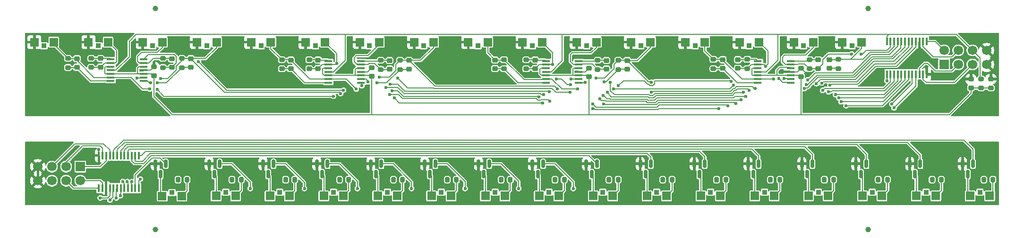
<source format=gbr>
%TF.GenerationSoftware,KiCad,Pcbnew,9.0.4*%
%TF.CreationDate,2025-10-03T12:03:19+10:00*%
%TF.ProjectId,scale-infrared-digitiser,7363616c-652d-4696-9e66-72617265642d,rev?*%
%TF.SameCoordinates,Original*%
%TF.FileFunction,Copper,L1,Top*%
%TF.FilePolarity,Positive*%
%FSLAX46Y46*%
G04 Gerber Fmt 4.6, Leading zero omitted, Abs format (unit mm)*
G04 Created by KiCad (PCBNEW 9.0.4) date 2025-10-03 12:03:19*
%MOMM*%
%LPD*%
G01*
G04 APERTURE LIST*
G04 Aperture macros list*
%AMRoundRect*
0 Rectangle with rounded corners*
0 $1 Rounding radius*
0 $2 $3 $4 $5 $6 $7 $8 $9 X,Y pos of 4 corners*
0 Add a 4 corners polygon primitive as box body*
4,1,4,$2,$3,$4,$5,$6,$7,$8,$9,$2,$3,0*
0 Add four circle primitives for the rounded corners*
1,1,$1+$1,$2,$3*
1,1,$1+$1,$4,$5*
1,1,$1+$1,$6,$7*
1,1,$1+$1,$8,$9*
0 Add four rect primitives between the rounded corners*
20,1,$1+$1,$2,$3,$4,$5,0*
20,1,$1+$1,$4,$5,$6,$7,0*
20,1,$1+$1,$6,$7,$8,$9,0*
20,1,$1+$1,$8,$9,$2,$3,0*%
G04 Aperture macros list end*
%TA.AperFunction,SMDPad,CuDef*%
%ADD10C,1.000000*%
%TD*%
%TA.AperFunction,SMDPad,CuDef*%
%ADD11RoundRect,0.150000X-0.150000X0.587500X-0.150000X-0.587500X0.150000X-0.587500X0.150000X0.587500X0*%
%TD*%
%TA.AperFunction,SMDPad,CuDef*%
%ADD12R,0.900000X0.900000*%
%TD*%
%TA.AperFunction,SMDPad,CuDef*%
%ADD13R,1.500000X1.500000*%
%TD*%
%TA.AperFunction,SMDPad,CuDef*%
%ADD14RoundRect,0.200000X0.200000X0.275000X-0.200000X0.275000X-0.200000X-0.275000X0.200000X-0.275000X0*%
%TD*%
%TA.AperFunction,SMDPad,CuDef*%
%ADD15R,0.450000X1.475000*%
%TD*%
%TA.AperFunction,ComponentPad*%
%ADD16C,1.700000*%
%TD*%
%TA.AperFunction,ComponentPad*%
%ADD17R,1.700000X1.700000*%
%TD*%
%TA.AperFunction,SMDPad,CuDef*%
%ADD18RoundRect,0.225000X0.250000X-0.225000X0.250000X0.225000X-0.250000X0.225000X-0.250000X-0.225000X0*%
%TD*%
%TA.AperFunction,SMDPad,CuDef*%
%ADD19RoundRect,0.200000X-0.275000X0.200000X-0.275000X-0.200000X0.275000X-0.200000X0.275000X0.200000X0*%
%TD*%
%TA.AperFunction,SMDPad,CuDef*%
%ADD20RoundRect,0.225000X-0.250000X0.225000X-0.250000X-0.225000X0.250000X-0.225000X0.250000X0.225000X0*%
%TD*%
%TA.AperFunction,SMDPad,CuDef*%
%ADD21R,1.475000X0.450000*%
%TD*%
%TA.AperFunction,SMDPad,CuDef*%
%ADD22RoundRect,0.200000X0.275000X-0.200000X0.275000X0.200000X-0.275000X0.200000X-0.275000X-0.200000X0*%
%TD*%
%TA.AperFunction,ViaPad*%
%ADD23C,0.600000*%
%TD*%
%TA.AperFunction,Conductor*%
%ADD24C,0.200000*%
%TD*%
%TA.AperFunction,Conductor*%
%ADD25C,0.400000*%
%TD*%
G04 APERTURE END LIST*
D10*
%TO.P,REF\u002A\u002A,*%
%TO.N,*%
X217375000Y-88600000D03*
%TD*%
%TO.P,REF\u002A\u002A,*%
%TO.N,*%
X217375000Y-128400000D03*
%TD*%
%TO.P,REF\u002A\u002A,*%
%TO.N,*%
X89625000Y-128400000D03*
%TD*%
%TO.P,REF\u002A\u002A,*%
%TO.N,*%
X89625000Y-88600000D03*
%TD*%
D11*
%TO.P,Q5,3,D*%
%TO.N,Net-(LED4-K)*%
X196767857Y-118437500D03*
%TO.P,Q5,2,S*%
%TO.N,GND1*%
X195817857Y-116562500D03*
%TO.P,Q5,1,G*%
%TO.N,/LED_CTL_4*%
X197717857Y-116562500D03*
%TD*%
D12*
%TO.P,LED9,3,EP*%
%TO.N,unconnected-(LED9-EP-Pad3)*%
X150490000Y-121690000D03*
D13*
%TO.P,LED9,2,A*%
%TO.N,Net-(LED9-A)*%
X152240000Y-122340000D03*
%TO.P,LED9,1,K*%
%TO.N,Net-(LED9-K)*%
X148740000Y-122340000D03*
%TD*%
D11*
%TO.P,Q11,3,D*%
%TO.N,Net-(LED10-K)*%
X138803571Y-118437500D03*
%TO.P,Q11,2,S*%
%TO.N,GND1*%
X137853571Y-116562500D03*
%TO.P,Q11,1,G*%
%TO.N,/LED_CTL_10*%
X139753571Y-116562500D03*
%TD*%
%TO.P,Q1,3,D*%
%TO.N,Net-(LED0-K)*%
X235200000Y-118437500D03*
%TO.P,Q1,2,S*%
%TO.N,GND1*%
X234250000Y-116562500D03*
%TO.P,Q1,1,G*%
%TO.N,/LED_CTL_0*%
X236150000Y-116562500D03*
%TD*%
D14*
%TO.P,R10,2*%
%TO.N,/3V3_TRNS*%
X151558333Y-119400000D03*
%TO.P,R10,1*%
%TO.N,Net-(LED9-A)*%
X153208333Y-119400000D03*
%TD*%
D12*
%TO.P,LED3,3,EP*%
%TO.N,unconnected-(LED3-EP-Pad3)*%
X208420000Y-121690000D03*
D13*
%TO.P,LED3,2,A*%
%TO.N,Net-(LED3-A)*%
X210170000Y-122340000D03*
%TO.P,LED3,1,K*%
%TO.N,Net-(LED3-K)*%
X206670000Y-122340000D03*
%TD*%
D14*
%TO.P,R8,2*%
%TO.N,/3V3_TRNS*%
X170875000Y-119400000D03*
%TO.P,R8,1*%
%TO.N,Net-(LED7-A)*%
X172525000Y-119400000D03*
%TD*%
%TO.P,R7,2*%
%TO.N,/3V3_TRNS*%
X180533333Y-119400000D03*
%TO.P,R7,1*%
%TO.N,Net-(LED6-A)*%
X182183333Y-119400000D03*
%TD*%
D11*
%TO.P,Q14,3,D*%
%TO.N,Net-(LED13-K)*%
X109821429Y-118437500D03*
%TO.P,Q14,2,S*%
%TO.N,GND1*%
X108871429Y-116562500D03*
%TO.P,Q14,1,G*%
%TO.N,/LED_CTL_13*%
X110771429Y-116562500D03*
%TD*%
D12*
%TO.P,LED7,3,EP*%
%TO.N,unconnected-(LED7-EP-Pad3)*%
X169800000Y-121690000D03*
D13*
%TO.P,LED7,2,A*%
%TO.N,Net-(LED7-A)*%
X171550000Y-122340000D03*
%TO.P,LED7,1,K*%
%TO.N,Net-(LED7-K)*%
X168050000Y-122340000D03*
%TD*%
D12*
%TO.P,LED6,3,EP*%
%TO.N,unconnected-(LED6-EP-Pad3)*%
X179455000Y-121690000D03*
D13*
%TO.P,LED6,2,A*%
%TO.N,Net-(LED6-A)*%
X181205000Y-122340000D03*
%TO.P,LED6,1,K*%
%TO.N,Net-(LED6-K)*%
X177705000Y-122340000D03*
%TD*%
D11*
%TO.P,Q15,3,D*%
%TO.N,Net-(LED14-K)*%
X100160714Y-118437500D03*
%TO.P,Q15,2,S*%
%TO.N,GND1*%
X99210714Y-116562500D03*
%TO.P,Q15,1,G*%
%TO.N,/LED_CTL_14*%
X101110714Y-116562500D03*
%TD*%
D14*
%TO.P,R1,2*%
%TO.N,/3V3_TRNS*%
X238075000Y-119400000D03*
%TO.P,R1,1*%
%TO.N,Net-(LED0-A)*%
X239725000Y-119400000D03*
%TD*%
%TO.P,R9,2*%
%TO.N,/3V3_TRNS*%
X161216667Y-119400000D03*
%TO.P,R9,1*%
%TO.N,Net-(LED8-A)*%
X162866667Y-119400000D03*
%TD*%
D15*
%TO.P,IC4,24,VCC*%
%TO.N,/3V3_TRNS*%
X86615000Y-120938000D03*
%TO.P,IC4,23,Y8*%
%TO.N,/LED_CTL_15*%
X85965000Y-120938000D03*
%TO.P,IC4,22,Y9*%
%TO.N,/LED_CTL_14*%
X85315000Y-120938000D03*
%TO.P,IC4,21,Y10*%
%TO.N,/LED_CTL_13*%
X84665000Y-120938000D03*
%TO.P,IC4,20,Y11*%
%TO.N,/LED_CTL_12*%
X84015000Y-120938000D03*
%TO.P,IC4,19,Y12*%
%TO.N,/LED_CTL_11*%
X83365000Y-120938000D03*
%TO.P,IC4,18,Y13*%
%TO.N,/LED_CTL_10*%
X82715000Y-120938000D03*
%TO.P,IC4,17,Y14*%
%TO.N,/LED_CTL_9*%
X82065000Y-120938000D03*
%TO.P,IC4,16,Y15*%
%TO.N,/LED_CTL_8*%
X81415000Y-120938000D03*
%TO.P,IC4,15,~{E}*%
%TO.N,GND1*%
X80765000Y-120938000D03*
%TO.P,IC4,14,S2*%
%TO.N,/SEL_TRNS_2*%
X80115000Y-120938000D03*
%TO.P,IC4,13,S3*%
%TO.N,/SEL_TRNS_0*%
X79465000Y-120938000D03*
%TO.P,IC4,12,GND*%
%TO.N,GND1*%
X79465000Y-115062000D03*
%TO.P,IC4,11,S1*%
%TO.N,/SEL_TRNS_1*%
X80115000Y-115062000D03*
%TO.P,IC4,10,S0*%
%TO.N,/SEL_TRNS_3*%
X80765000Y-115062000D03*
%TO.P,IC4,9,Y0*%
%TO.N,/MCU_TRNS_CTL*%
X81415000Y-115062000D03*
%TO.P,IC4,8,Y1*%
%TO.N,/LED_CTL_0*%
X82065000Y-115062000D03*
%TO.P,IC4,7,Y2*%
%TO.N,/LED_CTL_1*%
X82715000Y-115062000D03*
%TO.P,IC4,6,Y3*%
%TO.N,/LED_CTL_2*%
X83365000Y-115062000D03*
%TO.P,IC4,5,Y4*%
%TO.N,/LED_CTL_3*%
X84015000Y-115062000D03*
%TO.P,IC4,4,Y5*%
%TO.N,/LED_CTL_4*%
X84665000Y-115062000D03*
%TO.P,IC4,3,Y6*%
%TO.N,/LED_CTL_7*%
X85315000Y-115062000D03*
%TO.P,IC4,2,Y7*%
%TO.N,/LED_CTL_6*%
X85965000Y-115062000D03*
%TO.P,IC4,1,Z*%
%TO.N,/LED_CTL_5*%
X86615000Y-115062000D03*
%TD*%
D11*
%TO.P,Q9,3,D*%
%TO.N,Net-(LED8-K)*%
X158125000Y-118437500D03*
%TO.P,Q9,2,S*%
%TO.N,GND1*%
X157175000Y-116562500D03*
%TO.P,Q9,1,G*%
%TO.N,/LED_CTL_8*%
X159075000Y-116562500D03*
%TD*%
D14*
%TO.P,R6,2*%
%TO.N,/3V3_TRNS*%
X190191667Y-119400000D03*
%TO.P,R6,1*%
%TO.N,Net-(LED5-A)*%
X191841667Y-119400000D03*
%TD*%
D11*
%TO.P,Q10,3,D*%
%TO.N,Net-(LED9-K)*%
X148464286Y-118437500D03*
%TO.P,Q10,2,S*%
%TO.N,GND1*%
X147514286Y-116562500D03*
%TO.P,Q10,1,G*%
%TO.N,/LED_CTL_9*%
X149414286Y-116562500D03*
%TD*%
%TO.P,Q7,3,D*%
%TO.N,Net-(LED6-K)*%
X177446429Y-118437500D03*
%TO.P,Q7,2,S*%
%TO.N,GND1*%
X176496429Y-116562500D03*
%TO.P,Q7,1,G*%
%TO.N,/LED_CTL_6*%
X178396429Y-116562500D03*
%TD*%
D12*
%TO.P,LED8,3,EP*%
%TO.N,unconnected-(LED8-EP-Pad3)*%
X160145000Y-121690000D03*
D13*
%TO.P,LED8,2,A*%
%TO.N,Net-(LED8-A)*%
X161895000Y-122340000D03*
%TO.P,LED8,1,K*%
%TO.N,Net-(LED8-K)*%
X158395000Y-122340000D03*
%TD*%
D12*
%TO.P,LED4,3,EP*%
%TO.N,unconnected-(LED4-EP-Pad3)*%
X198765000Y-121690000D03*
D13*
%TO.P,LED4,2,A*%
%TO.N,Net-(LED4-A)*%
X200515000Y-122340000D03*
%TO.P,LED4,1,K*%
%TO.N,Net-(LED4-K)*%
X197015000Y-122340000D03*
%TD*%
D14*
%TO.P,R3,2*%
%TO.N,/3V3_TRNS*%
X219166667Y-119400000D03*
%TO.P,R3,1*%
%TO.N,Net-(LED2-A)*%
X220816667Y-119400000D03*
%TD*%
D11*
%TO.P,Q2,3,D*%
%TO.N,Net-(LED1-K)*%
X225750000Y-118437500D03*
%TO.P,Q2,2,S*%
%TO.N,GND1*%
X224800000Y-116562500D03*
%TO.P,Q2,1,G*%
%TO.N,/LED_CTL_1*%
X226700000Y-116562500D03*
%TD*%
D12*
%TO.P,LED15,3,EP*%
%TO.N,unconnected-(LED15-EP-Pad3)*%
X92560000Y-121740000D03*
D13*
%TO.P,LED15,2,A*%
%TO.N,Net-(LED15-A)*%
X94310000Y-122390000D03*
%TO.P,LED15,1,K*%
%TO.N,Net-(LED15-K)*%
X90810000Y-122390000D03*
%TD*%
D14*
%TO.P,R15,2*%
%TO.N,/3V3_TRNS*%
X103325000Y-119400000D03*
%TO.P,R15,1*%
%TO.N,Net-(LED14-A)*%
X104975000Y-119400000D03*
%TD*%
%TO.P,R12,2*%
%TO.N,/3V3_TRNS*%
X132241667Y-119400000D03*
%TO.P,R12,1*%
%TO.N,Net-(LED11-A)*%
X133891667Y-119400000D03*
%TD*%
D12*
%TO.P,LED10,3,EP*%
%TO.N,unconnected-(LED10-EP-Pad3)*%
X140835000Y-121690000D03*
D13*
%TO.P,LED10,2,A*%
%TO.N,Net-(LED10-A)*%
X142585000Y-122340000D03*
%TO.P,LED10,1,K*%
%TO.N,Net-(LED10-K)*%
X139085000Y-122340000D03*
%TD*%
D14*
%TO.P,R13,2*%
%TO.N,/3V3_TRNS*%
X122583333Y-119400000D03*
%TO.P,R13,1*%
%TO.N,Net-(LED12-A)*%
X124233333Y-119400000D03*
%TD*%
D12*
%TO.P,LED1,3,EP*%
%TO.N,unconnected-(LED1-EP-Pad3)*%
X227730000Y-121690000D03*
D13*
%TO.P,LED1,2,A*%
%TO.N,Net-(LED1-A)*%
X229480000Y-122340000D03*
%TO.P,LED1,1,K*%
%TO.N,Net-(LED1-K)*%
X225980000Y-122340000D03*
%TD*%
D14*
%TO.P,R2,2*%
%TO.N,/3V3_TRNS*%
X228825000Y-119400000D03*
%TO.P,R2,1*%
%TO.N,Net-(LED1-A)*%
X230475000Y-119400000D03*
%TD*%
%TO.P,R5,2*%
%TO.N,/3V3_TRNS*%
X199850000Y-119400000D03*
%TO.P,R5,1*%
%TO.N,Net-(LED4-A)*%
X201500000Y-119400000D03*
%TD*%
D11*
%TO.P,Q13,3,D*%
%TO.N,Net-(LED12-K)*%
X119482143Y-118437500D03*
%TO.P,Q13,2,S*%
%TO.N,GND1*%
X118532143Y-116562500D03*
%TO.P,Q13,1,G*%
%TO.N,/LED_CTL_12*%
X120432143Y-116562500D03*
%TD*%
%TO.P,Q6,3,D*%
%TO.N,Net-(LED5-K)*%
X187107143Y-118437500D03*
%TO.P,Q6,2,S*%
%TO.N,GND1*%
X186157143Y-116562500D03*
%TO.P,Q6,1,G*%
%TO.N,/LED_CTL_5*%
X188057143Y-116562500D03*
%TD*%
D14*
%TO.P,R14,2*%
%TO.N,/3V3_TRNS*%
X112925000Y-119400000D03*
%TO.P,R14,1*%
%TO.N,Net-(LED13-A)*%
X114575000Y-119400000D03*
%TD*%
D12*
%TO.P,LED11,3,EP*%
%TO.N,unconnected-(LED11-EP-Pad3)*%
X131180000Y-121690000D03*
D13*
%TO.P,LED11,2,A*%
%TO.N,Net-(LED11-A)*%
X132930000Y-122340000D03*
%TO.P,LED11,1,K*%
%TO.N,Net-(LED11-K)*%
X129430000Y-122340000D03*
%TD*%
D12*
%TO.P,LED13,3,EP*%
%TO.N,unconnected-(LED13-EP-Pad3)*%
X111870000Y-121690000D03*
D13*
%TO.P,LED13,2,A*%
%TO.N,Net-(LED13-A)*%
X113620000Y-122340000D03*
%TO.P,LED13,1,K*%
%TO.N,Net-(LED13-K)*%
X110120000Y-122340000D03*
%TD*%
D11*
%TO.P,Q4,3,D*%
%TO.N,Net-(LED3-K)*%
X206428571Y-118437500D03*
%TO.P,Q4,2,S*%
%TO.N,GND1*%
X205478571Y-116562500D03*
%TO.P,Q4,1,G*%
%TO.N,/LED_CTL_3*%
X207378571Y-116562500D03*
%TD*%
%TO.P,Q3,3,D*%
%TO.N,Net-(LED2-K)*%
X216089286Y-118437500D03*
%TO.P,Q3,2,S*%
%TO.N,GND1*%
X215139286Y-116562500D03*
%TO.P,Q3,1,G*%
%TO.N,/LED_CTL_2*%
X217039286Y-116562500D03*
%TD*%
%TO.P,Q16,3,D*%
%TO.N,Net-(LED15-K)*%
X90500000Y-118437500D03*
%TO.P,Q16,2,S*%
%TO.N,GND1*%
X89550000Y-116562500D03*
%TO.P,Q16,1,G*%
%TO.N,/LED_CTL_15*%
X91450000Y-116562500D03*
%TD*%
D14*
%TO.P,R16,2*%
%TO.N,/3V3_TRNS*%
X93625000Y-119400000D03*
%TO.P,R16,1*%
%TO.N,Net-(LED15-A)*%
X95275000Y-119400000D03*
%TD*%
D11*
%TO.P,Q12,3,D*%
%TO.N,Net-(LED11-K)*%
X129142857Y-118437500D03*
%TO.P,Q12,2,S*%
%TO.N,GND1*%
X128192857Y-116562500D03*
%TO.P,Q12,1,G*%
%TO.N,/LED_CTL_11*%
X130092857Y-116562500D03*
%TD*%
D12*
%TO.P,LED14,3,EP*%
%TO.N,unconnected-(LED14-EP-Pad3)*%
X102215000Y-121690000D03*
D13*
%TO.P,LED14,2,A*%
%TO.N,Net-(LED14-A)*%
X103965000Y-122340000D03*
%TO.P,LED14,1,K*%
%TO.N,Net-(LED14-K)*%
X100465000Y-122340000D03*
%TD*%
D14*
%TO.P,R4,2*%
%TO.N,/3V3_TRNS*%
X209508333Y-119400000D03*
%TO.P,R4,1*%
%TO.N,Net-(LED3-A)*%
X211158333Y-119400000D03*
%TD*%
D11*
%TO.P,Q8,3,D*%
%TO.N,Net-(LED7-K)*%
X167785714Y-118437500D03*
%TO.P,Q8,2,S*%
%TO.N,GND1*%
X166835714Y-116562500D03*
%TO.P,Q8,1,G*%
%TO.N,/LED_CTL_7*%
X168735714Y-116562500D03*
%TD*%
D12*
%TO.P,LED5,3,EP*%
%TO.N,unconnected-(LED5-EP-Pad3)*%
X189110000Y-121690000D03*
D13*
%TO.P,LED5,2,A*%
%TO.N,Net-(LED5-A)*%
X190860000Y-122340000D03*
%TO.P,LED5,1,K*%
%TO.N,Net-(LED5-K)*%
X187360000Y-122340000D03*
%TD*%
D14*
%TO.P,R11,2*%
%TO.N,/3V3_TRNS*%
X141900000Y-119400000D03*
%TO.P,R11,1*%
%TO.N,Net-(LED10-A)*%
X143550000Y-119400000D03*
%TD*%
D12*
%TO.P,LED12,3,EP*%
%TO.N,unconnected-(LED12-EP-Pad3)*%
X121525000Y-121690000D03*
D13*
%TO.P,LED12,2,A*%
%TO.N,Net-(LED12-A)*%
X123275000Y-122340000D03*
%TO.P,LED12,1,K*%
%TO.N,Net-(LED12-K)*%
X119775000Y-122340000D03*
%TD*%
D16*
%TO.P,J0,8,Pin_8*%
%TO.N,GND1*%
X68500000Y-119600000D03*
%TO.P,J0,7,Pin_7*%
X68500000Y-117060000D03*
%TO.P,J0,6,Pin_6*%
%TO.N,/3V3_TRNS*%
X71040000Y-119600000D03*
%TO.P,J0,5,Pin_5*%
%TO.N,/MCU_TRNS_CTL*%
X71040000Y-117060000D03*
%TO.P,J0,4,Pin_4*%
%TO.N,/SEL_TRNS_0*%
X73580000Y-119600000D03*
%TO.P,J0,3,Pin_3*%
%TO.N,/SEL_TRNS_1*%
X73580000Y-117060000D03*
%TO.P,J0,2,Pin_2*%
%TO.N,/SEL_TRNS_2*%
X76120000Y-119600000D03*
D17*
%TO.P,J0,1,Pin_1*%
%TO.N,/SEL_TRNS_3*%
X76120000Y-117060000D03*
%TD*%
D12*
%TO.P,LED0,3,EP*%
%TO.N,unconnected-(LED0-EP-Pad3)*%
X237385000Y-121690000D03*
D13*
%TO.P,LED0,2,A*%
%TO.N,Net-(LED0-A)*%
X239135000Y-122340000D03*
%TO.P,LED0,1,K*%
%TO.N,Net-(LED0-K)*%
X235635000Y-122340000D03*
%TD*%
D12*
%TO.P,LED2,3,EP*%
%TO.N,unconnected-(LED2-EP-Pad3)*%
X218075000Y-121690000D03*
D13*
%TO.P,LED2,2,A*%
%TO.N,Net-(LED2-A)*%
X219825000Y-122340000D03*
%TO.P,LED2,1,K*%
%TO.N,Net-(LED2-K)*%
X216325000Y-122340000D03*
%TD*%
%TO.P,D_photo1,1,K*%
%TO.N,/PHT_DAT_0*%
X81100000Y-94660000D03*
%TO.P,D_photo1,2,A*%
%TO.N,GND*%
X77600000Y-94660000D03*
D12*
%TO.P,D_photo1,3,EP*%
%TO.N,unconnected-(D_photo1-EP-Pad3)*%
X79350000Y-95310000D03*
%TD*%
D18*
%TO.P,C12,1*%
%TO.N,Net-(IC0-OUTPUT_4)*%
X92510000Y-99210000D03*
%TO.P,C12,2*%
%TO.N,/PHT_DAT_3*%
X92510000Y-97660000D03*
%TD*%
D19*
%TO.P,R17,1*%
%TO.N,Net-(IC2-OUTPUT_1)*%
X156072000Y-97825000D03*
%TO.P,R17,2*%
%TO.N,/PHT_DAT_12*%
X156072000Y-99475000D03*
%TD*%
D13*
%TO.P,D_photo5,1,K*%
%TO.N,/PHT_DAT_4*%
X120000000Y-94660000D03*
%TO.P,D_photo5,2,A*%
%TO.N,GND*%
X116500000Y-94660000D03*
D12*
%TO.P,D_photo5,3,EP*%
%TO.N,unconnected-(D_photo5-EP-Pad3)*%
X118250000Y-95310000D03*
%TD*%
D13*
%TO.P,D_photo8,1,K*%
%TO.N,/PHT_DAT_13*%
X149175000Y-94660000D03*
%TO.P,D_photo8,2,A*%
%TO.N,GND*%
X145675000Y-94660000D03*
D12*
%TO.P,D_photo8,3,EP*%
%TO.N,unconnected-(D_photo8-EP-Pad3)*%
X147425000Y-95310000D03*
%TD*%
D13*
%TO.P,D_photo12,1,K*%
%TO.N,/PHT_DAT_10*%
X188075000Y-94660000D03*
%TO.P,D_photo12,2,A*%
%TO.N,GND*%
X184575000Y-94660000D03*
D12*
%TO.P,D_photo12,3,EP*%
%TO.N,unconnected-(D_photo12-EP-Pad3)*%
X186325000Y-95310000D03*
%TD*%
D20*
%TO.P,C24,1*%
%TO.N,Net-(IC3-OUTPUT_4)*%
X208410000Y-97850000D03*
%TO.P,C24,2*%
%TO.N,/PHT_DAT_8*%
X208410000Y-99400000D03*
%TD*%
D17*
%TO.P,J1,1,Pin_1*%
%TO.N,/MCU_RECV_DAT*%
X230970000Y-98685000D03*
D16*
%TO.P,J1,2,Pin_2*%
%TO.N,/SEL_RECV_3*%
X230970000Y-96145000D03*
%TO.P,J1,3,Pin_3*%
%TO.N,/SEL_RECV_0*%
X233510000Y-98685000D03*
%TO.P,J1,4,Pin_4*%
%TO.N,/SEL_RECV_2*%
X233510000Y-96145000D03*
%TO.P,J1,5,Pin_5*%
%TO.N,/SEL_RECV_1*%
X236050000Y-98685000D03*
%TO.P,J1,6,Pin_6*%
%TO.N,/3V3_RECV*%
X236050000Y-96145000D03*
%TO.P,J1,7,Pin_7*%
%TO.N,GND*%
X238590000Y-98685000D03*
%TO.P,J1,8,Pin_8*%
X238590000Y-96145000D03*
%TD*%
D13*
%TO.P,D_photo3,1,K*%
%TO.N,/PHT_DAT_2*%
X100550000Y-94660000D03*
%TO.P,D_photo3,2,A*%
%TO.N,GND*%
X97050000Y-94660000D03*
D12*
%TO.P,D_photo3,3,EP*%
%TO.N,unconnected-(D_photo3-EP-Pad3)*%
X98800000Y-95310000D03*
%TD*%
D21*
%TO.P,IC3,1,OUTPUT_1*%
%TO.N,Net-(IC3-OUTPUT_1)*%
X197572000Y-98050000D03*
%TO.P,IC3,2,INVERTING_INPUT_1*%
%TO.N,/PHT_DAT_11*%
X197572000Y-98700000D03*
%TO.P,IC3,3,NON-INVERTING_INPUT_1*%
%TO.N,/NON_INVERTING_REF*%
X197572000Y-99350000D03*
%TO.P,IC3,4,VCC+*%
%TO.N,/3V3_RECV*%
X197572000Y-100000000D03*
%TO.P,IC3,5,NON-INVERTING_INPUT_2*%
%TO.N,/NON_INVERTING_REF*%
X197572000Y-100650000D03*
%TO.P,IC3,6,INVERTING_INPUT_2*%
%TO.N,/PHT_DAT_10*%
X197572000Y-101300000D03*
%TO.P,IC3,7,OUTPUT_2*%
%TO.N,Net-(IC3-OUTPUT_2)*%
X197572000Y-101950000D03*
%TO.P,IC3,8,OUTPUT_3*%
%TO.N,Net-(IC3-OUTPUT_3)*%
X203448000Y-101950000D03*
%TO.P,IC3,9,INVERTING_INPUT_3*%
%TO.N,/PHT_DAT_9*%
X203448000Y-101300000D03*
%TO.P,IC3,10,NON-INVERTING_INPUT_3*%
%TO.N,/NON_INVERTING_REF*%
X203448000Y-100650000D03*
%TO.P,IC3,11,VCC-*%
%TO.N,GND*%
X203448000Y-100000000D03*
%TO.P,IC3,12,NON-INVERTING_INPUT_4*%
%TO.N,/NON_INVERTING_REF*%
X203448000Y-99350000D03*
%TO.P,IC3,13,INVERTING_INPUT_4*%
%TO.N,/PHT_DAT_8*%
X203448000Y-98700000D03*
%TO.P,IC3,14,OUTPUT_4*%
%TO.N,Net-(IC3-OUTPUT_4)*%
X203448000Y-98050000D03*
%TD*%
D22*
%TO.P,R22,1*%
%TO.N,Net-(IC2-OUTPUT_3)*%
X172572000Y-99575000D03*
%TO.P,R22,2*%
%TO.N,/PHT_DAT_14*%
X172572000Y-97925000D03*
%TD*%
D13*
%TO.P,D_photo14,1,K*%
%TO.N,/PHT_DAT_8*%
X207525000Y-94660000D03*
%TO.P,D_photo14,2,A*%
%TO.N,GND*%
X204025000Y-94660000D03*
D12*
%TO.P,D_photo14,3,EP*%
%TO.N,unconnected-(D_photo14-EP-Pad3)*%
X205775000Y-95310000D03*
%TD*%
D21*
%TO.P,IC0,1,OUTPUT_1*%
%TO.N,Net-(IC0-OUTPUT_1)*%
X81572000Y-97760000D03*
%TO.P,IC0,2,INVERTING_INPUT_1*%
%TO.N,/PHT_DAT_0*%
X81572000Y-98410000D03*
%TO.P,IC0,3,NON-INVERTING_INPUT_1*%
%TO.N,/NON_INVERTING_REF*%
X81572000Y-99060000D03*
%TO.P,IC0,4,VCC+*%
%TO.N,/3V3_RECV*%
X81572000Y-99710000D03*
%TO.P,IC0,5,NON-INVERTING_INPUT_2*%
%TO.N,/NON_INVERTING_REF*%
X81572000Y-100360000D03*
%TO.P,IC0,6,INVERTING_INPUT_2*%
%TO.N,/PHT_DAT_1*%
X81572000Y-101010000D03*
%TO.P,IC0,7,OUTPUT_2*%
%TO.N,Net-(IC0-OUTPUT_2)*%
X81572000Y-101660000D03*
%TO.P,IC0,8,OUTPUT_3*%
%TO.N,Net-(IC0-OUTPUT_3)*%
X87448000Y-101660000D03*
%TO.P,IC0,9,INVERTING_INPUT_3*%
%TO.N,/PHT_DAT_2*%
X87448000Y-101010000D03*
%TO.P,IC0,10,NON-INVERTING_INPUT_3*%
%TO.N,/NON_INVERTING_REF*%
X87448000Y-100360000D03*
%TO.P,IC0,11,VCC-*%
%TO.N,GND*%
X87448000Y-99710000D03*
%TO.P,IC0,12,NON-INVERTING_INPUT_4*%
%TO.N,/NON_INVERTING_REF*%
X87448000Y-99060000D03*
%TO.P,IC0,13,INVERTING_INPUT_4*%
%TO.N,/PHT_DAT_3*%
X87448000Y-98410000D03*
%TO.P,IC0,14,OUTPUT_4*%
%TO.N,Net-(IC0-OUTPUT_4)*%
X87448000Y-97760000D03*
%TD*%
D20*
%TO.P,C11,1*%
%TO.N,/PHT_DAT_2*%
X95910000Y-97635000D03*
%TO.P,C11,2*%
%TO.N,Net-(IC0-OUTPUT_3)*%
X95910000Y-99185000D03*
%TD*%
D19*
%TO.P,R19,1*%
%TO.N,GND*%
X239380000Y-101275000D03*
%TO.P,R19,2*%
%TO.N,/NON_INVERTING_REF*%
X239380000Y-102925000D03*
%TD*%
D13*
%TO.P,D_photo4,1,K*%
%TO.N,/PHT_DAT_5*%
X110275000Y-94660000D03*
%TO.P,D_photo4,2,A*%
%TO.N,GND*%
X106775000Y-94660000D03*
D12*
%TO.P,D_photo4,3,EP*%
%TO.N,unconnected-(D_photo4-EP-Pad3)*%
X108525000Y-95310000D03*
%TD*%
D15*
%TO.P,IC5,1,Z*%
%TO.N,/MCU_RECV_DAT*%
X220705000Y-100448000D03*
%TO.P,IC5,2,Y7*%
%TO.N,/PHT_DAT_7*%
X221355000Y-100448000D03*
%TO.P,IC5,3,Y6*%
%TO.N,/PHT_DAT_6*%
X222005000Y-100448000D03*
%TO.P,IC5,4,Y5*%
%TO.N,/PHT_DAT_5*%
X222655000Y-100448000D03*
%TO.P,IC5,5,Y4*%
%TO.N,/PHT_DAT_4*%
X223305000Y-100448000D03*
%TO.P,IC5,6,Y3*%
%TO.N,/PHT_DAT_3*%
X223955000Y-100448000D03*
%TO.P,IC5,7,Y2*%
%TO.N,/PHT_DAT_2*%
X224605000Y-100448000D03*
%TO.P,IC5,8,Y1*%
%TO.N,/PHT_DAT_1*%
X225255000Y-100448000D03*
%TO.P,IC5,9,Y0*%
%TO.N,/PHT_DAT_0*%
X225905000Y-100448000D03*
%TO.P,IC5,10,S0*%
%TO.N,/SEL_RECV_0*%
X226555000Y-100448000D03*
%TO.P,IC5,11,S1*%
%TO.N,/SEL_RECV_1*%
X227205000Y-100448000D03*
%TO.P,IC5,12,GND*%
%TO.N,GND*%
X227855000Y-100448000D03*
%TO.P,IC5,13,S3*%
%TO.N,/SEL_RECV_3*%
X227855000Y-94572000D03*
%TO.P,IC5,14,S2*%
%TO.N,/SEL_RECV_2*%
X227205000Y-94572000D03*
%TO.P,IC5,15,~{E}*%
%TO.N,GND*%
X226555000Y-94572000D03*
%TO.P,IC5,16,Y15*%
%TO.N,/PHT_DAT_15*%
X225905000Y-94572000D03*
%TO.P,IC5,17,Y14*%
%TO.N,/PHT_DAT_14*%
X225255000Y-94572000D03*
%TO.P,IC5,18,Y13*%
%TO.N,/PHT_DAT_13*%
X224605000Y-94572000D03*
%TO.P,IC5,19,Y12*%
%TO.N,/PHT_DAT_12*%
X223955000Y-94572000D03*
%TO.P,IC5,20,Y11*%
%TO.N,/PHT_DAT_11*%
X223305000Y-94572000D03*
%TO.P,IC5,21,Y10*%
%TO.N,/PHT_DAT_10*%
X222655000Y-94572000D03*
%TO.P,IC5,22,Y9*%
%TO.N,/PHT_DAT_9*%
X222005000Y-94572000D03*
%TO.P,IC5,23,Y8*%
%TO.N,/PHT_DAT_8*%
X221355000Y-94572000D03*
%TO.P,IC5,24,VCC*%
%TO.N,/3V3_RECV*%
X220705000Y-94572000D03*
%TD*%
D21*
%TO.P,IC2,1,OUTPUT_1*%
%TO.N,Net-(IC2-OUTPUT_1)*%
X159572000Y-98050000D03*
%TO.P,IC2,2,INVERTING_INPUT_1*%
%TO.N,/PHT_DAT_12*%
X159572000Y-98700000D03*
%TO.P,IC2,3,NON-INVERTING_INPUT_1*%
%TO.N,/NON_INVERTING_REF*%
X159572000Y-99350000D03*
%TO.P,IC2,4,VCC+*%
%TO.N,/3V3_RECV*%
X159572000Y-100000000D03*
%TO.P,IC2,5,NON-INVERTING_INPUT_2*%
%TO.N,/NON_INVERTING_REF*%
X159572000Y-100650000D03*
%TO.P,IC2,6,INVERTING_INPUT_2*%
%TO.N,/PHT_DAT_13*%
X159572000Y-101300000D03*
%TO.P,IC2,7,OUTPUT_2*%
%TO.N,Net-(IC2-OUTPUT_2)*%
X159572000Y-101950000D03*
%TO.P,IC2,8,OUTPUT_3*%
%TO.N,Net-(IC2-OUTPUT_3)*%
X165448000Y-101950000D03*
%TO.P,IC2,9,INVERTING_INPUT_3*%
%TO.N,/PHT_DAT_14*%
X165448000Y-101300000D03*
%TO.P,IC2,10,NON-INVERTING_INPUT_3*%
%TO.N,/NON_INVERTING_REF*%
X165448000Y-100650000D03*
%TO.P,IC2,11,VCC-*%
%TO.N,GND*%
X165448000Y-100000000D03*
%TO.P,IC2,12,NON-INVERTING_INPUT_4*%
%TO.N,/NON_INVERTING_REF*%
X165448000Y-99350000D03*
%TO.P,IC2,13,INVERTING_INPUT_4*%
%TO.N,/PHT_DAT_15*%
X165448000Y-98700000D03*
%TO.P,IC2,14,OUTPUT_4*%
%TO.N,Net-(IC2-OUTPUT_4)*%
X165448000Y-98050000D03*
%TD*%
%TO.P,IC1,1,OUTPUT_1*%
%TO.N,Net-(IC1-OUTPUT_1)*%
X120572000Y-98050000D03*
%TO.P,IC1,2,INVERTING_INPUT_1*%
%TO.N,/PHT_DAT_4*%
X120572000Y-98700000D03*
%TO.P,IC1,3,NON-INVERTING_INPUT_1*%
%TO.N,/NON_INVERTING_REF*%
X120572000Y-99350000D03*
%TO.P,IC1,4,VCC+*%
%TO.N,/3V3_RECV*%
X120572000Y-100000000D03*
%TO.P,IC1,5,NON-INVERTING_INPUT_2*%
%TO.N,/NON_INVERTING_REF*%
X120572000Y-100650000D03*
%TO.P,IC1,6,INVERTING_INPUT_2*%
%TO.N,/PHT_DAT_5*%
X120572000Y-101300000D03*
%TO.P,IC1,7,OUTPUT_2*%
%TO.N,Net-(IC1-OUTPUT_2)*%
X120572000Y-101950000D03*
%TO.P,IC1,8,OUTPUT_3*%
%TO.N,Net-(IC1-OUTPUT_3)*%
X126448000Y-101950000D03*
%TO.P,IC1,9,INVERTING_INPUT_3*%
%TO.N,/PHT_DAT_6*%
X126448000Y-101300000D03*
%TO.P,IC1,10,NON-INVERTING_INPUT_3*%
%TO.N,/NON_INVERTING_REF*%
X126448000Y-100650000D03*
%TO.P,IC1,11,VCC-*%
%TO.N,GND*%
X126448000Y-100000000D03*
%TO.P,IC1,12,NON-INVERTING_INPUT_4*%
%TO.N,/NON_INVERTING_REF*%
X126448000Y-99350000D03*
%TO.P,IC1,13,INVERTING_INPUT_4*%
%TO.N,/PHT_DAT_7*%
X126448000Y-98700000D03*
%TO.P,IC1,14,OUTPUT_4*%
%TO.N,Net-(IC1-OUTPUT_4)*%
X126448000Y-98050000D03*
%TD*%
D13*
%TO.P,D_photo9,1,K*%
%TO.N,/PHT_DAT_12*%
X158900000Y-94660000D03*
%TO.P,D_photo9,2,A*%
%TO.N,GND*%
X155400000Y-94660000D03*
D12*
%TO.P,D_photo9,3,EP*%
%TO.N,unconnected-(D_photo9-EP-Pad3)*%
X157150000Y-95310000D03*
%TD*%
D18*
%TO.P,C15,1*%
%TO.N,/PHT_DAT_4*%
X118748000Y-99425000D03*
%TO.P,C15,2*%
%TO.N,Net-(IC1-OUTPUT_1)*%
X118748000Y-97875000D03*
%TD*%
D13*
%TO.P,D_photo2,1,K*%
%TO.N,/PHT_DAT_3*%
X90825000Y-94660000D03*
%TO.P,D_photo2,2,A*%
%TO.N,GND*%
X87325000Y-94660000D03*
D12*
%TO.P,D_photo2,3,EP*%
%TO.N,unconnected-(D_photo2-EP-Pad3)*%
X89075000Y-95310000D03*
%TD*%
D22*
%TO.P,R29,1*%
%TO.N,Net-(IC1-OUTPUT_3)*%
X133448000Y-99575000D03*
%TO.P,R29,2*%
%TO.N,/PHT_DAT_6*%
X133448000Y-97925000D03*
%TD*%
D18*
%TO.P,C9,1*%
%TO.N,/PHT_DAT_0*%
X79750000Y-99160000D03*
%TO.P,C9,2*%
%TO.N,Net-(IC0-OUTPUT_1)*%
X79750000Y-97610000D03*
%TD*%
D13*
%TO.P,D_photo0,1,K*%
%TO.N,/PHT_DAT_1*%
X71375000Y-94660000D03*
%TO.P,D_photo0,2,A*%
%TO.N,GND*%
X67875000Y-94660000D03*
D12*
%TO.P,D_photo0,3,EP*%
%TO.N,unconnected-(D_photo0-EP-Pad3)*%
X69625000Y-95310000D03*
%TD*%
D22*
%TO.P,R34,1*%
%TO.N,/PHT_DAT_8*%
X206810000Y-99450000D03*
%TO.P,R34,2*%
%TO.N,Net-(IC3-OUTPUT_4)*%
X206810000Y-97800000D03*
%TD*%
D13*
%TO.P,D_photo13,1,K*%
%TO.N,/PHT_DAT_11*%
X197800000Y-94660000D03*
%TO.P,D_photo13,2,A*%
%TO.N,GND*%
X194300000Y-94660000D03*
D12*
%TO.P,D_photo13,3,EP*%
%TO.N,unconnected-(D_photo13-EP-Pad3)*%
X196050000Y-95310000D03*
%TD*%
D22*
%TO.P,R25,1*%
%TO.N,Net-(IC0-OUTPUT_3)*%
X94310000Y-99235000D03*
%TO.P,R25,2*%
%TO.N,/PHT_DAT_2*%
X94310000Y-97585000D03*
%TD*%
D19*
%TO.P,R27,1*%
%TO.N,Net-(IC1-OUTPUT_1)*%
X117148000Y-97825000D03*
%TO.P,R27,2*%
%TO.N,/PHT_DAT_4*%
X117148000Y-99475000D03*
%TD*%
D18*
%TO.P,C21,1*%
%TO.N,/PHT_DAT_11*%
X194010000Y-99375000D03*
%TO.P,C21,2*%
%TO.N,Net-(IC3-OUTPUT_1)*%
X194010000Y-97825000D03*
%TD*%
D20*
%TO.P,C23,1*%
%TO.N,/PHT_DAT_9*%
X210410000Y-97825000D03*
%TO.P,C23,2*%
%TO.N,Net-(IC3-OUTPUT_3)*%
X210410000Y-99375000D03*
%TD*%
D22*
%TO.P,R33,1*%
%TO.N,Net-(IC3-OUTPUT_3)*%
X212010000Y-99425000D03*
%TO.P,R33,2*%
%TO.N,/PHT_DAT_9*%
X212010000Y-97775000D03*
%TD*%
D18*
%TO.P,C10,1*%
%TO.N,Net-(IC0-OUTPUT_2)*%
X75510000Y-99185000D03*
%TO.P,C10,2*%
%TO.N,/PHT_DAT_1*%
X75510000Y-97635000D03*
%TD*%
%TO.P,C4,1*%
%TO.N,Net-(IC2-OUTPUT_2)*%
X150472000Y-99425000D03*
%TO.P,C4,2*%
%TO.N,/PHT_DAT_13*%
X150472000Y-97875000D03*
%TD*%
%TO.P,C14,1*%
%TO.N,/NON_INVERTING_REF*%
X128348000Y-100825000D03*
%TO.P,C14,2*%
%TO.N,GND*%
X128348000Y-99275000D03*
%TD*%
%TO.P,C8,1*%
%TO.N,/NON_INVERTING_REF*%
X89310000Y-100685000D03*
%TO.P,C8,2*%
%TO.N,GND*%
X89310000Y-99135000D03*
%TD*%
%TO.P,C22,1*%
%TO.N,Net-(IC3-OUTPUT_2)*%
X191310000Y-99375000D03*
%TO.P,C22,2*%
%TO.N,/PHT_DAT_10*%
X191310000Y-97825000D03*
%TD*%
D20*
%TO.P,C17,1*%
%TO.N,/PHT_DAT_6*%
X135048000Y-97950000D03*
%TO.P,C17,2*%
%TO.N,Net-(IC1-OUTPUT_3)*%
X135048000Y-99500000D03*
%TD*%
D19*
%TO.P,R32,1*%
%TO.N,/PHT_DAT_10*%
X189610000Y-97775000D03*
%TO.P,R32,2*%
%TO.N,Net-(IC3-OUTPUT_2)*%
X189610000Y-99425000D03*
%TD*%
%TO.P,R23,1*%
%TO.N,Net-(IC0-OUTPUT_1)*%
X78050000Y-97560000D03*
%TO.P,R23,2*%
%TO.N,/PHT_DAT_0*%
X78050000Y-99210000D03*
%TD*%
D13*
%TO.P,D_photo6,1,K*%
%TO.N,/PHT_DAT_7*%
X129725000Y-94660000D03*
%TO.P,D_photo6,2,A*%
%TO.N,GND*%
X126225000Y-94660000D03*
D12*
%TO.P,D_photo6,3,EP*%
%TO.N,unconnected-(D_photo6-EP-Pad3)*%
X127975000Y-95310000D03*
%TD*%
D18*
%TO.P,C20,1*%
%TO.N,/NON_INVERTING_REF*%
X205310000Y-100875000D03*
%TO.P,C20,2*%
%TO.N,GND*%
X205310000Y-99325000D03*
%TD*%
D19*
%TO.P,R24,1*%
%TO.N,/PHT_DAT_1*%
X73910000Y-97585000D03*
%TO.P,R24,2*%
%TO.N,Net-(IC0-OUTPUT_2)*%
X73910000Y-99235000D03*
%TD*%
D13*
%TO.P,D_photo15,1,K*%
%TO.N,/PHT_DAT_9*%
X216200000Y-94660000D03*
%TO.P,D_photo15,2,A*%
%TO.N,GND*%
X212700000Y-94660000D03*
D12*
%TO.P,D_photo15,3,EP*%
%TO.N,unconnected-(D_photo15-EP-Pad3)*%
X214450000Y-95310000D03*
%TD*%
D19*
%TO.P,R28,1*%
%TO.N,/PHT_DAT_5*%
X112248000Y-97825000D03*
%TO.P,R28,2*%
%TO.N,Net-(IC1-OUTPUT_2)*%
X112248000Y-99475000D03*
%TD*%
D22*
%TO.P,R20,1*%
%TO.N,/PHT_DAT_15*%
X168872000Y-99575000D03*
%TO.P,R20,2*%
%TO.N,Net-(IC2-OUTPUT_4)*%
X168872000Y-97925000D03*
%TD*%
D18*
%TO.P,C2,1*%
%TO.N,/NON_INVERTING_REF*%
X167272000Y-100900000D03*
%TO.P,C2,2*%
%TO.N,GND*%
X167272000Y-99350000D03*
%TD*%
D13*
%TO.P,D_photo11,1,K*%
%TO.N,/PHT_DAT_14*%
X178350000Y-94660000D03*
%TO.P,D_photo11,2,A*%
%TO.N,GND*%
X174850000Y-94660000D03*
D12*
%TO.P,D_photo11,3,EP*%
%TO.N,unconnected-(D_photo11-EP-Pad3)*%
X176600000Y-95310000D03*
%TD*%
D20*
%TO.P,C3,1*%
%TO.N,Net-(IC2-OUTPUT_4)*%
X170472000Y-97975000D03*
%TO.P,C3,2*%
%TO.N,/PHT_DAT_15*%
X170472000Y-99525000D03*
%TD*%
D18*
%TO.P,C16,1*%
%TO.N,Net-(IC1-OUTPUT_2)*%
X113848000Y-99425000D03*
%TO.P,C16,2*%
%TO.N,/PHT_DAT_5*%
X113848000Y-97875000D03*
%TD*%
D22*
%TO.P,R30,1*%
%TO.N,/PHT_DAT_7*%
X129948000Y-99575000D03*
%TO.P,R30,2*%
%TO.N,Net-(IC1-OUTPUT_4)*%
X129948000Y-97925000D03*
%TD*%
D20*
%TO.P,C5,1*%
%TO.N,/PHT_DAT_14*%
X174132000Y-97975000D03*
%TO.P,C5,2*%
%TO.N,Net-(IC2-OUTPUT_3)*%
X174132000Y-99525000D03*
%TD*%
%TO.P,C18,1*%
%TO.N,Net-(IC1-OUTPUT_4)*%
X131548000Y-97975000D03*
%TO.P,C18,2*%
%TO.N,/PHT_DAT_7*%
X131548000Y-99525000D03*
%TD*%
D22*
%TO.P,R18,1*%
%TO.N,/NON_INVERTING_REF*%
X237610000Y-102925000D03*
%TO.P,R18,2*%
%TO.N,/3V3_RECV*%
X237610000Y-101275000D03*
%TD*%
D20*
%TO.P,C7,1*%
%TO.N,GND*%
X235780000Y-101325000D03*
%TO.P,C7,2*%
%TO.N,/NON_INVERTING_REF*%
X235780000Y-102875000D03*
%TD*%
D19*
%TO.P,R21,1*%
%TO.N,/PHT_DAT_13*%
X152072000Y-97800000D03*
%TO.P,R21,2*%
%TO.N,Net-(IC2-OUTPUT_2)*%
X152072000Y-99450000D03*
%TD*%
D13*
%TO.P,D_photo7,1,K*%
%TO.N,/PHT_DAT_6*%
X139450000Y-94660000D03*
%TO.P,D_photo7,2,A*%
%TO.N,GND*%
X135950000Y-94660000D03*
D12*
%TO.P,D_photo7,3,EP*%
%TO.N,unconnected-(D_photo7-EP-Pad3)*%
X137700000Y-95310000D03*
%TD*%
D13*
%TO.P,D_photo10,1,K*%
%TO.N,/PHT_DAT_15*%
X168625000Y-94660000D03*
%TO.P,D_photo10,2,A*%
%TO.N,GND*%
X165125000Y-94660000D03*
D12*
%TO.P,D_photo10,3,EP*%
%TO.N,unconnected-(D_photo10-EP-Pad3)*%
X166875000Y-95310000D03*
%TD*%
D19*
%TO.P,R26,1*%
%TO.N,/PHT_DAT_3*%
X90910000Y-97585000D03*
%TO.P,R26,2*%
%TO.N,Net-(IC0-OUTPUT_4)*%
X90910000Y-99235000D03*
%TD*%
D18*
%TO.P,C1,1*%
%TO.N,/PHT_DAT_12*%
X157672000Y-99425000D03*
%TO.P,C1,2*%
%TO.N,Net-(IC2-OUTPUT_1)*%
X157672000Y-97875000D03*
%TD*%
D19*
%TO.P,R31,1*%
%TO.N,Net-(IC3-OUTPUT_1)*%
X195710000Y-97775000D03*
%TO.P,R31,2*%
%TO.N,/PHT_DAT_11*%
X195710000Y-99425000D03*
%TD*%
D23*
%TO.N,/LED_CTL_11*%
X135500000Y-121000000D03*
X83301886Y-122297000D03*
%TO.N,/LED_CTL_12*%
X83726248Y-119719420D03*
X125800000Y-121000000D03*
%TO.N,/3V3_TRNS*%
X93625000Y-119400000D03*
X180533333Y-119400000D03*
X238075000Y-119400000D03*
X228825000Y-119400000D03*
X141900000Y-119400000D03*
X170875000Y-119400000D03*
%TO.N,/LED_CTL_10*%
X82581084Y-122698001D03*
X145100000Y-121000000D03*
%TO.N,/LED_CTL_9*%
X81449528Y-123099000D03*
X154700000Y-121000000D03*
%TO.N,/LED_CTL_13*%
X116300000Y-121000000D03*
X84524265Y-119775735D03*
%TO.N,/LED_CTL_8*%
X164500000Y-121000000D03*
X79700000Y-122700000D03*
%TO.N,/LED_CTL_14*%
X106600000Y-121000000D03*
X85336576Y-119788047D03*
%TO.N,/3V3_TRNS*%
X190191667Y-119400000D03*
X112925000Y-119400000D03*
X151558333Y-119400000D03*
X209508333Y-119400000D03*
X199850000Y-119400000D03*
X132241667Y-119400000D03*
X122583333Y-119400000D03*
X219166667Y-119400000D03*
X161216667Y-119400000D03*
X86900000Y-119300000D03*
X103325000Y-119400000D03*
%TO.N,GND1*%
X205478571Y-116562500D03*
X118532143Y-116562500D03*
X147514286Y-116562500D03*
X166835714Y-116562500D03*
X195817857Y-116562500D03*
X137853571Y-116562500D03*
X234250000Y-116562500D03*
X176496429Y-116562500D03*
X79465000Y-113962000D03*
X215139286Y-116562500D03*
X224800000Y-116562500D03*
X157175000Y-116562500D03*
X108871429Y-116562500D03*
X128192857Y-116562500D03*
X186157143Y-116562500D03*
X89550000Y-116562500D03*
X99210714Y-116562500D03*
%TO.N,/PHT_DAT_12*%
X161500000Y-101300000D03*
X172600000Y-102475235D03*
X164000000Y-102300000D03*
X160800000Y-98700000D03*
X205910000Y-103019994D03*
X192793235Y-101706765D03*
%TO.N,GND*%
X205310000Y-99325000D03*
X204025000Y-94660000D03*
X135950000Y-94660000D03*
X194300000Y-94660000D03*
X174850000Y-94660000D03*
X97050000Y-94660000D03*
X145675000Y-94660000D03*
X235780000Y-101325000D03*
X165125000Y-94660000D03*
X226600000Y-95700000D03*
X116500000Y-94660000D03*
X239380000Y-101275000D03*
X212700000Y-94660000D03*
X126225000Y-94660000D03*
X155400000Y-94660000D03*
X89310000Y-99135000D03*
X227800000Y-99100000D03*
X201700000Y-100000000D03*
X106775000Y-94660000D03*
X67875000Y-94660000D03*
X184575000Y-94660000D03*
X167272000Y-99350000D03*
X206500000Y-100500000D03*
X87325000Y-94660000D03*
X128348000Y-99275000D03*
X77600000Y-94660000D03*
%TO.N,/PHT_DAT_15*%
X196000000Y-103300000D03*
X170500000Y-99500000D03*
X171120292Y-101875235D03*
X210500000Y-102404000D03*
%TO.N,/PHT_DAT_13*%
X208073644Y-102141986D03*
X165300000Y-103100000D03*
X193242152Y-102368942D03*
X171720292Y-103100000D03*
%TO.N,/PHT_DAT_14*%
X168600000Y-101100000D03*
X164100000Y-101300000D03*
X178500000Y-101875235D03*
X209022765Y-102025765D03*
X178500000Y-103700000D03*
X197100000Y-102968942D03*
%TO.N,Net-(IC2-OUTPUT_3)*%
X170000000Y-101800000D03*
X166650000Y-101900000D03*
%TO.N,/PHT_DAT_0*%
X222000000Y-106500000D03*
X78050000Y-99210000D03*
%TO.N,/PHT_DAT_1*%
X88600000Y-103100000D03*
X89910000Y-103200000D03*
X121500000Y-104400000D03*
X221600000Y-105800000D03*
X159000000Y-105600000D03*
X132400000Y-104700000D03*
%TO.N,Net-(IC0-OUTPUT_3)*%
X89910000Y-102000000D03*
X88710000Y-102000000D03*
%TO.N,/PHT_DAT_2*%
X131600000Y-104100000D03*
X90500000Y-101200000D03*
X167975735Y-106624265D03*
X86300000Y-101100000D03*
X122787851Y-103914579D03*
X160300000Y-105300000D03*
X190600000Y-106600000D03*
X213400000Y-106100000D03*
%TO.N,/PHT_DAT_3*%
X97300000Y-98200000D03*
X123300000Y-103300000D03*
X168000000Y-105800000D03*
X132000000Y-103400000D03*
X192200000Y-106106000D03*
X212500000Y-105400000D03*
X92510000Y-97660000D03*
X158376265Y-104524794D03*
%TO.N,/PHT_DAT_4*%
X159200000Y-104100000D03*
X122100000Y-98500000D03*
X212100000Y-104700000D03*
X193670066Y-105700000D03*
X130900000Y-102800000D03*
X169900000Y-105800000D03*
%TO.N,/PHT_DAT_5*%
X160194975Y-103601000D03*
X211500000Y-104100000D03*
X131700000Y-102200000D03*
X125600000Y-103100000D03*
X169215419Y-104900000D03*
X194600000Y-105000000D03*
%TO.N,/PHT_DAT_6*%
X161601529Y-103100000D03*
X210250546Y-103605000D03*
X195381022Y-104429552D03*
X127700000Y-101800000D03*
X169864682Y-104300000D03*
X129700000Y-101000000D03*
%TO.N,Net-(IC1-OUTPUT_3)*%
X126600000Y-102500000D03*
X129300000Y-102000000D03*
%TO.N,/PHT_DAT_7*%
X163900000Y-103700000D03*
X131536500Y-99536500D03*
X195000000Y-103701000D03*
X209198810Y-103349719D03*
X170600000Y-103700000D03*
X133000000Y-101100000D03*
%TO.N,/PHT_DAT_8*%
X216100000Y-96775735D03*
X214400000Y-96775735D03*
%TO.N,/PHT_DAT_9*%
X210410000Y-97825000D03*
X202300000Y-101250000D03*
%TO.N,/PHT_DAT_10*%
X200400000Y-101300000D03*
X206499943Y-101451528D03*
%TO.N,Net-(IC3-OUTPUT_3)*%
X210410000Y-99375000D03*
X201343683Y-101250000D03*
%TO.N,/PHT_DAT_11*%
X199000000Y-99000000D03*
X206242318Y-102292280D03*
%TO.N,/MCU_RECV_DAT*%
X220700000Y-101600000D03*
%TD*%
D24*
%TO.N,/LED_CTL_11*%
X135500000Y-121000000D02*
X135500000Y-119819269D01*
X83301886Y-121925114D02*
X83365000Y-121862000D01*
X132243231Y-116562500D02*
X130092857Y-116562500D01*
X83365000Y-121862000D02*
X83365000Y-120938000D01*
X83301886Y-122297000D02*
X83301886Y-121925114D01*
%TO.N,/LED_CTL_12*%
X83726248Y-119719420D02*
X83726248Y-119826248D01*
X125800000Y-121000000D02*
X125800000Y-119777603D01*
X122584897Y-116562500D02*
X120432143Y-116562500D01*
X83726248Y-119826248D02*
X84015000Y-120115000D01*
X125800000Y-119777603D02*
X122584897Y-116562500D01*
X84015000Y-120115000D02*
X84015000Y-120938000D01*
%TO.N,/LED_CTL_15*%
X89010200Y-115524000D02*
X85965000Y-118569200D01*
X85965000Y-118935000D02*
X85965000Y-120938000D01*
X85965000Y-118569200D02*
X85965000Y-118935000D01*
X91450000Y-116562500D02*
X90411500Y-115524000D01*
X90411500Y-115524000D02*
X89010200Y-115524000D01*
%TO.N,Net-(LED0-A)*%
X239725000Y-121750000D02*
X239135000Y-122340000D01*
X239135000Y-122340000D02*
X239135000Y-122100000D01*
X239725000Y-119400000D02*
X239725000Y-121750000D01*
X239135000Y-122100000D02*
X238900000Y-121865000D01*
%TO.N,Net-(LED0-K)*%
X235200000Y-118437500D02*
X235200000Y-121905000D01*
X236150000Y-121825000D02*
X235635000Y-122340000D01*
X235200000Y-121905000D02*
X235635000Y-122340000D01*
%TO.N,Net-(LED1-K)*%
X226525000Y-121795000D02*
X225980000Y-122340000D01*
X225980000Y-122340000D02*
X225980000Y-118667500D01*
X225980000Y-118667500D02*
X225750000Y-118437500D01*
%TO.N,Net-(LED1-A)*%
X230475000Y-119400000D02*
X230475000Y-121345000D01*
X230475000Y-121345000D02*
X229480000Y-122340000D01*
%TO.N,Net-(LED2-K)*%
X216325000Y-118673214D02*
X216089286Y-118437500D01*
X216325000Y-122340000D02*
X216325000Y-118673214D01*
%TO.N,Net-(LED2-A)*%
X220816667Y-119400000D02*
X220816667Y-121348333D01*
X220816667Y-121348333D02*
X219825000Y-122340000D01*
%TO.N,Net-(LED3-K)*%
X206670000Y-118678929D02*
X206428571Y-118437500D01*
X206670000Y-122340000D02*
X206670000Y-118678929D01*
%TO.N,Net-(LED3-A)*%
X211158333Y-119400000D02*
X211158333Y-121351667D01*
X211158333Y-121351667D02*
X210170000Y-122340000D01*
%TO.N,Net-(LED4-A)*%
X201500000Y-121355000D02*
X200515000Y-122340000D01*
X201500000Y-119400000D02*
X201500000Y-121355000D01*
%TO.N,Net-(LED4-K)*%
X197015000Y-122340000D02*
X197015000Y-118684643D01*
X197015000Y-118684643D02*
X196767857Y-118437500D01*
%TO.N,Net-(LED5-A)*%
X191841667Y-119400000D02*
X191841667Y-121358333D01*
X191841667Y-121358333D02*
X190860000Y-122340000D01*
%TO.N,Net-(LED5-K)*%
X187360000Y-122340000D02*
X187360000Y-118690357D01*
X187360000Y-118690357D02*
X187107143Y-118437500D01*
%TO.N,Net-(LED6-A)*%
X182183333Y-121361667D02*
X181205000Y-122340000D01*
X182183333Y-119400000D02*
X182183333Y-121361667D01*
%TO.N,Net-(LED6-K)*%
X177705000Y-122340000D02*
X177705000Y-118696071D01*
X177705000Y-118696071D02*
X177446429Y-118437500D01*
%TO.N,Net-(LED7-A)*%
X172525000Y-121365000D02*
X171550000Y-122340000D01*
X172525000Y-119400000D02*
X172525000Y-121365000D01*
%TO.N,Net-(LED7-K)*%
X168050000Y-122340000D02*
X168050000Y-118701786D01*
X168050000Y-118701786D02*
X167785714Y-118437500D01*
%TO.N,Net-(LED8-K)*%
X158395000Y-122340000D02*
X158395000Y-118707500D01*
X158395000Y-118707500D02*
X158125000Y-118437500D01*
%TO.N,Net-(LED8-A)*%
X162866667Y-121368333D02*
X161895000Y-122340000D01*
X162866667Y-119400000D02*
X162866667Y-121368333D01*
%TO.N,Net-(LED9-A)*%
X153208333Y-121371667D02*
X152240000Y-122340000D01*
X153208333Y-119400000D02*
X153208333Y-121371667D01*
%TO.N,Net-(LED9-K)*%
X148740000Y-118713214D02*
X148464286Y-118437500D01*
X148740000Y-122340000D02*
X148740000Y-118713214D01*
%TO.N,Net-(LED10-A)*%
X143550000Y-121375000D02*
X142585000Y-122340000D01*
X143550000Y-119400000D02*
X143550000Y-121375000D01*
%TO.N,Net-(LED10-K)*%
X139085000Y-122340000D02*
X139085000Y-118718929D01*
X139085000Y-118718929D02*
X138803571Y-118437500D01*
%TO.N,Net-(LED11-A)*%
X133891667Y-119400000D02*
X133891667Y-121378333D01*
X133891667Y-121378333D02*
X132930000Y-122340000D01*
%TO.N,Net-(LED11-K)*%
X129430000Y-122340000D02*
X129430000Y-118724643D01*
X129430000Y-118724643D02*
X129142857Y-118437500D01*
%TO.N,Net-(LED12-A)*%
X124233333Y-121381667D02*
X123275000Y-122340000D01*
X124233333Y-119400000D02*
X124233333Y-121381667D01*
%TO.N,Net-(LED12-K)*%
X119775000Y-122340000D02*
X119775000Y-118730357D01*
X119775000Y-118730357D02*
X119482143Y-118437500D01*
%TO.N,Net-(LED13-A)*%
X114575000Y-119400000D02*
X114575000Y-121385000D01*
X114575000Y-121385000D02*
X113620000Y-122340000D01*
%TO.N,Net-(LED13-K)*%
X110120000Y-118736071D02*
X109821429Y-118437500D01*
X110120000Y-122340000D02*
X110120000Y-118736071D01*
%TO.N,Net-(LED14-A)*%
X104975000Y-119400000D02*
X104975000Y-121330000D01*
X104975000Y-121330000D02*
X103965000Y-122340000D01*
%TO.N,Net-(LED14-K)*%
X100465000Y-118741786D02*
X100160714Y-118437500D01*
X100465000Y-122340000D02*
X100465000Y-118741786D01*
%TO.N,Net-(LED15-A)*%
X95275000Y-119400000D02*
X95275000Y-121425000D01*
X94310000Y-121985000D02*
X94310000Y-122390000D01*
X95275000Y-121425000D02*
X94310000Y-122390000D01*
%TO.N,Net-(LED15-K)*%
X90500000Y-118437500D02*
X90500000Y-122080000D01*
X90500000Y-122080000D02*
X90810000Y-122390000D01*
%TO.N,/3V3_TRNS*%
X86900000Y-119300000D02*
X86615000Y-119585000D01*
X86615000Y-119585000D02*
X86615000Y-120938000D01*
%TO.N,/LED_CTL_10*%
X82591000Y-121976500D02*
X82591000Y-121062000D01*
X145100000Y-121000000D02*
X145100000Y-119760936D01*
X145100000Y-119760936D02*
X141901564Y-116562500D01*
X82581084Y-122698001D02*
X82581084Y-121976500D01*
X82581084Y-121976500D02*
X82591000Y-121976500D01*
X141901564Y-116562500D02*
X139753571Y-116562500D01*
X82591000Y-121062000D02*
X82715000Y-120938000D01*
%TO.N,/LED_CTL_9*%
X154700000Y-121000000D02*
X154700000Y-119702603D01*
X81449528Y-123099000D02*
X82000000Y-122548528D01*
X154700000Y-119702603D02*
X151559897Y-116562500D01*
X82000000Y-122548528D02*
X82000000Y-121003000D01*
X151559897Y-116562500D02*
X149414286Y-116562500D01*
X82000000Y-121003000D02*
X82065000Y-120938000D01*
%TO.N,/LED_CTL_7*%
X85815500Y-116500000D02*
X85315000Y-115999500D01*
X88859100Y-115108000D02*
X167281214Y-115108000D01*
X167281214Y-115108000D02*
X168735714Y-116562500D01*
X85898400Y-116500000D02*
X85899900Y-116501500D01*
X85315000Y-115999500D02*
X85315000Y-115062000D01*
X85815500Y-116500000D02*
X85898400Y-116500000D01*
X87465600Y-116501500D02*
X88859100Y-115108000D01*
X85899900Y-116501500D02*
X87465600Y-116501500D01*
%TO.N,/SEL_TRNS_2*%
X80115000Y-120000500D02*
X80115000Y-120938000D01*
X76120000Y-119600000D02*
X79714500Y-119600000D01*
X79714500Y-119600000D02*
X80115000Y-120000500D01*
%TO.N,/LED_CTL_13*%
X116300000Y-121000000D02*
X116300000Y-119935936D01*
X116300000Y-119935936D02*
X112926564Y-116562500D01*
X84700000Y-120903000D02*
X84665000Y-120938000D01*
X84700000Y-119951470D02*
X84700000Y-120903000D01*
X112926564Y-116562500D02*
X110771429Y-116562500D01*
X84524265Y-119775735D02*
X84700000Y-119951470D01*
%TO.N,/LED_CTL_0*%
X234501000Y-112301000D02*
X231600000Y-112301000D01*
X236150000Y-116562500D02*
X236150000Y-113950000D01*
X82065000Y-114124500D02*
X82065000Y-115062000D01*
X83888500Y-112301000D02*
X82065000Y-114124500D01*
X231600000Y-112301000D02*
X83888500Y-112301000D01*
X236150000Y-113950000D02*
X234501000Y-112301000D01*
%TO.N,/LED_CTL_6*%
X86066000Y-116100500D02*
X85965000Y-115999500D01*
X178396429Y-115396429D02*
X177707000Y-114707000D01*
X85965000Y-115999500D02*
X85965000Y-115062000D01*
X90500000Y-114707000D02*
X88693000Y-114707000D01*
X177707000Y-114707000D02*
X90500000Y-114707000D01*
X87299500Y-116100500D02*
X86066000Y-116100500D01*
X178396429Y-116562500D02*
X178396429Y-115396429D01*
X88693000Y-114707000D02*
X87299500Y-116100500D01*
%TO.N,/LED_CTL_1*%
X226700000Y-115002000D02*
X224400000Y-112702000D01*
X224400000Y-112702000D02*
X84054600Y-112702000D01*
X82715000Y-114041600D02*
X82715000Y-115062000D01*
X226700000Y-116562500D02*
X226700000Y-115002000D01*
X84054600Y-112702000D02*
X82715000Y-114041600D01*
%TO.N,/LED_CTL_2*%
X84409500Y-113103000D02*
X83365000Y-114147500D01*
X83365000Y-114147500D02*
X83365000Y-115062000D01*
X215300000Y-113103000D02*
X84409500Y-113103000D01*
X217039286Y-114842286D02*
X215300000Y-113103000D01*
X217039286Y-116562500D02*
X217039286Y-114842286D01*
%TO.N,/LED_CTL_3*%
X207378571Y-116562500D02*
X207378571Y-114878571D01*
X84015000Y-114124500D02*
X84015000Y-115062000D01*
X203500000Y-113504000D02*
X84635500Y-113504000D01*
X84635500Y-113504000D02*
X84015000Y-114124500D01*
X206004000Y-113504000D02*
X203500000Y-113504000D01*
X207378571Y-114878571D02*
X206004000Y-113504000D01*
%TO.N,/LED_CTL_8*%
X81415000Y-122285000D02*
X81415000Y-120938000D01*
X164500000Y-121000000D02*
X164500000Y-119844269D01*
X81000000Y-122700000D02*
X81415000Y-122285000D01*
X164500000Y-119844269D02*
X161218231Y-116562500D01*
X79700000Y-122700000D02*
X81000000Y-122700000D01*
X161218231Y-116562500D02*
X159075000Y-116562500D01*
%TO.N,/MCU_TRNS_CTL*%
X80250500Y-112960000D02*
X75140000Y-112960000D01*
X81415000Y-114124500D02*
X80250500Y-112960000D01*
X75140000Y-112960000D02*
X71040000Y-117060000D01*
X81415000Y-115062000D02*
X81415000Y-114124500D01*
%TO.N,/LED_CTL_5*%
X188057143Y-116562500D02*
X188057143Y-115257143D01*
X87794000Y-114306000D02*
X87038000Y-115062000D01*
X187106000Y-114306000D02*
X87794000Y-114306000D01*
X87038000Y-115062000D02*
X86615000Y-115062000D01*
X188057143Y-115257143D02*
X187106000Y-114306000D01*
%TO.N,/LED_CTL_14*%
X106600000Y-121000000D02*
X106600000Y-119835936D01*
X106600000Y-119835936D02*
X103326564Y-116562500D01*
X103326564Y-116562500D02*
X101110714Y-116562500D01*
X85300000Y-120923000D02*
X85315000Y-120938000D01*
X85300000Y-119824623D02*
X85300000Y-120923000D01*
X85336576Y-119788047D02*
X85300000Y-119824623D01*
%TO.N,/SEL_TRNS_0*%
X74918000Y-120938000D02*
X79465000Y-120938000D01*
X73580000Y-119600000D02*
X74918000Y-120938000D01*
%TO.N,/SEL_TRNS_1*%
X76539000Y-113361000D02*
X73580000Y-116320000D01*
X79713943Y-113361000D02*
X76539000Y-113361000D01*
X73580000Y-116320000D02*
X73580000Y-117060000D01*
X80115000Y-113762057D02*
X79713943Y-113361000D01*
X80115000Y-115062000D02*
X80115000Y-113762057D01*
%TO.N,/SEL_TRNS_3*%
X76120000Y-117060000D02*
X79704500Y-117060000D01*
X79704500Y-117060000D02*
X80765000Y-115999500D01*
X80765000Y-115999500D02*
X80765000Y-115062000D01*
%TO.N,/LED_CTL_4*%
X84907500Y-113905000D02*
X84665000Y-114147500D01*
X197717857Y-115117857D02*
X196505000Y-113905000D01*
X193700000Y-113905000D02*
X84907500Y-113905000D01*
X197717857Y-116562500D02*
X197717857Y-115117857D01*
X196505000Y-113905000D02*
X193700000Y-113905000D01*
X84665000Y-114147500D02*
X84665000Y-115062000D01*
%TO.N,/LED_CTL_11*%
X135500000Y-119819269D02*
X132243231Y-116562500D01*
%TO.N,GND1*%
X79465000Y-113962000D02*
X79465000Y-115062000D01*
D25*
X68500000Y-117060000D02*
X68500000Y-119600000D01*
D24*
%TO.N,Net-(IC2-OUTPUT_1)*%
X157622000Y-97825000D02*
X157672000Y-97875000D01*
X157672000Y-97875000D02*
X159397000Y-97875000D01*
X156072000Y-97825000D02*
X157622000Y-97825000D01*
X159397000Y-97875000D02*
X159572000Y-98050000D01*
%TO.N,/PHT_DAT_12*%
X205980001Y-103089995D02*
X206010005Y-103089995D01*
X206206720Y-102893280D02*
X206491261Y-102893280D01*
X212932200Y-101002000D02*
X212933200Y-101001000D01*
X179101000Y-101626292D02*
X179101000Y-102124178D01*
X221429900Y-97703000D02*
X221489800Y-97703000D01*
X221428900Y-97704000D02*
X221429900Y-97703000D01*
X160800000Y-96560000D02*
X160800000Y-98700000D01*
X162400000Y-101300000D02*
X161500000Y-101300000D01*
X177189900Y-101600000D02*
X173475235Y-101600000D01*
X192686470Y-101600000D02*
X179074708Y-101600000D01*
X212967100Y-101000000D02*
X214900000Y-101000000D01*
X179074708Y-101600000D02*
X179101000Y-101626292D01*
X179101000Y-102124178D02*
X178748943Y-102476235D01*
X157672000Y-99425000D02*
X158397000Y-98700000D01*
X192793235Y-101706765D02*
X192686470Y-101600000D01*
X208365100Y-101002000D02*
X212932200Y-101002000D01*
X206843318Y-102541223D02*
X206843318Y-102523782D01*
X206843318Y-102523782D02*
X208365100Y-101002000D01*
X221489800Y-97703000D02*
X221491800Y-97701000D01*
X223955000Y-95512100D02*
X223955000Y-94572000D01*
X177975822Y-102201000D02*
X177790900Y-102201000D01*
X206010005Y-103089995D02*
X206206720Y-102893280D01*
X212966100Y-101001000D02*
X212967100Y-101000000D01*
X173475235Y-101600000D02*
X172600000Y-102475235D01*
X158397000Y-98700000D02*
X159572000Y-98700000D01*
X221491800Y-97701000D02*
X221766100Y-97701000D01*
X205910000Y-103019994D02*
X205980001Y-103089995D01*
X164000000Y-102300000D02*
X163400000Y-102300000D01*
X157622000Y-99475000D02*
X157672000Y-99425000D01*
X178748943Y-102476235D02*
X178251057Y-102476235D01*
X214900000Y-101000000D02*
X218196000Y-97704000D01*
X206491261Y-102893280D02*
X206843318Y-102541223D01*
X158900000Y-94660000D02*
X160800000Y-96560000D01*
X156072000Y-99475000D02*
X157622000Y-99475000D01*
X177790900Y-102201000D02*
X177189900Y-101600000D01*
X221766100Y-97701000D02*
X223955000Y-95512100D01*
X163400000Y-102300000D02*
X162400000Y-101300000D01*
X212933200Y-101001000D02*
X212966100Y-101001000D01*
X218196000Y-97704000D02*
X221428900Y-97704000D01*
X160800000Y-98700000D02*
X159572000Y-98700000D01*
X178251057Y-102476235D02*
X177975822Y-102201000D01*
X223955000Y-94572000D02*
X223831000Y-94572000D01*
%TO.N,/NON_INVERTING_REF*%
X80533500Y-99161000D02*
X80533500Y-100259000D01*
X167022000Y-100650000D02*
X167272000Y-100900000D01*
X158533500Y-100359500D02*
X158824000Y-100650000D01*
X80533500Y-100259000D02*
X80634500Y-100360000D01*
X80634500Y-99060000D02*
X80533500Y-99161000D01*
X196533500Y-99451000D02*
X196533500Y-100549000D01*
X126448000Y-100650000D02*
X128173000Y-100650000D01*
X89310000Y-100685000D02*
X89310000Y-104409000D01*
X120572000Y-100650000D02*
X125400000Y-100650000D01*
X201000000Y-99700000D02*
X201000000Y-100550000D01*
X235830000Y-102925000D02*
X235780000Y-102875000D01*
X92600000Y-107699000D02*
X128300000Y-107699000D01*
X86409500Y-100169500D02*
X86600000Y-100360000D01*
X165448000Y-99350000D02*
X164533500Y-99350000D01*
X239380000Y-102925000D02*
X237610000Y-102925000D01*
X201000000Y-100550000D02*
X201100000Y-100650000D01*
X235780000Y-102875000D02*
X235780000Y-103819000D01*
X128173000Y-100650000D02*
X128348000Y-100825000D01*
X119824000Y-100650000D02*
X120572000Y-100650000D01*
X196634500Y-100650000D02*
X197572000Y-100650000D01*
X205085000Y-100650000D02*
X205310000Y-100875000D01*
X164476000Y-100650000D02*
X165448000Y-100650000D01*
X196634500Y-99350000D02*
X196533500Y-99451000D01*
X89310000Y-104409000D02*
X92600000Y-107699000D01*
X119657500Y-99350000D02*
X119533500Y-99474000D01*
X120572000Y-99350000D02*
X119657500Y-99350000D01*
X80634500Y-100360000D02*
X81572000Y-100360000D01*
X89310000Y-100685000D02*
X88985000Y-100360000D01*
X125650000Y-99350000D02*
X125400000Y-99600000D01*
X126448000Y-99350000D02*
X125650000Y-99350000D01*
X165448000Y-100650000D02*
X167022000Y-100650000D01*
X197572000Y-99350000D02*
X196634500Y-99350000D01*
X88985000Y-100360000D02*
X87448000Y-100360000D01*
X81572000Y-100360000D02*
X87448000Y-100360000D01*
X128348000Y-100825000D02*
X128348000Y-107651000D01*
X231900000Y-107699000D02*
X205310000Y-107699000D01*
X167272000Y-100900000D02*
X167272000Y-107672000D01*
X237610000Y-102925000D02*
X235830000Y-102925000D01*
X205310000Y-107699000D02*
X205310000Y-100875000D01*
X158824000Y-100650000D02*
X159572000Y-100650000D01*
X158533500Y-99451000D02*
X158533500Y-100359500D01*
X164409500Y-100583500D02*
X164476000Y-100650000D01*
X196533500Y-100549000D02*
X196634500Y-100650000D01*
X203448000Y-99350000D02*
X203324000Y-99226000D01*
X201100000Y-100650000D02*
X202700000Y-100650000D01*
X125400000Y-99600000D02*
X125400000Y-100650000D01*
X201474000Y-99226000D02*
X201000000Y-99700000D01*
X86640000Y-99060000D02*
X86409500Y-99290500D01*
X164409500Y-99474000D02*
X164409500Y-100583500D01*
X203448000Y-100650000D02*
X205085000Y-100650000D01*
X119533500Y-99474000D02*
X119533500Y-100359500D01*
X202700000Y-100650000D02*
X203448000Y-100650000D01*
X159572000Y-99350000D02*
X158634500Y-99350000D01*
X167272000Y-107672000D02*
X167299000Y-107699000D01*
X203324000Y-99226000D02*
X201474000Y-99226000D01*
X158634500Y-99350000D02*
X158533500Y-99451000D01*
X125400000Y-100650000D02*
X126448000Y-100650000D01*
X128300000Y-107699000D02*
X171700000Y-107699000D01*
X81572000Y-99060000D02*
X80634500Y-99060000D01*
X119533500Y-100359500D02*
X119824000Y-100650000D01*
X87448000Y-99060000D02*
X86640000Y-99060000D01*
X235780000Y-103819000D02*
X231900000Y-107699000D01*
X128348000Y-107651000D02*
X128300000Y-107699000D01*
X167299000Y-107699000D02*
X205310000Y-107699000D01*
X86409500Y-99290500D02*
X86409500Y-100169500D01*
X159572000Y-100650000D02*
X165448000Y-100650000D01*
X197572000Y-100650000D02*
X201100000Y-100650000D01*
X86600000Y-100360000D02*
X87448000Y-100360000D01*
X164533500Y-99350000D02*
X164409500Y-99474000D01*
%TO.N,GND*%
X205310000Y-99325000D02*
X204635000Y-100000000D01*
X116372000Y-94788000D02*
X116500000Y-94660000D01*
X201700000Y-100000000D02*
X203448000Y-100000000D01*
X206500000Y-100500000D02*
X206485000Y-100500000D01*
X226600000Y-95700000D02*
X226600000Y-94617000D01*
X127623000Y-100000000D02*
X126448000Y-100000000D01*
X165448000Y-100000000D02*
X166622000Y-100000000D01*
X226500000Y-94627000D02*
X226555000Y-94572000D01*
X77274000Y-94986000D02*
X77600000Y-94660000D01*
X128348000Y-99275000D02*
X127623000Y-100000000D01*
X227800000Y-100393000D02*
X227855000Y-100448000D01*
X88735000Y-99710000D02*
X87448000Y-99710000D01*
X227800000Y-99100000D02*
X227800000Y-100393000D01*
X206485000Y-100500000D02*
X205310000Y-99325000D01*
X166622000Y-100000000D02*
X167272000Y-99350000D01*
X226600000Y-94617000D02*
X226555000Y-94572000D01*
X89310000Y-99135000D02*
X88735000Y-99710000D01*
X204635000Y-100000000D02*
X203448000Y-100000000D01*
X155400000Y-94660000D02*
X155296000Y-94764000D01*
%TO.N,Net-(IC2-OUTPUT_4)*%
X165448000Y-98050000D02*
X168747000Y-98050000D01*
X168747000Y-98050000D02*
X168872000Y-97925000D01*
X168872000Y-97925000D02*
X170422000Y-97925000D01*
X170422000Y-97925000D02*
X170472000Y-97975000D01*
%TO.N,/PHT_DAT_15*%
X178050057Y-104100000D02*
X171840584Y-104100000D01*
X168625000Y-94660000D02*
X168625000Y-95610000D01*
X192843294Y-103902000D02*
X179147943Y-103902000D01*
X218699000Y-99001000D02*
X222330600Y-99001000D01*
X164000000Y-98200000D02*
X164500000Y-98700000D01*
X210699000Y-102205000D02*
X213430500Y-102205000D01*
X179147943Y-103902000D02*
X178748943Y-104301000D01*
X195801000Y-103101000D02*
X193927137Y-103101000D01*
X213464400Y-102204000D02*
X213465400Y-102203000D01*
X164300000Y-96600000D02*
X164000000Y-96900000D01*
X171120292Y-103379708D02*
X171120292Y-101875235D01*
X164000000Y-96900000D02*
X164000000Y-98200000D01*
X213465400Y-102203000D02*
X215497000Y-102203000D01*
X165549000Y-98599000D02*
X165448000Y-98700000D01*
X225905000Y-95509500D02*
X225905000Y-94572000D01*
X168625000Y-95610000D02*
X167635000Y-96600000D01*
X164500000Y-98700000D02*
X165448000Y-98700000D01*
X210500000Y-102404000D02*
X210699000Y-102205000D01*
X168922000Y-99525000D02*
X168872000Y-99575000D01*
X196000000Y-103300000D02*
X195801000Y-103101000D01*
X222330600Y-99001000D02*
X222331600Y-99000000D01*
X193657195Y-103370942D02*
X193374352Y-103370942D01*
X213430500Y-102205000D02*
X213431500Y-102204000D01*
X193374352Y-103370942D02*
X192843294Y-103902000D01*
X167896000Y-98599000D02*
X165549000Y-98599000D01*
X222331600Y-99000000D02*
X222414500Y-99000000D01*
X215497000Y-102203000D02*
X218699000Y-99001000D01*
X213431500Y-102204000D02*
X213464400Y-102204000D01*
X193927137Y-103101000D02*
X193657195Y-103370942D01*
X171840584Y-104100000D02*
X171120292Y-103379708D01*
X168872000Y-99575000D02*
X167896000Y-98599000D01*
X167635000Y-96600000D02*
X164300000Y-96600000D01*
X170472000Y-99525000D02*
X168922000Y-99525000D01*
X178251057Y-104301000D02*
X178050057Y-104100000D01*
X222414500Y-99000000D02*
X225905000Y-95509500D01*
X178748943Y-104301000D02*
X178251057Y-104301000D01*
%TO.N,/PHT_DAT_13*%
X208073644Y-102141986D02*
X208073644Y-102126356D01*
X213132200Y-101402000D02*
X213133200Y-101401000D01*
X221596000Y-98104000D02*
X221655900Y-98104000D01*
X149175000Y-94660000D02*
X149175000Y-96578000D01*
X178251057Y-103099000D02*
X178250057Y-103100000D01*
X178749943Y-103100000D02*
X178748943Y-103099000D01*
X150472000Y-97875000D02*
X151997000Y-97875000D01*
X215099000Y-101401000D02*
X218395000Y-98105000D01*
X192511094Y-103100000D02*
X178749943Y-103100000D01*
X151997000Y-97875000D02*
X152072000Y-97800000D01*
X193242152Y-102368942D02*
X192511094Y-103100000D01*
X178748943Y-103099000D02*
X178251057Y-103099000D01*
X221932200Y-98102000D02*
X221934200Y-98100000D01*
X159448000Y-101424000D02*
X155696000Y-101424000D01*
X178250057Y-103100000D02*
X171720292Y-103100000D01*
X159572000Y-101300000D02*
X159448000Y-101424000D01*
X221595000Y-98105000D02*
X221596000Y-98104000D01*
X208797000Y-101403000D02*
X213098300Y-101403000D01*
X149175000Y-96578000D02*
X150472000Y-97875000D01*
X213133200Y-101401000D02*
X215099000Y-101401000D01*
X213098300Y-101403000D02*
X213099300Y-101402000D01*
X221655900Y-98104000D02*
X221657900Y-98102000D01*
X222014500Y-98100000D02*
X224605000Y-95509500D01*
X162450057Y-103100000D02*
X160650057Y-101300000D01*
X218395000Y-98105000D02*
X221595000Y-98105000D01*
X160650057Y-101300000D02*
X159572000Y-101300000D01*
X165300000Y-103100000D02*
X162450057Y-103100000D01*
X208073644Y-102126356D02*
X208797000Y-101403000D01*
X213099300Y-101402000D02*
X213132200Y-101402000D01*
X221657900Y-98102000D02*
X221932200Y-98102000D01*
X221934200Y-98100000D02*
X222014500Y-98100000D01*
X224605000Y-95509500D02*
X224605000Y-94572000D01*
X155696000Y-101424000D02*
X152072000Y-97800000D01*
%TO.N,Net-(IC2-OUTPUT_2)*%
X154572000Y-101950000D02*
X159572000Y-101950000D01*
X152072000Y-99450000D02*
X154572000Y-101950000D01*
X152047000Y-99425000D02*
X152072000Y-99450000D01*
X150472000Y-99425000D02*
X152047000Y-99425000D01*
%TO.N,/PHT_DAT_14*%
X209296000Y-101804000D02*
X210250057Y-101804000D01*
X193491095Y-102969942D02*
X193208252Y-102969942D01*
X174132000Y-98032000D02*
X174132000Y-97768000D01*
X178799000Y-103501000D02*
X178600000Y-103700000D01*
X210748943Y-101803000D02*
X210749943Y-101804000D01*
X210251057Y-101803000D02*
X210748943Y-101803000D01*
X213298300Y-101803000D02*
X213299300Y-101802000D01*
X215330900Y-101802000D02*
X218532900Y-98600000D01*
X178350000Y-94660000D02*
X178350000Y-95610000D01*
X210749943Y-101804000D02*
X213264400Y-101804000D01*
X213264400Y-101804000D02*
X213265400Y-101803000D01*
X218532900Y-98600000D02*
X222164500Y-98600000D01*
X213265400Y-101803000D02*
X213298300Y-101803000D01*
X178500000Y-101875235D02*
X178424765Y-101800000D01*
X178424765Y-101800000D02*
X177957000Y-101800000D01*
X225255000Y-95509500D02*
X225255000Y-94572000D01*
X164100000Y-101300000D02*
X165448000Y-101300000D01*
X209074235Y-102025765D02*
X209296000Y-101804000D01*
X171796000Y-98701000D02*
X171796000Y-99426110D01*
X175985000Y-97975000D02*
X174132000Y-97975000D01*
X196564116Y-102700000D02*
X193761037Y-102700000D01*
X170122110Y-101100000D02*
X168600000Y-101100000D01*
X193761037Y-102700000D02*
X193491095Y-102969942D01*
X210250057Y-101804000D02*
X210251057Y-101803000D01*
X197100000Y-102968942D02*
X196833058Y-102968942D01*
X171796000Y-99426110D02*
X170122110Y-101100000D01*
X193208252Y-102969942D02*
X192677194Y-103501000D01*
X192677194Y-103501000D02*
X178799000Y-103501000D01*
X222164500Y-98600000D02*
X225255000Y-95509500D01*
X178350000Y-95610000D02*
X175985000Y-97975000D01*
X178600000Y-103700000D02*
X178500000Y-103700000D01*
X209022765Y-102025765D02*
X209074235Y-102025765D01*
X213299300Y-101802000D02*
X215330900Y-101802000D01*
X174082000Y-97925000D02*
X172572000Y-97925000D01*
X196833058Y-102968942D02*
X196564116Y-102700000D01*
X172572000Y-97925000D02*
X171796000Y-98701000D01*
X177957000Y-101800000D02*
X174132000Y-97975000D01*
%TO.N,Net-(IC2-OUTPUT_3)*%
X172622000Y-99525000D02*
X172572000Y-99575000D01*
X166600000Y-101950000D02*
X165448000Y-101950000D01*
X174132000Y-99525000D02*
X172622000Y-99525000D01*
X170347000Y-101800000D02*
X172572000Y-99575000D01*
X170000000Y-101800000D02*
X170347000Y-101800000D01*
X166650000Y-101900000D02*
X166600000Y-101950000D01*
%TO.N,/PHT_DAT_0*%
X82390000Y-98410000D02*
X81572000Y-98410000D01*
X82610500Y-98189500D02*
X82390000Y-98410000D01*
X82610500Y-96170500D02*
X82610500Y-98189500D01*
X79750000Y-99160000D02*
X80500000Y-98410000D01*
X80500000Y-98410000D02*
X81572000Y-98410000D01*
X225905000Y-100448000D02*
X225905000Y-102595000D01*
X78050000Y-99210000D02*
X79700000Y-99210000D01*
X222200000Y-106300000D02*
X222000000Y-106500000D01*
X79700000Y-99210000D02*
X79750000Y-99160000D01*
X225905000Y-102595000D02*
X222200000Y-106300000D01*
X81100000Y-94660000D02*
X82610500Y-96170500D01*
%TO.N,Net-(IC0-OUTPUT_1)*%
X79700000Y-97560000D02*
X79750000Y-97610000D01*
X78050000Y-97560000D02*
X79700000Y-97560000D01*
X81422000Y-97610000D02*
X81572000Y-97760000D01*
X79750000Y-97610000D02*
X81422000Y-97610000D01*
%TO.N,/PHT_DAT_1*%
X91110000Y-104400000D02*
X121500000Y-104400000D01*
X75510000Y-97910000D02*
X78610000Y-101010000D01*
X78610000Y-101010000D02*
X81572000Y-101010000D01*
X87323500Y-103100000D02*
X88600000Y-103100000D01*
X225255000Y-102145000D02*
X225255000Y-100448000D01*
X71375000Y-94660000D02*
X71375000Y-95050000D01*
X89910000Y-103200000D02*
X91110000Y-104400000D01*
X73960000Y-97635000D02*
X73910000Y-97585000D01*
X75510000Y-97635000D02*
X73960000Y-97635000D01*
X132400000Y-104700000D02*
X133300000Y-105600000D01*
X71375000Y-95050000D02*
X73910000Y-97585000D01*
X85233500Y-101010000D02*
X87323500Y-103100000D01*
X75510000Y-97635000D02*
X75510000Y-97910000D01*
X133300000Y-105600000D02*
X159000000Y-105600000D01*
X81572000Y-101010000D02*
X85233500Y-101010000D01*
X221600000Y-105800000D02*
X225255000Y-102145000D01*
%TO.N,Net-(IC0-OUTPUT_2)*%
X81572000Y-101660000D02*
X77985000Y-101660000D01*
X75460000Y-99235000D02*
X75510000Y-99185000D01*
X77985000Y-101660000D02*
X75510000Y-99185000D01*
X73910000Y-99235000D02*
X75460000Y-99235000D01*
%TO.N,Net-(IC0-OUTPUT_3)*%
X89910000Y-102000000D02*
X91545000Y-102000000D01*
X88710000Y-102000000D02*
X88500000Y-102000000D01*
X91545000Y-102000000D02*
X94310000Y-99235000D01*
X94360000Y-99185000D02*
X94310000Y-99235000D01*
X88160000Y-101660000D02*
X87448000Y-101660000D01*
X95910000Y-99185000D02*
X94360000Y-99185000D01*
X88500000Y-102000000D02*
X88160000Y-101660000D01*
%TO.N,/PHT_DAT_2*%
X160300000Y-105300000D02*
X160000000Y-105000000D01*
X100550000Y-95610000D02*
X98561000Y-97599000D01*
X158751002Y-105000000D02*
X158625208Y-105125794D01*
X179867100Y-106600000D02*
X179666100Y-106801000D01*
X95860000Y-97585000D02*
X95910000Y-97635000D01*
X224605000Y-100448000D02*
X224605000Y-101385500D01*
X158625208Y-105125794D02*
X158127322Y-105125794D01*
X95946000Y-97599000D02*
X95910000Y-97635000D01*
X95910000Y-97659943D02*
X101951057Y-103701000D01*
X157802528Y-104801000D02*
X133866800Y-104801000D01*
X91745110Y-101200000D02*
X90500000Y-101200000D01*
X158127322Y-105125794D02*
X157802528Y-104801000D01*
X94310000Y-97585000D02*
X94310000Y-97985000D01*
X224605000Y-101385500D02*
X219890500Y-106100000D01*
X86300000Y-101100000D02*
X87358000Y-101100000D01*
X190600000Y-106600000D02*
X179867100Y-106600000D01*
X168433900Y-106801000D02*
X168232900Y-106600000D01*
X168000000Y-106600000D02*
X167975735Y-106624265D01*
X93286000Y-99009000D02*
X93286000Y-99659110D01*
X100550000Y-94660000D02*
X100550000Y-95610000D01*
X101951057Y-103701000D02*
X122574272Y-103701000D01*
X219890500Y-106100000D02*
X213400000Y-106100000D01*
X87358000Y-101100000D02*
X87448000Y-101010000D01*
X160000000Y-105000000D02*
X158751002Y-105000000D01*
X94310000Y-97985000D02*
X93286000Y-99009000D01*
X98561000Y-97599000D02*
X95946000Y-97599000D01*
X179666100Y-106801000D02*
X168433900Y-106801000D01*
X168232900Y-106600000D02*
X168000000Y-106600000D01*
X95910000Y-97635000D02*
X95910000Y-97659943D01*
X133866800Y-104801000D02*
X133165800Y-104100000D01*
X122574272Y-103701000D02*
X122787851Y-103914579D01*
X93286000Y-99659110D02*
X91745110Y-101200000D01*
X133165800Y-104100000D02*
X131600000Y-104100000D01*
X94310000Y-97585000D02*
X95860000Y-97585000D01*
%TO.N,/PHT_DAT_3*%
X223955000Y-101463343D02*
X223955000Y-100448000D01*
X179500000Y-106400000D02*
X168600000Y-106400000D01*
X86409500Y-98119500D02*
X86700000Y-98410000D01*
X192094000Y-106000000D02*
X179900000Y-106000000D01*
X88385500Y-98410000D02*
X89210500Y-97585000D01*
X158251471Y-104400000D02*
X134032900Y-104400000D01*
X158376265Y-104524794D02*
X158251471Y-104400000D01*
X92510000Y-97660000D02*
X92550000Y-97700000D01*
X87160500Y-96483000D02*
X86409500Y-97234000D01*
X212500000Y-105400000D02*
X220018343Y-105400000D01*
X86700000Y-98410000D02*
X87448000Y-98410000D01*
X90825000Y-94660000D02*
X90825000Y-95610000D01*
X220018343Y-105400000D02*
X223955000Y-101463343D01*
X89210500Y-97585000D02*
X90910000Y-97585000D01*
X87448000Y-98410000D02*
X88385500Y-98410000D01*
X90910000Y-97585000D02*
X92435000Y-97585000D01*
X90825000Y-95610000D02*
X89952000Y-96483000D01*
X86409500Y-97234000D02*
X86409500Y-98119500D01*
X97300000Y-98200000D02*
X102400000Y-103300000D01*
X192200000Y-106106000D02*
X192094000Y-106000000D01*
X92435000Y-97585000D02*
X92510000Y-97660000D01*
X168600000Y-106400000D02*
X168000000Y-105800000D01*
X102400000Y-103300000D02*
X123300000Y-103300000D01*
X134032900Y-104400000D02*
X133032900Y-103400000D01*
X133032900Y-103400000D02*
X132000000Y-103400000D01*
X179900000Y-106000000D02*
X179500000Y-106400000D01*
X89952000Y-96483000D02*
X87160500Y-96483000D01*
%TO.N,Net-(IC0-OUTPUT_4)*%
X93286000Y-97210890D02*
X93286000Y-98434000D01*
X88324000Y-96884000D02*
X92959110Y-96884000D01*
X87448000Y-97760000D02*
X88324000Y-96884000D01*
X92959110Y-96884000D02*
X93286000Y-97210890D01*
X92510000Y-99210000D02*
X90935000Y-99210000D01*
X90935000Y-99210000D02*
X90910000Y-99235000D01*
X93286000Y-98434000D02*
X92510000Y-99210000D01*
%TO.N,Net-(IC1-OUTPUT_1)*%
X117148000Y-97825000D02*
X118698000Y-97825000D01*
X118748000Y-97875000D02*
X120397000Y-97875000D01*
X120397000Y-97875000D02*
X120572000Y-98050000D01*
X118698000Y-97825000D02*
X118748000Y-97875000D01*
%TO.N,/PHT_DAT_4*%
X118698000Y-99475000D02*
X118748000Y-99425000D01*
X177586657Y-105905000D02*
X177581657Y-105900000D01*
X134032900Y-103800000D02*
X134000000Y-103800000D01*
X120572000Y-98700000D02*
X121900000Y-98700000D01*
X158800000Y-104100000D02*
X158601000Y-103901000D01*
X118748000Y-99425000D02*
X119473000Y-98700000D01*
X122100000Y-96760000D02*
X122100000Y-98500000D01*
X193670066Y-105700000D02*
X193500000Y-105700000D01*
X212100000Y-104700000D02*
X220151243Y-104700000D01*
X158601000Y-103901000D02*
X134133900Y-103901000D01*
X117148000Y-99475000D02*
X118698000Y-99475000D01*
X134133900Y-103901000D02*
X134032900Y-103800000D01*
X193500000Y-105700000D02*
X193306000Y-105506000D01*
X119473000Y-98700000D02*
X120572000Y-98700000D01*
X177581657Y-105900000D02*
X170000000Y-105900000D01*
X131451057Y-102801000D02*
X131450057Y-102800000D01*
X121900000Y-98700000D02*
X122100000Y-98500000D01*
X220151243Y-104700000D02*
X223305000Y-101546243D01*
X131949943Y-102800000D02*
X131948943Y-102801000D01*
X133000000Y-102800000D02*
X131949943Y-102800000D01*
X170000000Y-105900000D02*
X169900000Y-105800000D01*
X193306000Y-105506000D02*
X179812343Y-105506000D01*
X131948943Y-102801000D02*
X131451057Y-102801000D01*
X120000000Y-94660000D02*
X122100000Y-96760000D01*
X179812343Y-105506000D02*
X179413343Y-105905000D01*
X134000000Y-103800000D02*
X133000000Y-102800000D01*
X223305000Y-101546243D02*
X223305000Y-100448000D01*
X179413343Y-105905000D02*
X177586657Y-105905000D01*
X131450057Y-102800000D02*
X130900000Y-102800000D01*
X159200000Y-104100000D02*
X158800000Y-104100000D01*
%TO.N,/PHT_DAT_5*%
X170333900Y-105301000D02*
X170232900Y-105200000D01*
X117273000Y-101300000D02*
X113848000Y-97875000D01*
X193341594Y-105105000D02*
X179646243Y-105105000D01*
X123800000Y-101300000D02*
X120572000Y-101300000D01*
X194500000Y-105100000D02*
X193346594Y-105100000D01*
X134300000Y-103500000D02*
X133000000Y-102200000D01*
X193346594Y-105100000D02*
X193341594Y-105105000D01*
X170966800Y-105301000D02*
X170333900Y-105301000D01*
X112248000Y-97825000D02*
X113798000Y-97825000D01*
X177551757Y-105303000D02*
X170968800Y-105303000D01*
X110275000Y-94660000D02*
X110275000Y-95852000D01*
X160093975Y-103500000D02*
X134300000Y-103500000D01*
X110275000Y-95852000D02*
X112248000Y-97825000D01*
X169514003Y-105200000D02*
X169215419Y-104901416D01*
X169215419Y-104901416D02*
X169215419Y-104900000D01*
X177752757Y-105504000D02*
X177551757Y-105303000D01*
X194600000Y-105000000D02*
X194500000Y-105100000D01*
X179247243Y-105504000D02*
X177752757Y-105504000D01*
X220184143Y-104100000D02*
X211500000Y-104100000D01*
X170232900Y-105200000D02*
X169514003Y-105200000D01*
X179646243Y-105105000D02*
X179247243Y-105504000D01*
X170968800Y-105303000D02*
X170966800Y-105301000D01*
X160194975Y-103601000D02*
X160093975Y-103500000D01*
X222655000Y-100448000D02*
X222655000Y-101629143D01*
X222655000Y-101629143D02*
X220184143Y-104100000D01*
X125600000Y-103100000D02*
X123800000Y-101300000D01*
X113798000Y-97825000D02*
X113848000Y-97875000D01*
X133000000Y-102200000D02*
X131700000Y-102200000D01*
X120572000Y-101300000D02*
X117273000Y-101300000D01*
%TO.N,Net-(IC1-OUTPUT_2)*%
X113798000Y-99475000D02*
X113848000Y-99425000D01*
X116373000Y-101950000D02*
X120572000Y-101950000D01*
X113848000Y-99425000D02*
X116373000Y-101950000D01*
X112248000Y-99475000D02*
X113798000Y-99475000D01*
%TO.N,/PHT_DAT_6*%
X210902000Y-103406000D02*
X210915043Y-103406000D01*
X135048000Y-97950000D02*
X137110000Y-97950000D01*
X126448000Y-101300000D02*
X127385500Y-101300000D01*
X195351470Y-104400000D02*
X193479494Y-104400000D01*
X193479494Y-104400000D02*
X193175494Y-104704000D01*
X127385500Y-101300000D02*
X127700000Y-101614500D01*
X195381022Y-104429552D02*
X195351470Y-104400000D01*
X177918857Y-105103000D02*
X177717857Y-104902000D01*
X220316043Y-103401000D02*
X222005000Y-101712043D01*
X169864682Y-104300000D02*
X169900000Y-104300000D01*
X133448000Y-97925000D02*
X135023000Y-97925000D01*
X169900000Y-104300000D02*
X170500000Y-104900000D01*
X170500000Y-104900000D02*
X171132900Y-104900000D01*
X210915043Y-103406000D02*
X210920043Y-103401000D01*
X171134900Y-104902000D02*
X172200000Y-104902000D01*
X161101529Y-102600000D02*
X139698000Y-102600000D01*
X161601529Y-103100000D02*
X161101529Y-102600000D01*
X132672000Y-98701000D02*
X133448000Y-97925000D01*
X139450000Y-95610000D02*
X139450000Y-94660000D01*
X127700000Y-101614500D02*
X127700000Y-101800000D01*
X131455900Y-101000000D02*
X132672000Y-99783900D01*
X193175494Y-104704000D02*
X179480143Y-104704000D01*
X137110000Y-97950000D02*
X139450000Y-95610000D01*
X210250546Y-103605000D02*
X210703000Y-103605000D01*
X210920043Y-103401000D02*
X220316043Y-103401000D01*
X210703000Y-103605000D02*
X210902000Y-103406000D01*
X171132900Y-104900000D02*
X171134900Y-104902000D01*
X129700000Y-101000000D02*
X131455900Y-101000000D01*
X179081143Y-105103000D02*
X177918857Y-105103000D01*
X139698000Y-102600000D02*
X135048000Y-97950000D01*
X177717857Y-104902000D02*
X171906384Y-104902000D01*
X222005000Y-101712043D02*
X222005000Y-100448000D01*
X132672000Y-99783900D02*
X132672000Y-98701000D01*
X179480143Y-104704000D02*
X179081143Y-105103000D01*
X135023000Y-97925000D02*
X135048000Y-97950000D01*
%TO.N,Net-(IC1-OUTPUT_3)*%
X126600000Y-102500000D02*
X126600000Y-102102000D01*
X131023000Y-102000000D02*
X129300000Y-102000000D01*
X133448000Y-99575000D02*
X134973000Y-99575000D01*
X133448000Y-99575000D02*
X131023000Y-102000000D01*
X134973000Y-99575000D02*
X135048000Y-99500000D01*
X126600000Y-102102000D02*
X126448000Y-101950000D01*
%TO.N,/PHT_DAT_7*%
X209198810Y-103349719D02*
X209548529Y-103000000D01*
X170600000Y-103800000D02*
X170600000Y-103700000D01*
X162482957Y-103700000D02*
X162481957Y-103699000D01*
X210753943Y-103000000D02*
X220149943Y-103000000D01*
X210748943Y-103005000D02*
X210753943Y-103000000D01*
X134800000Y-102900000D02*
X133000000Y-101100000D01*
X127687000Y-97100000D02*
X125600000Y-97100000D01*
X178084957Y-104702000D02*
X177883957Y-104501000D01*
X127897890Y-98500000D02*
X128873000Y-98500000D01*
X162481957Y-103699000D02*
X161876792Y-103699000D01*
X126448000Y-98700000D02*
X127697890Y-98700000D01*
X125200000Y-97500000D02*
X125200000Y-98200000D01*
X221355000Y-101794943D02*
X221355000Y-100448000D01*
X171301000Y-104501000D02*
X170600000Y-103800000D01*
X129725000Y-94660000D02*
X129725000Y-95062000D01*
X139531900Y-103001000D02*
X139430900Y-102900000D01*
X128873000Y-98500000D02*
X129948000Y-99575000D01*
X210246057Y-103000000D02*
X210251057Y-103005000D01*
X161874792Y-103701000D02*
X161352586Y-103701000D01*
X193009394Y-104303000D02*
X179314043Y-104303000D01*
X160652586Y-103001000D02*
X139531900Y-103001000D01*
X125700000Y-98700000D02*
X126448000Y-98700000D01*
X193512394Y-103800000D02*
X193009394Y-104303000D01*
X127697890Y-98700000D02*
X127897890Y-98500000D01*
X210251057Y-103005000D02*
X210748943Y-103005000D01*
X177883957Y-104501000D02*
X171301000Y-104501000D01*
X125600000Y-97100000D02*
X125200000Y-97500000D01*
X194901000Y-103800000D02*
X193512394Y-103800000D01*
X178915043Y-104702000D02*
X178084957Y-104702000D01*
X131498000Y-99575000D02*
X131536500Y-99536500D01*
X179314043Y-104303000D02*
X178915043Y-104702000D01*
X163900000Y-103700000D02*
X162482957Y-103700000D01*
X139430900Y-102900000D02*
X134800000Y-102900000D01*
X129725000Y-95062000D02*
X127687000Y-97100000D01*
X161352586Y-103701000D02*
X160652586Y-103001000D01*
X131548000Y-99525000D02*
X131536500Y-99536500D01*
X125200000Y-98200000D02*
X125700000Y-98700000D01*
X209548529Y-103000000D02*
X210246057Y-103000000D01*
X129948000Y-99575000D02*
X131498000Y-99575000D01*
X220149943Y-103000000D02*
X221355000Y-101794943D01*
X161876792Y-103699000D02*
X161874792Y-103701000D01*
X195000000Y-103701000D02*
X194901000Y-103800000D01*
%TO.N,Net-(IC1-OUTPUT_4)*%
X129948000Y-97925000D02*
X131498000Y-97925000D01*
X126448000Y-98050000D02*
X129823000Y-98050000D01*
X129823000Y-98050000D02*
X129948000Y-97925000D01*
X131498000Y-97925000D02*
X131548000Y-97975000D01*
%TO.N,/PHT_DAT_8*%
X202500000Y-98700000D02*
X203448000Y-98700000D01*
X216975735Y-96100000D02*
X220764500Y-96100000D01*
X220764500Y-96100000D02*
X221355000Y-95509500D01*
X205934000Y-98574000D02*
X206810000Y-99450000D01*
X207525000Y-95610000D02*
X206135000Y-97000000D01*
X208360000Y-99450000D02*
X208410000Y-99400000D01*
X202000000Y-97400000D02*
X202000000Y-98200000D01*
X206810000Y-99450000D02*
X208360000Y-99450000D01*
X221355000Y-95509500D02*
X221355000Y-94572000D01*
X216100000Y-96775735D02*
X216300000Y-96775735D01*
X209186000Y-98624000D02*
X208410000Y-99400000D01*
X204709890Y-98700000D02*
X204835890Y-98574000D01*
X202000000Y-98200000D02*
X202500000Y-98700000D01*
X207525000Y-94660000D02*
X207525000Y-95610000D01*
X203448000Y-98700000D02*
X204709890Y-98700000D01*
X214400000Y-96775735D02*
X214375735Y-96800000D01*
X206135000Y-97000000D02*
X202400000Y-97000000D01*
X214375735Y-96800000D02*
X210209890Y-96800000D01*
X204835890Y-98574000D02*
X205934000Y-98574000D01*
X210209890Y-96800000D02*
X209186000Y-97823890D01*
X216300000Y-96775735D02*
X216975735Y-96100000D01*
X202400000Y-97000000D02*
X202000000Y-97400000D01*
X209186000Y-97823890D02*
X209186000Y-98624000D01*
%TO.N,Net-(IC3-OUTPUT_1)*%
X197297000Y-97775000D02*
X197572000Y-98050000D01*
X195710000Y-97775000D02*
X197297000Y-97775000D01*
X194010000Y-97825000D02*
X195660000Y-97825000D01*
X195660000Y-97825000D02*
X195710000Y-97775000D01*
%TO.N,/PHT_DAT_9*%
X222005000Y-95486500D02*
X220991500Y-96500000D01*
X210410000Y-97825000D02*
X211960000Y-97825000D01*
X203398000Y-101250000D02*
X203448000Y-101300000D01*
X217699000Y-96501000D02*
X216425000Y-97775000D01*
X220931600Y-96500000D02*
X220930600Y-96501000D01*
X216425000Y-97775000D02*
X212010000Y-97775000D01*
X202300000Y-101250000D02*
X203398000Y-101250000D01*
X211960000Y-97825000D02*
X212010000Y-97775000D01*
X220930600Y-96501000D02*
X217699000Y-96501000D01*
X220991500Y-96500000D02*
X220931600Y-96500000D01*
X216200000Y-95825678D02*
X214250678Y-97775000D01*
X214250678Y-97775000D02*
X212010000Y-97775000D01*
X216200000Y-94660000D02*
X216200000Y-95825678D01*
X222005000Y-94572000D02*
X222005000Y-95486500D01*
%TO.N,Net-(IC3-OUTPUT_2)*%
X189610000Y-99425000D02*
X191260000Y-99425000D01*
X193885000Y-101950000D02*
X197572000Y-101950000D01*
X191260000Y-99425000D02*
X191310000Y-99375000D01*
X191310000Y-99375000D02*
X193885000Y-101950000D01*
%TO.N,/PHT_DAT_10*%
X189610000Y-97775000D02*
X191260000Y-97775000D01*
X206714956Y-101385044D02*
X207900000Y-100200000D01*
X212600000Y-100200000D02*
X212601000Y-100199000D01*
X207900000Y-100200000D02*
X212600000Y-100200000D01*
X212633900Y-100199000D02*
X212634900Y-100198000D01*
X191260000Y-97775000D02*
X191310000Y-97825000D01*
X206566427Y-101385044D02*
X206714956Y-101385044D01*
X222655000Y-95403600D02*
X222655000Y-94572000D01*
X188075000Y-94660000D02*
X188075000Y-96240000D01*
X191310000Y-97825000D02*
X191310000Y-97900110D01*
X221157600Y-96901000D02*
X222655000Y-95403600D01*
X206499943Y-101451528D02*
X206566427Y-101385044D01*
X221097700Y-96901000D02*
X221157600Y-96901000D01*
X212601000Y-100199000D02*
X212633900Y-100199000D01*
X200400000Y-101300000D02*
X197572000Y-101300000D01*
X221096700Y-96902000D02*
X221097700Y-96901000D01*
X217863800Y-96902000D02*
X221096700Y-96902000D01*
X191310000Y-97900110D02*
X194709890Y-101300000D01*
X194709890Y-101300000D02*
X197572000Y-101300000D01*
X188075000Y-96240000D02*
X189610000Y-97775000D01*
X212634900Y-100198000D02*
X214567800Y-100198000D01*
X214567800Y-100198000D02*
X217863800Y-96902000D01*
%TO.N,Net-(IC3-OUTPUT_3)*%
X201993683Y-101900000D02*
X203398000Y-101900000D01*
X203398000Y-101900000D02*
X203448000Y-101950000D01*
X210410000Y-99375000D02*
X211960000Y-99375000D01*
X211960000Y-99375000D02*
X212010000Y-99425000D01*
X201343683Y-101250000D02*
X201993683Y-101900000D01*
%TO.N,Net-(IC3-OUTPUT_4)*%
X206560000Y-98050000D02*
X206810000Y-97800000D01*
X206810000Y-97800000D02*
X208360000Y-97800000D01*
X203448000Y-98050000D02*
X206560000Y-98050000D01*
X208360000Y-97800000D02*
X208410000Y-97850000D01*
%TO.N,/PHT_DAT_11*%
X223181000Y-95719000D02*
X223181000Y-94572000D01*
X212801000Y-100599000D02*
X214733900Y-100599000D01*
X199400000Y-96260000D02*
X199400000Y-98600000D01*
X218029900Y-97303000D02*
X221262800Y-97303000D01*
X206242318Y-102292280D02*
X206507720Y-102292280D01*
X214733900Y-100599000D02*
X218029900Y-97303000D01*
X221600000Y-97300000D02*
X223181000Y-95719000D01*
X195660000Y-99375000D02*
X195710000Y-99425000D01*
X212800000Y-100600000D02*
X212801000Y-100599000D01*
X197572000Y-98700000D02*
X196435000Y-98700000D01*
X212767100Y-100600000D02*
X212800000Y-100600000D01*
X212766100Y-100601000D02*
X212767100Y-100600000D01*
X197800000Y-94660000D02*
X199400000Y-96260000D01*
X221323700Y-97302000D02*
X221325700Y-97300000D01*
X223181000Y-94572000D02*
X223305000Y-94572000D01*
X221325700Y-97300000D02*
X221600000Y-97300000D01*
X198700000Y-98700000D02*
X199000000Y-99000000D01*
X206507720Y-102292280D02*
X208199000Y-100601000D01*
X197572000Y-98700000D02*
X198700000Y-98700000D01*
X196435000Y-98700000D02*
X195710000Y-99425000D01*
X221262800Y-97303000D02*
X221263800Y-97302000D01*
X199400000Y-98600000D02*
X199000000Y-99000000D01*
X194010000Y-99375000D02*
X195660000Y-99375000D01*
X221263800Y-97302000D02*
X221323700Y-97302000D01*
X208199000Y-100601000D02*
X212766100Y-100601000D01*
%TO.N,/3V3_RECV*%
X162500000Y-98009500D02*
X162500000Y-93301000D01*
X84900000Y-94500000D02*
X84900000Y-97296500D01*
X123600000Y-97909500D02*
X123600000Y-93301000D01*
X199100000Y-100000000D02*
X201200000Y-97900000D01*
X233438500Y-93533500D02*
X233433500Y-93533500D01*
X221038500Y-93301000D02*
X220705000Y-93634500D01*
X120572000Y-100000000D02*
X121509500Y-100000000D01*
X82486500Y-99710000D02*
X81572000Y-99710000D01*
X197572000Y-100000000D02*
X199100000Y-100000000D01*
X159572000Y-100000000D02*
X160509500Y-100000000D01*
X236050000Y-96145000D02*
X233438500Y-93533500D01*
X123600000Y-93301000D02*
X86099000Y-93301000D01*
X237439000Y-97534000D02*
X236050000Y-96145000D01*
X220705000Y-93634500D02*
X220705000Y-94572000D01*
X233433500Y-93533500D02*
X233201000Y-93301000D01*
X201200000Y-93301000D02*
X162500000Y-93301000D01*
X237439000Y-101104000D02*
X237439000Y-97534000D01*
X162500000Y-93301000D02*
X123600000Y-93301000D01*
X201200000Y-97900000D02*
X201200000Y-93301000D01*
X84900000Y-97296500D02*
X82486500Y-99710000D01*
X86099000Y-93301000D02*
X84900000Y-94500000D01*
X221038500Y-93301000D02*
X201200000Y-93301000D01*
X233201000Y-93301000D02*
X221038500Y-93301000D01*
X121509500Y-100000000D02*
X123600000Y-97909500D01*
X160509500Y-100000000D02*
X162500000Y-98009500D01*
X237610000Y-101275000D02*
X237439000Y-101104000D01*
%TO.N,/SEL_RECV_2*%
X227205000Y-95486500D02*
X227205000Y-94572000D01*
X233510000Y-96145000D02*
X232359000Y-97296000D01*
X232359000Y-97296000D02*
X229014500Y-97296000D01*
X229014500Y-97296000D02*
X227205000Y-95486500D01*
%TO.N,/SEL_RECV_1*%
X236050000Y-98685000D02*
X232835000Y-101900000D01*
X232835000Y-101900000D02*
X227719500Y-101900000D01*
X227719500Y-101900000D02*
X227205000Y-101385500D01*
X227205000Y-101385500D02*
X227205000Y-100448000D01*
%TO.N,/SEL_RECV_0*%
X233510000Y-98685000D02*
X232359000Y-99836000D01*
X226555000Y-99345000D02*
X226555000Y-100448000D01*
X228049943Y-98500000D02*
X227400000Y-98500000D01*
X229385943Y-99836000D02*
X228049943Y-98500000D01*
X232359000Y-99836000D02*
X229385943Y-99836000D01*
X227400000Y-98500000D02*
X226555000Y-99345000D01*
%TO.N,/MCU_RECV_DAT*%
X220700000Y-100453000D02*
X220705000Y-100448000D01*
X220700000Y-101600000D02*
X220700000Y-100453000D01*
%TO.N,/SEL_RECV_3*%
X229397000Y-94572000D02*
X227855000Y-94572000D01*
X230970000Y-96145000D02*
X229397000Y-94572000D01*
%TD*%
%TA.AperFunction,Conductor*%
%TO.N,GND*%
G36*
X85794213Y-93018907D02*
G01*
X85830177Y-93068407D01*
X85830177Y-93129593D01*
X85806027Y-93169001D01*
X84715489Y-94259540D01*
X84715488Y-94259539D01*
X84659539Y-94315489D01*
X84619980Y-94384007D01*
X84619978Y-94384011D01*
X84599500Y-94460435D01*
X84599500Y-97131021D01*
X84580593Y-97189212D01*
X84570504Y-97201025D01*
X82679004Y-99092525D01*
X82624487Y-99120302D01*
X82564055Y-99110731D01*
X82520790Y-99067466D01*
X82510000Y-99022521D01*
X82510000Y-98815253D01*
X82509999Y-98815244D01*
X82501651Y-98773281D01*
X82501083Y-98770423D01*
X82508273Y-98709664D01*
X82548679Y-98665373D01*
X82574511Y-98650460D01*
X82615471Y-98609500D01*
X82630461Y-98594511D01*
X82795476Y-98429495D01*
X82850960Y-98374011D01*
X82862957Y-98353231D01*
X82890521Y-98305489D01*
X82911000Y-98229062D01*
X82911000Y-96130938D01*
X82896281Y-96076007D01*
X82890522Y-96054512D01*
X82850960Y-95985989D01*
X82079496Y-95214525D01*
X82051719Y-95160008D01*
X82050500Y-95144521D01*
X82050500Y-93890253D01*
X82050498Y-93890241D01*
X82044915Y-93862175D01*
X82038867Y-93831769D01*
X81994552Y-93765448D01*
X81994548Y-93765445D01*
X81928233Y-93721134D01*
X81928231Y-93721133D01*
X81928228Y-93721132D01*
X81928227Y-93721132D01*
X81869758Y-93709501D01*
X81869748Y-93709500D01*
X80330252Y-93709500D01*
X80330251Y-93709500D01*
X80330241Y-93709501D01*
X80271772Y-93721132D01*
X80271766Y-93721134D01*
X80205451Y-93765445D01*
X80205445Y-93765451D01*
X80161134Y-93831766D01*
X80161132Y-93831772D01*
X80149501Y-93890241D01*
X80149500Y-93890253D01*
X80149500Y-94695814D01*
X80130593Y-94754005D01*
X80081093Y-94789969D01*
X80019907Y-94789969D01*
X79970407Y-94754005D01*
X79968185Y-94750817D01*
X79953211Y-94728407D01*
X79944552Y-94715448D01*
X79944548Y-94715445D01*
X79878233Y-94671134D01*
X79878231Y-94671133D01*
X79878228Y-94671132D01*
X79878227Y-94671132D01*
X79819758Y-94659501D01*
X79819748Y-94659500D01*
X78949000Y-94659500D01*
X78890809Y-94640593D01*
X78854845Y-94591093D01*
X78850000Y-94560500D01*
X78850000Y-93862175D01*
X78843598Y-93802629D01*
X78843596Y-93802618D01*
X78793353Y-93667911D01*
X78793352Y-93667909D01*
X78707192Y-93552815D01*
X78707184Y-93552807D01*
X78592090Y-93466647D01*
X78592088Y-93466646D01*
X78457381Y-93416403D01*
X78457370Y-93416401D01*
X78397824Y-93410000D01*
X77850001Y-93410000D01*
X77850000Y-93410001D01*
X77850000Y-95909999D01*
X77850001Y-95910000D01*
X78397824Y-95910000D01*
X78457370Y-95903598D01*
X78457381Y-95903596D01*
X78592087Y-95853354D01*
X78592088Y-95853353D01*
X78594559Y-95851504D01*
X78596997Y-95850672D01*
X78598301Y-95849961D01*
X78598424Y-95850186D01*
X78652473Y-95831765D01*
X78710928Y-95849837D01*
X78736204Y-95875752D01*
X78755448Y-95904552D01*
X78821769Y-95948867D01*
X78866231Y-95957711D01*
X78880241Y-95960498D01*
X78880246Y-95960498D01*
X78880252Y-95960500D01*
X78880253Y-95960500D01*
X79819747Y-95960500D01*
X79819748Y-95960500D01*
X79878231Y-95948867D01*
X79944552Y-95904552D01*
X79988867Y-95838231D01*
X80000500Y-95779748D01*
X80000500Y-95574185D01*
X80019407Y-95515994D01*
X80068907Y-95480030D01*
X80130093Y-95480030D01*
X80179593Y-95515994D01*
X80181810Y-95519176D01*
X80205448Y-95554552D01*
X80271769Y-95598867D01*
X80316231Y-95607711D01*
X80330241Y-95610498D01*
X80330246Y-95610498D01*
X80330252Y-95610500D01*
X81584521Y-95610500D01*
X81642712Y-95629407D01*
X81654525Y-95639496D01*
X82281004Y-96265975D01*
X82308781Y-96320492D01*
X82310000Y-96335979D01*
X82310000Y-97235500D01*
X82291093Y-97293691D01*
X82241593Y-97329655D01*
X82211000Y-97334500D01*
X81567895Y-97334500D01*
X81542271Y-97331126D01*
X81461564Y-97309500D01*
X81461562Y-97309500D01*
X80499748Y-97309500D01*
X80441557Y-97290593D01*
X80411538Y-97255445D01*
X80409719Y-97251875D01*
X80409719Y-97251874D01*
X80348528Y-97131780D01*
X80253220Y-97036472D01*
X80253217Y-97036470D01*
X80133132Y-96975283D01*
X80133127Y-96975281D01*
X80133126Y-96975281D01*
X80077704Y-96966503D01*
X80033490Y-96959500D01*
X80033488Y-96959500D01*
X79466512Y-96959500D01*
X79466510Y-96959500D01*
X79366874Y-96975281D01*
X79366867Y-96975283D01*
X79246782Y-97036470D01*
X79151471Y-97131781D01*
X79113937Y-97205446D01*
X79070672Y-97248710D01*
X79025728Y-97259500D01*
X78783951Y-97259500D01*
X78725760Y-97240593D01*
X78695742Y-97205446D01*
X78653050Y-97121658D01*
X78563342Y-97031950D01*
X78450304Y-96974354D01*
X78450305Y-96974354D01*
X78356522Y-96959500D01*
X77743479Y-96959500D01*
X77743476Y-96959501D01*
X77649700Y-96974352D01*
X77649695Y-96974354D01*
X77536659Y-97031949D01*
X77446949Y-97121659D01*
X77389354Y-97234695D01*
X77374500Y-97328477D01*
X77374500Y-97791520D01*
X77374501Y-97791523D01*
X77389352Y-97885299D01*
X77389354Y-97885304D01*
X77446950Y-97998342D01*
X77536658Y-98088050D01*
X77649696Y-98145646D01*
X77743481Y-98160500D01*
X78356518Y-98160499D01*
X78356520Y-98160499D01*
X78356521Y-98160498D01*
X78403411Y-98153072D01*
X78450299Y-98145647D01*
X78450299Y-98145646D01*
X78450304Y-98145646D01*
X78563342Y-98088050D01*
X78653050Y-97998342D01*
X78695742Y-97914553D01*
X78739006Y-97871290D01*
X78783951Y-97860500D01*
X78988681Y-97860500D01*
X79046872Y-97879407D01*
X79082836Y-97928907D01*
X79086462Y-97944013D01*
X79090281Y-97968125D01*
X79090283Y-97968132D01*
X79151385Y-98088050D01*
X79151472Y-98088220D01*
X79246780Y-98183528D01*
X79246782Y-98183529D01*
X79366867Y-98244716D01*
X79366869Y-98244716D01*
X79366874Y-98244719D01*
X79442541Y-98256703D01*
X79466510Y-98260500D01*
X79985521Y-98260500D01*
X80007568Y-98267663D01*
X80030466Y-98271290D01*
X80036114Y-98276938D01*
X80043712Y-98279407D01*
X80057339Y-98298163D01*
X80073731Y-98314555D01*
X80074980Y-98322444D01*
X80079676Y-98328907D01*
X80079676Y-98352092D01*
X80083302Y-98374987D01*
X80079676Y-98382103D01*
X80079676Y-98390093D01*
X80055525Y-98429504D01*
X80004525Y-98480504D01*
X79950008Y-98508281D01*
X79934521Y-98509500D01*
X79466510Y-98509500D01*
X79366874Y-98525281D01*
X79366867Y-98525283D01*
X79246782Y-98586470D01*
X79151470Y-98681782D01*
X79090283Y-98801867D01*
X79090281Y-98801874D01*
X79086698Y-98824500D01*
X79086462Y-98825987D01*
X79058684Y-98880504D01*
X79004168Y-98908281D01*
X78988681Y-98909500D01*
X78783951Y-98909500D01*
X78725760Y-98890593D01*
X78695742Y-98855447D01*
X78653050Y-98771658D01*
X78563342Y-98681950D01*
X78450304Y-98624354D01*
X78450305Y-98624354D01*
X78356522Y-98609500D01*
X77743479Y-98609500D01*
X77743476Y-98609501D01*
X77649700Y-98624352D01*
X77649695Y-98624354D01*
X77536659Y-98681949D01*
X77446949Y-98771659D01*
X77389354Y-98884695D01*
X77374500Y-98978478D01*
X77374500Y-99110521D01*
X77355593Y-99168712D01*
X77306093Y-99204676D01*
X77244907Y-99204676D01*
X77205496Y-99180525D01*
X76169400Y-98144429D01*
X76141623Y-98089912D01*
X76151193Y-98029484D01*
X76169719Y-97993126D01*
X76182837Y-97910304D01*
X76185500Y-97893490D01*
X76185500Y-97376510D01*
X76179762Y-97340283D01*
X76169719Y-97276874D01*
X76169716Y-97276869D01*
X76169716Y-97276867D01*
X76108529Y-97156782D01*
X76108528Y-97156780D01*
X76013220Y-97061472D01*
X76013217Y-97061470D01*
X75893132Y-97000283D01*
X75893127Y-97000281D01*
X75893126Y-97000281D01*
X75850565Y-96993540D01*
X75793490Y-96984500D01*
X75793488Y-96984500D01*
X75226512Y-96984500D01*
X75226510Y-96984500D01*
X75126874Y-97000281D01*
X75126867Y-97000283D01*
X75006782Y-97061470D01*
X75006780Y-97061472D01*
X74911472Y-97156780D01*
X74850281Y-97276874D01*
X74850280Y-97276875D01*
X74848462Y-97280445D01*
X74832070Y-97296836D01*
X74818443Y-97315593D01*
X74810845Y-97318061D01*
X74805197Y-97323710D01*
X74760252Y-97334500D01*
X74666879Y-97334500D01*
X74608688Y-97315593D01*
X74572724Y-97266093D01*
X74572724Y-97266092D01*
X74570645Y-97259693D01*
X74532337Y-97184511D01*
X74513050Y-97146658D01*
X74423342Y-97056950D01*
X74310304Y-96999354D01*
X74310305Y-96999354D01*
X74216522Y-96984500D01*
X74216519Y-96984500D01*
X73775479Y-96984500D01*
X73717288Y-96965593D01*
X73705475Y-96955504D01*
X72338479Y-95588508D01*
X72310702Y-95533991D01*
X72314929Y-95498383D01*
X72311964Y-95497794D01*
X72313865Y-95488232D01*
X72313867Y-95488231D01*
X72319915Y-95457824D01*
X76349999Y-95457824D01*
X76356401Y-95517370D01*
X76356403Y-95517381D01*
X76406646Y-95652088D01*
X76406647Y-95652090D01*
X76492807Y-95767184D01*
X76492815Y-95767192D01*
X76607909Y-95853352D01*
X76607911Y-95853353D01*
X76742618Y-95903596D01*
X76742629Y-95903598D01*
X76802176Y-95910000D01*
X77349999Y-95910000D01*
X77350000Y-95909999D01*
X77350000Y-94910001D01*
X77349999Y-94910000D01*
X76350001Y-94910000D01*
X76350000Y-94910001D01*
X76350000Y-95457824D01*
X76349999Y-95457824D01*
X72319915Y-95457824D01*
X72325500Y-95429748D01*
X72325500Y-93890252D01*
X72323229Y-93878834D01*
X72323229Y-93878832D01*
X72319915Y-93862175D01*
X76350000Y-93862175D01*
X76350000Y-94409999D01*
X76350001Y-94410000D01*
X77349999Y-94410000D01*
X77350000Y-94409999D01*
X77350000Y-93410001D01*
X77349999Y-93410000D01*
X76802176Y-93410000D01*
X76742629Y-93416401D01*
X76742618Y-93416403D01*
X76607911Y-93466646D01*
X76607909Y-93466647D01*
X76492815Y-93552807D01*
X76492807Y-93552815D01*
X76406647Y-93667909D01*
X76406646Y-93667911D01*
X76356403Y-93802618D01*
X76356401Y-93802629D01*
X76350000Y-93862175D01*
X72319915Y-93862175D01*
X72318611Y-93855620D01*
X72313867Y-93831769D01*
X72269552Y-93765448D01*
X72269548Y-93765445D01*
X72203233Y-93721134D01*
X72203231Y-93721133D01*
X72203228Y-93721132D01*
X72203227Y-93721132D01*
X72144758Y-93709501D01*
X72144748Y-93709500D01*
X70605252Y-93709500D01*
X70605251Y-93709500D01*
X70605241Y-93709501D01*
X70546772Y-93721132D01*
X70546766Y-93721134D01*
X70480451Y-93765445D01*
X70480445Y-93765451D01*
X70436134Y-93831766D01*
X70436132Y-93831772D01*
X70424501Y-93890241D01*
X70424500Y-93890253D01*
X70424500Y-94695814D01*
X70405593Y-94754005D01*
X70356093Y-94789969D01*
X70294907Y-94789969D01*
X70245407Y-94754005D01*
X70243185Y-94750817D01*
X70228211Y-94728407D01*
X70219552Y-94715448D01*
X70219548Y-94715445D01*
X70153233Y-94671134D01*
X70153231Y-94671133D01*
X70153228Y-94671132D01*
X70153227Y-94671132D01*
X70094758Y-94659501D01*
X70094748Y-94659500D01*
X69224000Y-94659500D01*
X69165809Y-94640593D01*
X69129845Y-94591093D01*
X69125000Y-94560500D01*
X69125000Y-93862175D01*
X69118598Y-93802629D01*
X69118596Y-93802618D01*
X69068353Y-93667911D01*
X69068352Y-93667909D01*
X68982192Y-93552815D01*
X68982184Y-93552807D01*
X68867090Y-93466647D01*
X68867088Y-93466646D01*
X68732381Y-93416403D01*
X68732370Y-93416401D01*
X68672824Y-93410000D01*
X68125001Y-93410000D01*
X68125000Y-93410001D01*
X68125000Y-95909999D01*
X68125001Y-95910000D01*
X68672824Y-95910000D01*
X68732370Y-95903598D01*
X68732381Y-95903596D01*
X68867087Y-95853354D01*
X68867088Y-95853353D01*
X68869559Y-95851504D01*
X68871997Y-95850672D01*
X68873301Y-95849961D01*
X68873424Y-95850186D01*
X68927473Y-95831765D01*
X68985928Y-95849837D01*
X69011204Y-95875752D01*
X69030448Y-95904552D01*
X69096769Y-95948867D01*
X69141231Y-95957711D01*
X69155241Y-95960498D01*
X69155246Y-95960498D01*
X69155252Y-95960500D01*
X69155253Y-95960500D01*
X70094747Y-95960500D01*
X70094748Y-95960500D01*
X70153231Y-95948867D01*
X70219552Y-95904552D01*
X70263867Y-95838231D01*
X70275500Y-95779748D01*
X70275500Y-95574185D01*
X70294407Y-95515994D01*
X70343907Y-95480030D01*
X70405093Y-95480030D01*
X70454593Y-95515994D01*
X70456810Y-95519176D01*
X70480448Y-95554552D01*
X70546769Y-95598867D01*
X70591231Y-95607711D01*
X70605241Y-95610498D01*
X70605246Y-95610498D01*
X70605252Y-95610500D01*
X71469521Y-95610500D01*
X71527712Y-95629407D01*
X71539525Y-95639496D01*
X73205504Y-97305475D01*
X73233281Y-97359992D01*
X73234500Y-97375479D01*
X73234500Y-97816520D01*
X73234501Y-97816523D01*
X73249352Y-97910299D01*
X73249354Y-97910304D01*
X73306950Y-98023342D01*
X73396658Y-98113050D01*
X73509696Y-98170646D01*
X73603481Y-98185500D01*
X74216518Y-98185499D01*
X74216520Y-98185499D01*
X74216521Y-98185498D01*
X74263411Y-98178072D01*
X74310299Y-98170647D01*
X74310299Y-98170646D01*
X74310304Y-98170646D01*
X74423342Y-98113050D01*
X74513050Y-98023342D01*
X74530266Y-97989554D01*
X74546655Y-97973164D01*
X74560284Y-97954407D01*
X74567882Y-97951938D01*
X74573531Y-97946290D01*
X74618475Y-97935500D01*
X74760252Y-97935500D01*
X74818443Y-97954407D01*
X74848462Y-97989555D01*
X74850280Y-97993124D01*
X74850281Y-97993126D01*
X74911472Y-98113220D01*
X75006780Y-98208528D01*
X75006782Y-98208529D01*
X75126867Y-98269716D01*
X75126869Y-98269716D01*
X75126874Y-98269719D01*
X75202541Y-98281703D01*
X75226510Y-98285500D01*
X75226512Y-98285500D01*
X75419521Y-98285500D01*
X75427118Y-98287968D01*
X75435008Y-98286719D01*
X75455663Y-98297243D01*
X75477712Y-98304407D01*
X75489525Y-98314496D01*
X75540525Y-98365496D01*
X75568302Y-98420013D01*
X75558731Y-98480445D01*
X75515466Y-98523710D01*
X75470521Y-98534500D01*
X75226510Y-98534500D01*
X75126874Y-98550281D01*
X75126867Y-98550283D01*
X75006782Y-98611470D01*
X74911470Y-98706782D01*
X74850283Y-98826867D01*
X74850281Y-98826874D01*
X74846698Y-98849500D01*
X74846462Y-98850987D01*
X74842836Y-98858103D01*
X74842836Y-98866093D01*
X74829206Y-98884851D01*
X74818684Y-98905504D01*
X74811567Y-98909129D01*
X74806872Y-98915593D01*
X74784822Y-98922757D01*
X74764168Y-98933281D01*
X74748681Y-98934500D01*
X74643951Y-98934500D01*
X74585760Y-98915593D01*
X74555742Y-98880447D01*
X74513050Y-98796658D01*
X74423342Y-98706950D01*
X74310304Y-98649354D01*
X74310305Y-98649354D01*
X74216522Y-98634500D01*
X73603479Y-98634500D01*
X73603476Y-98634501D01*
X73509700Y-98649352D01*
X73509695Y-98649354D01*
X73396659Y-98706949D01*
X73306949Y-98796659D01*
X73249354Y-98909695D01*
X73234500Y-99003477D01*
X73234500Y-99466520D01*
X73234501Y-99466523D01*
X73249352Y-99560299D01*
X73249354Y-99560304D01*
X73306950Y-99673342D01*
X73396658Y-99763050D01*
X73509696Y-99820646D01*
X73603481Y-99835500D01*
X74216518Y-99835499D01*
X74216520Y-99835499D01*
X74216521Y-99835498D01*
X74267007Y-99827503D01*
X74310299Y-99820647D01*
X74310299Y-99820646D01*
X74310304Y-99820646D01*
X74423342Y-99763050D01*
X74513050Y-99673342D01*
X74555742Y-99589553D01*
X74572132Y-99573163D01*
X74585760Y-99554407D01*
X74593357Y-99551938D01*
X74599006Y-99546290D01*
X74643951Y-99535500D01*
X74785728Y-99535500D01*
X74843919Y-99554407D01*
X74873937Y-99589554D01*
X74876665Y-99594907D01*
X74911472Y-99663220D01*
X75006780Y-99758528D01*
X75006782Y-99758529D01*
X75126867Y-99819716D01*
X75126869Y-99819716D01*
X75126874Y-99819719D01*
X75198687Y-99831093D01*
X75226510Y-99835500D01*
X75226512Y-99835500D01*
X75694521Y-99835500D01*
X75752712Y-99854407D01*
X75764524Y-99864495D01*
X77800489Y-101900460D01*
X77800491Y-101900461D01*
X77800492Y-101900462D01*
X77800493Y-101900463D01*
X77869008Y-101940020D01*
X77869006Y-101940020D01*
X77869010Y-101940021D01*
X77869012Y-101940022D01*
X77945438Y-101960500D01*
X78024562Y-101960500D01*
X80590892Y-101960500D01*
X80649083Y-101979407D01*
X80673207Y-102004498D01*
X80687904Y-102026494D01*
X80689948Y-102029552D01*
X80756269Y-102073867D01*
X80799117Y-102082390D01*
X80814741Y-102085498D01*
X80814746Y-102085498D01*
X80814752Y-102085500D01*
X80814753Y-102085500D01*
X82329247Y-102085500D01*
X82329248Y-102085500D01*
X82387731Y-102073867D01*
X82454052Y-102029552D01*
X82498367Y-101963231D01*
X82510000Y-101904748D01*
X82510000Y-101415252D01*
X82510000Y-101410388D01*
X82512313Y-101410388D01*
X82523528Y-101359396D01*
X82569285Y-101318777D01*
X82608913Y-101310500D01*
X85068021Y-101310500D01*
X85126212Y-101329407D01*
X85138025Y-101339496D01*
X87083040Y-103284511D01*
X87083039Y-103284511D01*
X87138989Y-103340460D01*
X87207507Y-103380019D01*
X87207511Y-103380021D01*
X87283935Y-103400499D01*
X87283937Y-103400500D01*
X87283938Y-103400500D01*
X87363062Y-103400500D01*
X88151679Y-103400500D01*
X88209870Y-103419407D01*
X88221676Y-103429490D01*
X88292686Y-103500500D01*
X88292688Y-103500501D01*
X88292690Y-103500503D01*
X88406810Y-103566390D01*
X88406808Y-103566390D01*
X88406812Y-103566391D01*
X88406814Y-103566392D01*
X88534108Y-103600500D01*
X88534110Y-103600500D01*
X88665890Y-103600500D01*
X88665892Y-103600500D01*
X88793186Y-103566392D01*
X88793188Y-103566390D01*
X88793190Y-103566390D01*
X88861000Y-103527240D01*
X88920848Y-103514518D01*
X88976744Y-103539404D01*
X89007337Y-103592392D01*
X89009500Y-103612976D01*
X89009500Y-104448564D01*
X89029978Y-104524988D01*
X89029979Y-104524989D01*
X89066362Y-104588007D01*
X89066365Y-104588017D01*
X89066368Y-104588016D01*
X89066473Y-104588198D01*
X89069537Y-104593507D01*
X89069538Y-104593508D01*
X89069540Y-104593511D01*
X92307027Y-107830998D01*
X92334803Y-107885513D01*
X92325232Y-107945945D01*
X92281967Y-107989210D01*
X92237022Y-108000000D01*
X66299500Y-108000000D01*
X66241309Y-107981093D01*
X66205345Y-107931593D01*
X66200500Y-107901000D01*
X66200500Y-95457824D01*
X66624999Y-95457824D01*
X66631401Y-95517370D01*
X66631403Y-95517381D01*
X66681646Y-95652088D01*
X66681647Y-95652090D01*
X66767807Y-95767184D01*
X66767815Y-95767192D01*
X66882909Y-95853352D01*
X66882911Y-95853353D01*
X67017618Y-95903596D01*
X67017629Y-95903598D01*
X67077176Y-95910000D01*
X67624999Y-95910000D01*
X67625000Y-95909999D01*
X67625000Y-94910001D01*
X67624999Y-94910000D01*
X66625001Y-94910000D01*
X66625000Y-94910001D01*
X66625000Y-95457824D01*
X66624999Y-95457824D01*
X66200500Y-95457824D01*
X66200500Y-93862175D01*
X66625000Y-93862175D01*
X66625000Y-94409999D01*
X66625001Y-94410000D01*
X67624999Y-94410000D01*
X67625000Y-94409999D01*
X67625000Y-93410001D01*
X67624999Y-93410000D01*
X67077176Y-93410000D01*
X67017629Y-93416401D01*
X67017618Y-93416403D01*
X66882911Y-93466646D01*
X66882909Y-93466647D01*
X66767815Y-93552807D01*
X66767807Y-93552815D01*
X66681647Y-93667909D01*
X66681646Y-93667911D01*
X66631403Y-93802618D01*
X66631401Y-93802629D01*
X66625000Y-93862175D01*
X66200500Y-93862175D01*
X66200500Y-93099000D01*
X66219407Y-93040809D01*
X66268907Y-93004845D01*
X66299500Y-93000000D01*
X85736022Y-93000000D01*
X85794213Y-93018907D01*
G37*
%TD.AperFunction*%
%TA.AperFunction,Conductor*%
G36*
X240758691Y-93018907D02*
G01*
X240794655Y-93068407D01*
X240799500Y-93099000D01*
X240799500Y-107901000D01*
X240780593Y-107959191D01*
X240731093Y-107995155D01*
X240700500Y-108000000D01*
X232262979Y-108000000D01*
X232204788Y-107981093D01*
X232168824Y-107931593D01*
X232168824Y-107870407D01*
X232192975Y-107830996D01*
X233123471Y-106900500D01*
X236020460Y-104003511D01*
X236022110Y-104000653D01*
X236060020Y-103934992D01*
X236060020Y-103934990D01*
X236060022Y-103934988D01*
X236080500Y-103858562D01*
X236080500Y-103779438D01*
X236080500Y-103607359D01*
X236099407Y-103549168D01*
X236148907Y-103513204D01*
X236162274Y-103509995D01*
X236163119Y-103509719D01*
X236163126Y-103509719D01*
X236283220Y-103448528D01*
X236378528Y-103353220D01*
X236416063Y-103279554D01*
X236459328Y-103236290D01*
X236504272Y-103225500D01*
X236876049Y-103225500D01*
X236934240Y-103244407D01*
X236964257Y-103279552D01*
X237006950Y-103363342D01*
X237096658Y-103453050D01*
X237209696Y-103510646D01*
X237303481Y-103525500D01*
X237916518Y-103525499D01*
X237916520Y-103525499D01*
X237916521Y-103525498D01*
X237963411Y-103518072D01*
X238010299Y-103510647D01*
X238010299Y-103510646D01*
X238010304Y-103510646D01*
X238123342Y-103453050D01*
X238213050Y-103363342D01*
X238255742Y-103279553D01*
X238299006Y-103236290D01*
X238343951Y-103225500D01*
X238646049Y-103225500D01*
X238704240Y-103244407D01*
X238734257Y-103279552D01*
X238776950Y-103363342D01*
X238866658Y-103453050D01*
X238979696Y-103510646D01*
X239073481Y-103525500D01*
X239686518Y-103525499D01*
X239686520Y-103525499D01*
X239686521Y-103525498D01*
X239733411Y-103518072D01*
X239780299Y-103510647D01*
X239780299Y-103510646D01*
X239780304Y-103510646D01*
X239893342Y-103453050D01*
X239983050Y-103363342D01*
X240040646Y-103250304D01*
X240055500Y-103156519D01*
X240055499Y-102693482D01*
X240049893Y-102658084D01*
X240040647Y-102599700D01*
X240040646Y-102599698D01*
X240040646Y-102599696D01*
X239983050Y-102486658D01*
X239893342Y-102396950D01*
X239860753Y-102380345D01*
X239789677Y-102344129D01*
X239746413Y-102300864D01*
X239736842Y-102240432D01*
X239764620Y-102185916D01*
X239805171Y-102161402D01*
X239944398Y-102118018D01*
X239944400Y-102118017D01*
X240089872Y-102030075D01*
X240210075Y-101909872D01*
X240298017Y-101764400D01*
X240298020Y-101764392D01*
X240348589Y-101602110D01*
X240348591Y-101602104D01*
X240354999Y-101531581D01*
X240355000Y-101531568D01*
X240355000Y-101525001D01*
X240354999Y-101525000D01*
X239479000Y-101525000D01*
X239420809Y-101506093D01*
X239384845Y-101456593D01*
X239380000Y-101426000D01*
X239380000Y-101275001D01*
X239379999Y-101275000D01*
X239229000Y-101275000D01*
X239170809Y-101256093D01*
X239134845Y-101206593D01*
X239130000Y-101176000D01*
X239130000Y-100375001D01*
X239630000Y-100375001D01*
X239630000Y-101024999D01*
X239630001Y-101025000D01*
X240354998Y-101025000D01*
X240354999Y-101024999D01*
X240354999Y-101018433D01*
X240354998Y-101018417D01*
X240348591Y-100947896D01*
X240348589Y-100947890D01*
X240298020Y-100785607D01*
X240298017Y-100785599D01*
X240210075Y-100640127D01*
X240089872Y-100519924D01*
X239944400Y-100431982D01*
X239944392Y-100431979D01*
X239782110Y-100381410D01*
X239782104Y-100381408D01*
X239711581Y-100375000D01*
X239630001Y-100375000D01*
X239630000Y-100375001D01*
X239130000Y-100375001D01*
X239129998Y-100374999D01*
X239048434Y-100375000D01*
X239048417Y-100375001D01*
X238977896Y-100381408D01*
X238977890Y-100381410D01*
X238815607Y-100431979D01*
X238815599Y-100431982D01*
X238670127Y-100519924D01*
X238549924Y-100640127D01*
X238461982Y-100785599D01*
X238461980Y-100785605D01*
X238429980Y-100888295D01*
X238394617Y-100938225D01*
X238336658Y-100957834D01*
X238278244Y-100939630D01*
X238247254Y-100903786D01*
X238213051Y-100836660D01*
X238213050Y-100836658D01*
X238123342Y-100746950D01*
X238010304Y-100689354D01*
X238010305Y-100689354D01*
X237916522Y-100674500D01*
X237916519Y-100674500D01*
X237838500Y-100674500D01*
X237780309Y-100655593D01*
X237744345Y-100606093D01*
X237739500Y-100575500D01*
X237739500Y-99928342D01*
X237758407Y-99870151D01*
X237807907Y-99834187D01*
X237869093Y-99834187D01*
X237883445Y-99840132D01*
X238071784Y-99936095D01*
X238273878Y-100001759D01*
X238483750Y-100035000D01*
X238696250Y-100035000D01*
X238906121Y-100001759D01*
X239108215Y-99936095D01*
X239297556Y-99839620D01*
X239351716Y-99800270D01*
X238719408Y-99167962D01*
X238782993Y-99150925D01*
X238897007Y-99085099D01*
X238990099Y-98992007D01*
X239055925Y-98877993D01*
X239072962Y-98814408D01*
X239705270Y-99446716D01*
X239744620Y-99392556D01*
X239841095Y-99203215D01*
X239906759Y-99001121D01*
X239940000Y-98791250D01*
X239940000Y-98578749D01*
X239906759Y-98368878D01*
X239841095Y-98166784D01*
X239744623Y-97977446D01*
X239744619Y-97977440D01*
X239705270Y-97923282D01*
X239705269Y-97923282D01*
X239072962Y-98555589D01*
X239055925Y-98492007D01*
X238990099Y-98377993D01*
X238897007Y-98284901D01*
X238782993Y-98219075D01*
X238719407Y-98202037D01*
X239351716Y-97569729D01*
X239351716Y-97569728D01*
X239297559Y-97530380D01*
X239297553Y-97530376D01*
X239244234Y-97503209D01*
X239200969Y-97459944D01*
X239191398Y-97399512D01*
X239219176Y-97344995D01*
X239244235Y-97326789D01*
X239297554Y-97299622D01*
X239351716Y-97260270D01*
X238719408Y-96627962D01*
X238782993Y-96610925D01*
X238897007Y-96545099D01*
X238990099Y-96452007D01*
X239055925Y-96337993D01*
X239072962Y-96274408D01*
X239705270Y-96906716D01*
X239744620Y-96852556D01*
X239841095Y-96663215D01*
X239906759Y-96461121D01*
X239940000Y-96251250D01*
X239940000Y-96038749D01*
X239906759Y-95828878D01*
X239841095Y-95626784D01*
X239744623Y-95437446D01*
X239744619Y-95437440D01*
X239705270Y-95383282D01*
X239705269Y-95383282D01*
X239072962Y-96015589D01*
X239055925Y-95952007D01*
X238990099Y-95837993D01*
X238897007Y-95744901D01*
X238782993Y-95679075D01*
X238719407Y-95662037D01*
X239351716Y-95029729D01*
X239351716Y-95029728D01*
X239297559Y-94990380D01*
X239297553Y-94990376D01*
X239108215Y-94893904D01*
X238906121Y-94828240D01*
X238696250Y-94795000D01*
X238483750Y-94795000D01*
X238273878Y-94828240D01*
X238071784Y-94893904D01*
X237882446Y-94990376D01*
X237882442Y-94990378D01*
X237828282Y-95029728D01*
X238460591Y-95662037D01*
X238397007Y-95679075D01*
X238282993Y-95744901D01*
X238189901Y-95837993D01*
X238124075Y-95952007D01*
X238107037Y-96015591D01*
X237474728Y-95383282D01*
X237435378Y-95437442D01*
X237435376Y-95437446D01*
X237338904Y-95626784D01*
X237273241Y-95828877D01*
X237264640Y-95883177D01*
X237236862Y-95937694D01*
X237182345Y-95965470D01*
X237121913Y-95955898D01*
X237078649Y-95912633D01*
X237069762Y-95887006D01*
X237060130Y-95838580D01*
X236980941Y-95647402D01*
X236865977Y-95475345D01*
X236719655Y-95329023D01*
X236719651Y-95329020D01*
X236547597Y-95214058D01*
X236440593Y-95169736D01*
X236356420Y-95134870D01*
X236356418Y-95134869D01*
X236153467Y-95094500D01*
X236153465Y-95094500D01*
X235946535Y-95094500D01*
X235946532Y-95094500D01*
X235743580Y-95134870D01*
X235743578Y-95134870D01*
X235607596Y-95191196D01*
X235546600Y-95195997D01*
X235499707Y-95169736D01*
X234582564Y-94252593D01*
X233623011Y-93293040D01*
X233623008Y-93293038D01*
X233623006Y-93293036D01*
X233622465Y-93292724D01*
X233601967Y-93276995D01*
X233493975Y-93169004D01*
X233466197Y-93114487D01*
X233475768Y-93054055D01*
X233519033Y-93010791D01*
X233563978Y-93000000D01*
X240700500Y-93000000D01*
X240758691Y-93018907D01*
G37*
%TD.AperFunction*%
%TA.AperFunction,Conductor*%
G36*
X105522021Y-93620407D02*
G01*
X105557985Y-93669907D01*
X105557985Y-93731093D01*
X105556588Y-93735096D01*
X105531403Y-93802618D01*
X105531401Y-93802629D01*
X105525000Y-93862175D01*
X105525000Y-94409999D01*
X105525001Y-94410000D01*
X106676000Y-94410000D01*
X106734191Y-94428907D01*
X106770155Y-94478407D01*
X106775000Y-94509000D01*
X106775000Y-94659999D01*
X106775001Y-94660000D01*
X106926000Y-94660000D01*
X106984191Y-94678907D01*
X107020155Y-94728407D01*
X107025000Y-94759000D01*
X107025000Y-95909999D01*
X107025001Y-95910000D01*
X107572824Y-95910000D01*
X107632370Y-95903598D01*
X107632381Y-95903596D01*
X107767087Y-95853354D01*
X107767088Y-95853353D01*
X107769559Y-95851504D01*
X107771997Y-95850672D01*
X107773301Y-95849961D01*
X107773424Y-95850186D01*
X107827473Y-95831765D01*
X107885928Y-95849837D01*
X107911204Y-95875752D01*
X107930448Y-95904552D01*
X107996769Y-95948867D01*
X108041231Y-95957711D01*
X108055241Y-95960498D01*
X108055246Y-95960498D01*
X108055252Y-95960500D01*
X108055253Y-95960500D01*
X108994747Y-95960500D01*
X108994748Y-95960500D01*
X109053231Y-95948867D01*
X109119552Y-95904552D01*
X109163867Y-95838231D01*
X109175500Y-95779748D01*
X109175500Y-95574185D01*
X109194407Y-95515994D01*
X109243907Y-95480030D01*
X109305093Y-95480030D01*
X109354593Y-95515994D01*
X109356810Y-95519176D01*
X109380448Y-95554552D01*
X109446769Y-95598867D01*
X109491231Y-95607711D01*
X109505241Y-95610498D01*
X109505246Y-95610498D01*
X109505252Y-95610500D01*
X109875500Y-95610500D01*
X109933691Y-95629407D01*
X109969655Y-95678907D01*
X109974500Y-95709500D01*
X109974500Y-95891564D01*
X109994978Y-95967988D01*
X109994980Y-95967992D01*
X110025648Y-96021110D01*
X110034540Y-96036511D01*
X110796310Y-96798281D01*
X111543504Y-97545475D01*
X111571281Y-97599992D01*
X111572500Y-97615479D01*
X111572500Y-98056520D01*
X111572501Y-98056523D01*
X111587352Y-98150299D01*
X111587354Y-98150304D01*
X111644950Y-98263342D01*
X111734658Y-98353050D01*
X111847696Y-98410646D01*
X111941481Y-98425500D01*
X112554518Y-98425499D01*
X112554520Y-98425499D01*
X112554521Y-98425498D01*
X112613519Y-98416155D01*
X112648299Y-98410647D01*
X112648299Y-98410646D01*
X112648304Y-98410646D01*
X112761342Y-98353050D01*
X112851050Y-98263342D01*
X112893742Y-98179553D01*
X112910132Y-98163163D01*
X112923760Y-98144407D01*
X112931357Y-98141938D01*
X112937006Y-98136290D01*
X112981951Y-98125500D01*
X113086681Y-98125500D01*
X113144872Y-98144407D01*
X113180836Y-98193907D01*
X113184461Y-98209011D01*
X113187715Y-98229555D01*
X113188281Y-98233125D01*
X113188282Y-98233129D01*
X113241424Y-98337425D01*
X113249472Y-98353220D01*
X113344780Y-98448528D01*
X113344782Y-98448529D01*
X113464867Y-98509716D01*
X113464869Y-98509716D01*
X113464874Y-98509719D01*
X113540541Y-98521703D01*
X113564510Y-98525500D01*
X113564512Y-98525500D01*
X114032521Y-98525500D01*
X114040118Y-98527968D01*
X114048008Y-98526719D01*
X114068663Y-98537243D01*
X114090712Y-98544407D01*
X114102525Y-98554496D01*
X114153525Y-98605496D01*
X114181302Y-98660013D01*
X114171731Y-98720445D01*
X114128466Y-98763710D01*
X114083521Y-98774500D01*
X113564510Y-98774500D01*
X113464874Y-98790281D01*
X113464867Y-98790283D01*
X113344782Y-98851470D01*
X113249470Y-98946782D01*
X113188283Y-99066867D01*
X113188281Y-99066874D01*
X113185395Y-99085099D01*
X113184462Y-99090987D01*
X113180836Y-99098103D01*
X113180836Y-99106093D01*
X113167206Y-99124851D01*
X113156684Y-99145504D01*
X113149567Y-99149129D01*
X113144872Y-99155593D01*
X113122822Y-99162757D01*
X113102168Y-99173281D01*
X113086681Y-99174500D01*
X112981951Y-99174500D01*
X112923760Y-99155593D01*
X112893742Y-99120447D01*
X112851050Y-99036658D01*
X112761342Y-98946950D01*
X112648304Y-98889354D01*
X112648305Y-98889354D01*
X112554522Y-98874500D01*
X111941479Y-98874500D01*
X111941476Y-98874501D01*
X111847700Y-98889352D01*
X111847695Y-98889354D01*
X111734659Y-98946949D01*
X111644949Y-99036659D01*
X111587354Y-99149695D01*
X111572500Y-99243477D01*
X111572500Y-99706520D01*
X111572501Y-99706523D01*
X111587352Y-99800299D01*
X111587354Y-99800304D01*
X111644950Y-99913342D01*
X111734658Y-100003050D01*
X111847696Y-100060646D01*
X111941481Y-100075500D01*
X112554518Y-100075499D01*
X112554520Y-100075499D01*
X112554521Y-100075498D01*
X112601411Y-100068072D01*
X112648299Y-100060647D01*
X112648299Y-100060646D01*
X112648304Y-100060646D01*
X112761342Y-100003050D01*
X112851050Y-99913342D01*
X112893742Y-99829553D01*
X112910132Y-99813163D01*
X112923760Y-99794407D01*
X112931357Y-99791938D01*
X112937006Y-99786290D01*
X112981951Y-99775500D01*
X113123728Y-99775500D01*
X113181919Y-99794407D01*
X113211937Y-99829554D01*
X113229741Y-99864496D01*
X113249472Y-99903220D01*
X113344780Y-99998528D01*
X113344782Y-99998529D01*
X113464867Y-100059716D01*
X113464869Y-100059716D01*
X113464874Y-100059719D01*
X113537912Y-100071287D01*
X113564510Y-100075500D01*
X113564512Y-100075500D01*
X114032521Y-100075500D01*
X114090712Y-100094407D01*
X114102525Y-100104496D01*
X116132540Y-102134511D01*
X116132539Y-102134511D01*
X116188489Y-102190460D01*
X116257007Y-102230019D01*
X116257011Y-102230021D01*
X116333435Y-102250499D01*
X116333437Y-102250500D01*
X116333438Y-102250500D01*
X116412562Y-102250500D01*
X119590892Y-102250500D01*
X119649083Y-102269407D01*
X119673207Y-102294498D01*
X119682801Y-102308857D01*
X119689948Y-102319552D01*
X119756269Y-102363867D01*
X119800731Y-102372711D01*
X119814741Y-102375498D01*
X119814746Y-102375498D01*
X119814752Y-102375500D01*
X119814753Y-102375500D01*
X121329247Y-102375500D01*
X121329248Y-102375500D01*
X121387731Y-102363867D01*
X121454052Y-102319552D01*
X121498367Y-102253231D01*
X121510000Y-102194748D01*
X121510000Y-101705252D01*
X121510000Y-101700388D01*
X121512313Y-101700388D01*
X121523528Y-101649396D01*
X121569285Y-101608777D01*
X121608913Y-101600500D01*
X123634521Y-101600500D01*
X123692712Y-101619407D01*
X123704525Y-101629496D01*
X125070504Y-102995475D01*
X125098281Y-103049992D01*
X125099500Y-103065479D01*
X125099500Y-103165892D01*
X125112171Y-103213180D01*
X125133609Y-103293190D01*
X125199496Y-103407309D01*
X125199498Y-103407311D01*
X125199500Y-103407314D01*
X125292686Y-103500500D01*
X125292688Y-103500501D01*
X125292690Y-103500503D01*
X125406810Y-103566390D01*
X125406808Y-103566390D01*
X125406812Y-103566391D01*
X125406814Y-103566392D01*
X125534108Y-103600500D01*
X125534110Y-103600500D01*
X125665890Y-103600500D01*
X125665892Y-103600500D01*
X125793186Y-103566392D01*
X125793188Y-103566390D01*
X125793190Y-103566390D01*
X125907309Y-103500503D01*
X125907309Y-103500502D01*
X125907314Y-103500500D01*
X126000500Y-103407314D01*
X126022364Y-103369445D01*
X126066390Y-103293190D01*
X126066390Y-103293188D01*
X126066392Y-103293186D01*
X126100500Y-103165892D01*
X126100500Y-103034108D01*
X126076877Y-102945945D01*
X126080080Y-102884847D01*
X126118585Y-102837297D01*
X126177685Y-102821461D01*
X126234807Y-102843387D01*
X126242497Y-102850311D01*
X126292686Y-102900500D01*
X126292688Y-102900501D01*
X126292690Y-102900503D01*
X126406810Y-102966390D01*
X126406808Y-102966390D01*
X126406812Y-102966391D01*
X126406814Y-102966392D01*
X126534108Y-103000500D01*
X126534110Y-103000500D01*
X126665890Y-103000500D01*
X126665892Y-103000500D01*
X126793186Y-102966392D01*
X126793188Y-102966390D01*
X126793190Y-102966390D01*
X126907309Y-102900503D01*
X126907309Y-102900502D01*
X126907314Y-102900500D01*
X127000500Y-102807314D01*
X127000503Y-102807309D01*
X127066390Y-102693190D01*
X127066390Y-102693188D01*
X127066392Y-102693186D01*
X127100500Y-102565892D01*
X127100500Y-102474500D01*
X127119407Y-102416309D01*
X127168907Y-102380345D01*
X127199500Y-102375500D01*
X127205247Y-102375500D01*
X127205248Y-102375500D01*
X127263731Y-102363867D01*
X127330052Y-102319552D01*
X127353378Y-102284642D01*
X127401426Y-102246764D01*
X127462564Y-102244362D01*
X127485192Y-102253908D01*
X127506814Y-102266392D01*
X127634108Y-102300500D01*
X127634110Y-102300500D01*
X127765890Y-102300500D01*
X127765892Y-102300500D01*
X127893186Y-102266392D01*
X127898999Y-102263036D01*
X127958847Y-102250314D01*
X128014743Y-102275200D01*
X128045336Y-102328188D01*
X128047500Y-102348772D01*
X128047500Y-107299500D01*
X128028593Y-107357691D01*
X127979093Y-107393655D01*
X127948500Y-107398500D01*
X92765479Y-107398500D01*
X92707288Y-107379593D01*
X92695475Y-107369504D01*
X89639496Y-104313525D01*
X89611719Y-104259008D01*
X89610500Y-104243521D01*
X89610500Y-103766924D01*
X89629407Y-103708733D01*
X89678907Y-103672769D01*
X89735120Y-103671297D01*
X89844108Y-103700500D01*
X89844110Y-103700500D01*
X89944521Y-103700500D01*
X90002712Y-103719407D01*
X90014525Y-103729496D01*
X90869540Y-104584511D01*
X90869539Y-104584511D01*
X90925489Y-104640460D01*
X90994007Y-104680019D01*
X90994011Y-104680021D01*
X91070435Y-104700499D01*
X91070437Y-104700500D01*
X91070438Y-104700500D01*
X91149562Y-104700500D01*
X121051679Y-104700500D01*
X121109870Y-104719407D01*
X121121676Y-104729490D01*
X121192686Y-104800500D01*
X121192688Y-104800501D01*
X121192690Y-104800503D01*
X121306810Y-104866390D01*
X121306808Y-104866390D01*
X121306812Y-104866391D01*
X121306814Y-104866392D01*
X121434108Y-104900500D01*
X121434110Y-104900500D01*
X121565890Y-104900500D01*
X121565892Y-104900500D01*
X121693186Y-104866392D01*
X121693188Y-104866390D01*
X121693190Y-104866390D01*
X121807309Y-104800503D01*
X121807309Y-104800502D01*
X121807314Y-104800500D01*
X121900500Y-104707314D01*
X121904435Y-104700499D01*
X121966390Y-104593190D01*
X121966390Y-104593188D01*
X121966392Y-104593186D01*
X122000500Y-104465892D01*
X122000500Y-104334108D01*
X121966392Y-104206814D01*
X121966390Y-104206811D01*
X121966390Y-104206809D01*
X121933591Y-104150000D01*
X121931391Y-104139653D01*
X121925172Y-104131093D01*
X121925172Y-104110394D01*
X121920869Y-104090152D01*
X121925172Y-104080487D01*
X121925172Y-104069907D01*
X121937337Y-104053163D01*
X121945755Y-104034256D01*
X121954917Y-104028965D01*
X121961136Y-104020407D01*
X121980818Y-104014011D01*
X121998743Y-104003663D01*
X122019327Y-104001500D01*
X122217020Y-104001500D01*
X122275211Y-104020407D01*
X122311175Y-104069907D01*
X122312646Y-104074876D01*
X122319244Y-104099500D01*
X122321459Y-104107765D01*
X122387351Y-104221893D01*
X122480537Y-104315079D01*
X122480539Y-104315080D01*
X122480541Y-104315082D01*
X122594661Y-104380969D01*
X122594659Y-104380969D01*
X122594663Y-104380970D01*
X122594665Y-104380971D01*
X122721959Y-104415079D01*
X122721961Y-104415079D01*
X122853741Y-104415079D01*
X122853743Y-104415079D01*
X122981037Y-104380971D01*
X122981039Y-104380969D01*
X122981041Y-104380969D01*
X123095160Y-104315082D01*
X123095160Y-104315081D01*
X123095165Y-104315079D01*
X123188351Y-104221893D01*
X123220683Y-104165892D01*
X123254241Y-104107769D01*
X123254241Y-104107767D01*
X123254243Y-104107765D01*
X123288351Y-103980471D01*
X123288351Y-103897242D01*
X123307258Y-103839051D01*
X123356758Y-103803087D01*
X123361728Y-103801615D01*
X123365889Y-103800500D01*
X123365892Y-103800500D01*
X123493186Y-103766392D01*
X123493188Y-103766390D01*
X123493190Y-103766390D01*
X123607309Y-103700503D01*
X123607309Y-103700502D01*
X123607314Y-103700500D01*
X123700500Y-103607314D01*
X123704434Y-103600500D01*
X123766390Y-103493190D01*
X123766390Y-103493188D01*
X123766392Y-103493186D01*
X123800500Y-103365892D01*
X123800500Y-103234108D01*
X123766392Y-103106814D01*
X123766390Y-103106811D01*
X123766390Y-103106809D01*
X123700503Y-102992690D01*
X123700501Y-102992688D01*
X123700500Y-102992686D01*
X123607314Y-102899500D01*
X123607311Y-102899498D01*
X123607309Y-102899496D01*
X123493189Y-102833609D01*
X123493191Y-102833609D01*
X123443232Y-102820223D01*
X123365892Y-102799500D01*
X123234108Y-102799500D01*
X123156768Y-102820223D01*
X123106809Y-102833609D01*
X122992690Y-102899496D01*
X122992689Y-102899497D01*
X122992686Y-102899499D01*
X122992686Y-102899500D01*
X122921680Y-102970505D01*
X122867166Y-102998281D01*
X122851679Y-102999500D01*
X102565479Y-102999500D01*
X102507288Y-102980593D01*
X102495475Y-102970504D01*
X97829496Y-98304525D01*
X97801719Y-98250008D01*
X97800500Y-98234521D01*
X97800500Y-98134109D01*
X97799794Y-98131473D01*
X97771029Y-98024120D01*
X97774232Y-97963022D01*
X97812737Y-97915472D01*
X97866656Y-97899500D01*
X98600563Y-97899500D01*
X98600563Y-97899499D01*
X98676989Y-97879021D01*
X98745511Y-97839460D01*
X98801460Y-97783511D01*
X100790460Y-95794511D01*
X100792348Y-95791241D01*
X100830020Y-95725992D01*
X100830021Y-95725989D01*
X100830022Y-95725988D01*
X100841305Y-95683875D01*
X100874629Y-95632563D01*
X100931751Y-95610636D01*
X100936932Y-95610500D01*
X101319747Y-95610500D01*
X101319748Y-95610500D01*
X101378231Y-95598867D01*
X101444552Y-95554552D01*
X101488867Y-95488231D01*
X101494915Y-95457824D01*
X105524999Y-95457824D01*
X105531401Y-95517370D01*
X105531403Y-95517381D01*
X105581646Y-95652088D01*
X105581647Y-95652090D01*
X105667807Y-95767184D01*
X105667815Y-95767192D01*
X105782909Y-95853352D01*
X105782911Y-95853353D01*
X105917618Y-95903596D01*
X105917629Y-95903598D01*
X105977176Y-95910000D01*
X106524999Y-95910000D01*
X106525000Y-95909999D01*
X106525000Y-94910001D01*
X106524999Y-94910000D01*
X105525001Y-94910000D01*
X105525000Y-94910001D01*
X105525000Y-95457824D01*
X105524999Y-95457824D01*
X101494915Y-95457824D01*
X101500500Y-95429748D01*
X101500500Y-93890252D01*
X101488867Y-93831769D01*
X101444552Y-93765448D01*
X101439135Y-93757341D01*
X101441943Y-93755464D01*
X101421830Y-93715987D01*
X101431401Y-93655555D01*
X101474666Y-93612290D01*
X101519611Y-93601500D01*
X105463830Y-93601500D01*
X105522021Y-93620407D01*
G37*
%TD.AperFunction*%
%TA.AperFunction,Conductor*%
G36*
X237117246Y-99211863D02*
G01*
X237138424Y-99269267D01*
X237138500Y-99273154D01*
X237138500Y-100666106D01*
X237119593Y-100724297D01*
X237097698Y-100746193D01*
X237096666Y-100746942D01*
X237006949Y-100836659D01*
X236949354Y-100949694D01*
X236943846Y-100984469D01*
X236916067Y-101038985D01*
X236861550Y-101066761D01*
X236801118Y-101057189D01*
X236757854Y-101013923D01*
X236747577Y-100979040D01*
X236744855Y-100952393D01*
X236744854Y-100952390D01*
X236691545Y-100791512D01*
X236602574Y-100647270D01*
X236482729Y-100527425D01*
X236338487Y-100438454D01*
X236177603Y-100385143D01*
X236078323Y-100375000D01*
X236030001Y-100375000D01*
X236030000Y-100375001D01*
X236030000Y-101226000D01*
X236011093Y-101284191D01*
X235961593Y-101320155D01*
X235931000Y-101325000D01*
X235780001Y-101325000D01*
X235780000Y-101325001D01*
X235780000Y-101476000D01*
X235761093Y-101534191D01*
X235711593Y-101570155D01*
X235681000Y-101575000D01*
X234805002Y-101575000D01*
X234805001Y-101575001D01*
X234805001Y-101598322D01*
X234815142Y-101697597D01*
X234815145Y-101697609D01*
X234868454Y-101858487D01*
X234957425Y-102002729D01*
X235077269Y-102122573D01*
X235204751Y-102201206D01*
X235244352Y-102247847D01*
X235248975Y-102308857D01*
X235222782Y-102355469D01*
X235181473Y-102396778D01*
X235181470Y-102396782D01*
X235120283Y-102516867D01*
X235120281Y-102516874D01*
X235104944Y-102613710D01*
X235104500Y-102616512D01*
X235104500Y-103133488D01*
X235116126Y-103206895D01*
X235120281Y-103233125D01*
X235120283Y-103233132D01*
X235171734Y-103334109D01*
X235181472Y-103353220D01*
X235276780Y-103448528D01*
X235276782Y-103448529D01*
X235396867Y-103509716D01*
X235396870Y-103509716D01*
X235396874Y-103509719D01*
X235396878Y-103509719D01*
X235404281Y-103512125D01*
X235403930Y-103513204D01*
X235411093Y-103513204D01*
X235429849Y-103526831D01*
X235450501Y-103537353D01*
X235454128Y-103544471D01*
X235460593Y-103549168D01*
X235467756Y-103571213D01*
X235478281Y-103591868D01*
X235479500Y-103607359D01*
X235479500Y-103653521D01*
X235460593Y-103711712D01*
X235450504Y-103723525D01*
X231804525Y-107369504D01*
X231750008Y-107397281D01*
X231734521Y-107398500D01*
X205709500Y-107398500D01*
X205651309Y-107379593D01*
X205615345Y-107330093D01*
X205610500Y-107299500D01*
X205610500Y-103586918D01*
X205629407Y-103528727D01*
X205678907Y-103492763D01*
X205735120Y-103491291D01*
X205844108Y-103520494D01*
X205844110Y-103520494D01*
X205975890Y-103520494D01*
X205975892Y-103520494D01*
X206103186Y-103486386D01*
X206103188Y-103486384D01*
X206103190Y-103486384D01*
X206217309Y-103420497D01*
X206217309Y-103420496D01*
X206217314Y-103420494D01*
X206310500Y-103327308D01*
X206359014Y-103243278D01*
X206404483Y-103202339D01*
X206444750Y-103193780D01*
X206530824Y-103193780D01*
X206530824Y-103193779D01*
X206607250Y-103173301D01*
X206675772Y-103133740D01*
X206709012Y-103100500D01*
X206731722Y-103077791D01*
X206989289Y-102820223D01*
X207083778Y-102725734D01*
X207101085Y-102695756D01*
X207116814Y-102675255D01*
X207460989Y-102331080D01*
X207515504Y-102303305D01*
X207575936Y-102312876D01*
X207616727Y-102351585D01*
X207669180Y-102442434D01*
X207673144Y-102449300D01*
X207766330Y-102542486D01*
X207766332Y-102542487D01*
X207766334Y-102542489D01*
X207880454Y-102608376D01*
X207880452Y-102608376D01*
X207880456Y-102608377D01*
X207880458Y-102608378D01*
X208007752Y-102642486D01*
X208007754Y-102642486D01*
X208139534Y-102642486D01*
X208139536Y-102642486D01*
X208266830Y-102608378D01*
X208266832Y-102608376D01*
X208266834Y-102608376D01*
X208380953Y-102542489D01*
X208380953Y-102542488D01*
X208380958Y-102542486D01*
X208474144Y-102449300D01*
X208506390Y-102393447D01*
X208551857Y-102352507D01*
X208612708Y-102346110D01*
X208662127Y-102372941D01*
X208715451Y-102426265D01*
X208715453Y-102426266D01*
X208715455Y-102426268D01*
X208829575Y-102492155D01*
X208829573Y-102492155D01*
X208829577Y-102492156D01*
X208829579Y-102492157D01*
X208956873Y-102526265D01*
X208956875Y-102526265D01*
X209088655Y-102526265D01*
X209088657Y-102526265D01*
X209215951Y-102492157D01*
X209215953Y-102492155D01*
X209215955Y-102492155D01*
X209330074Y-102426268D01*
X209330074Y-102426267D01*
X209330079Y-102426265D01*
X209423265Y-102333079D01*
X209437347Y-102308689D01*
X209489155Y-102218955D01*
X209489155Y-102218953D01*
X209489157Y-102218951D01*
X209500163Y-102177875D01*
X209533486Y-102126563D01*
X209590607Y-102104636D01*
X209595789Y-102104500D01*
X209933076Y-102104500D01*
X209991267Y-102123407D01*
X210027231Y-102172907D01*
X210028702Y-102229120D01*
X209999500Y-102338108D01*
X209999500Y-102469892D01*
X210027630Y-102574878D01*
X210024428Y-102635979D01*
X209985923Y-102683528D01*
X209932004Y-102699500D01*
X209508964Y-102699500D01*
X209432541Y-102719978D01*
X209381408Y-102749500D01*
X209381407Y-102749499D01*
X209364018Y-102759539D01*
X209303334Y-102820223D01*
X209248817Y-102848000D01*
X209233331Y-102849219D01*
X209132918Y-102849219D01*
X209070693Y-102865892D01*
X209005619Y-102883328D01*
X208891500Y-102949215D01*
X208798306Y-103042409D01*
X208732419Y-103156528D01*
X208718945Y-103206814D01*
X208698310Y-103283827D01*
X208698310Y-103415611D01*
X208723525Y-103509716D01*
X208732419Y-103542909D01*
X208798306Y-103657028D01*
X208798308Y-103657030D01*
X208798310Y-103657033D01*
X208891496Y-103750219D01*
X208891498Y-103750220D01*
X208891500Y-103750222D01*
X209005620Y-103816109D01*
X209005618Y-103816109D01*
X209005622Y-103816110D01*
X209005624Y-103816111D01*
X209132918Y-103850219D01*
X209132920Y-103850219D01*
X209264700Y-103850219D01*
X209264702Y-103850219D01*
X209391996Y-103816111D01*
X209391998Y-103816109D01*
X209392000Y-103816109D01*
X209506119Y-103750222D01*
X209506119Y-103750221D01*
X209506124Y-103750219D01*
X209594014Y-103662328D01*
X209648528Y-103634552D01*
X209708961Y-103644123D01*
X209752225Y-103687387D01*
X209759643Y-103706709D01*
X209784154Y-103798186D01*
X209784155Y-103798188D01*
X209784156Y-103798191D01*
X209850042Y-103912309D01*
X209850044Y-103912311D01*
X209850046Y-103912314D01*
X209943232Y-104005500D01*
X209943234Y-104005501D01*
X209943236Y-104005503D01*
X210057356Y-104071390D01*
X210057354Y-104071390D01*
X210057358Y-104071391D01*
X210057360Y-104071392D01*
X210184654Y-104105500D01*
X210184656Y-104105500D01*
X210316436Y-104105500D01*
X210316438Y-104105500D01*
X210443732Y-104071392D01*
X210443734Y-104071390D01*
X210443736Y-104071390D01*
X210557855Y-104005503D01*
X210557855Y-104005502D01*
X210557860Y-104005500D01*
X210628865Y-103934494D01*
X210683380Y-103906719D01*
X210698867Y-103905500D01*
X210742563Y-103905500D01*
X210742563Y-103905499D01*
X210818989Y-103885021D01*
X210872811Y-103853946D01*
X210932655Y-103841226D01*
X210988551Y-103866111D01*
X211019144Y-103919099D01*
X211017935Y-103965306D01*
X211012655Y-103985013D01*
X210999500Y-104034108D01*
X210999500Y-104165892D01*
X211024450Y-104259008D01*
X211033609Y-104293190D01*
X211099496Y-104407309D01*
X211099498Y-104407311D01*
X211099500Y-104407314D01*
X211192686Y-104500500D01*
X211192688Y-104500501D01*
X211192690Y-104500503D01*
X211306810Y-104566390D01*
X211306808Y-104566390D01*
X211306812Y-104566391D01*
X211306814Y-104566392D01*
X211434108Y-104600500D01*
X211434110Y-104600500D01*
X211500500Y-104600500D01*
X211558691Y-104619407D01*
X211594655Y-104668907D01*
X211599500Y-104699500D01*
X211599500Y-104765892D01*
X211616692Y-104830055D01*
X211633609Y-104893190D01*
X211699496Y-105007309D01*
X211699498Y-105007311D01*
X211699500Y-105007314D01*
X211792686Y-105100500D01*
X211792688Y-105100501D01*
X211792690Y-105100503D01*
X211906810Y-105166390D01*
X211906811Y-105166390D01*
X211906814Y-105166392D01*
X211939593Y-105175175D01*
X211990907Y-105208497D01*
X212012834Y-105265618D01*
X212009597Y-105296422D01*
X211999500Y-105334105D01*
X211999500Y-105334108D01*
X211999500Y-105465892D01*
X212016413Y-105529013D01*
X212033609Y-105593190D01*
X212099496Y-105707309D01*
X212099498Y-105707311D01*
X212099500Y-105707314D01*
X212192686Y-105800500D01*
X212192688Y-105800501D01*
X212192690Y-105800503D01*
X212306810Y-105866390D01*
X212306808Y-105866390D01*
X212306812Y-105866391D01*
X212306814Y-105866392D01*
X212434108Y-105900500D01*
X212434110Y-105900500D01*
X212565890Y-105900500D01*
X212565892Y-105900500D01*
X212693186Y-105866392D01*
X212693188Y-105866390D01*
X212693190Y-105866390D01*
X212783435Y-105814287D01*
X212843283Y-105801565D01*
X212899179Y-105826451D01*
X212929772Y-105879439D01*
X212928562Y-105925645D01*
X212906681Y-106007309D01*
X212899500Y-106034108D01*
X212899500Y-106165892D01*
X212901108Y-106171892D01*
X212933609Y-106293190D01*
X212999496Y-106407309D01*
X212999498Y-106407311D01*
X212999500Y-106407314D01*
X213092686Y-106500500D01*
X213092688Y-106500501D01*
X213092690Y-106500503D01*
X213206810Y-106566390D01*
X213206808Y-106566390D01*
X213206812Y-106566391D01*
X213206814Y-106566392D01*
X213334108Y-106600500D01*
X213334110Y-106600500D01*
X213465890Y-106600500D01*
X213465892Y-106600500D01*
X213593186Y-106566392D01*
X213593188Y-106566390D01*
X213593190Y-106566390D01*
X213707309Y-106500503D01*
X213707309Y-106500502D01*
X213707314Y-106500500D01*
X213778319Y-106429494D01*
X213832834Y-106401719D01*
X213848321Y-106400500D01*
X219930063Y-106400500D01*
X219930063Y-106400499D01*
X220006489Y-106380021D01*
X220075011Y-106340460D01*
X220116285Y-106299186D01*
X220130961Y-106284511D01*
X220814195Y-105601276D01*
X224785498Y-101629972D01*
X224840013Y-101602197D01*
X224900445Y-101611768D01*
X224943710Y-101655033D01*
X224954500Y-101699978D01*
X224954500Y-101979520D01*
X224935593Y-102037711D01*
X224925504Y-102049524D01*
X221704524Y-105270504D01*
X221650007Y-105298281D01*
X221634520Y-105299500D01*
X221534108Y-105299500D01*
X221470767Y-105316472D01*
X221406812Y-105333608D01*
X221300491Y-105394993D01*
X221300489Y-105394994D01*
X221292686Y-105399500D01*
X221199500Y-105492686D01*
X221194996Y-105500486D01*
X221194990Y-105500493D01*
X221133609Y-105606810D01*
X221133608Y-105606814D01*
X221099500Y-105734108D01*
X221099500Y-105865892D01*
X221128702Y-105974877D01*
X221133609Y-105993190D01*
X221199496Y-106107309D01*
X221199498Y-106107311D01*
X221199500Y-106107314D01*
X221292686Y-106200500D01*
X221292688Y-106200501D01*
X221292690Y-106200503D01*
X221406810Y-106266390D01*
X221406811Y-106266390D01*
X221406814Y-106266392D01*
X221439593Y-106275175D01*
X221490907Y-106308497D01*
X221512834Y-106365618D01*
X221509597Y-106396422D01*
X221499500Y-106434105D01*
X221499500Y-106434108D01*
X221499500Y-106565892D01*
X221501242Y-106572392D01*
X221533609Y-106693190D01*
X221599496Y-106807309D01*
X221599498Y-106807311D01*
X221599500Y-106807314D01*
X221692686Y-106900500D01*
X221692688Y-106900501D01*
X221692690Y-106900503D01*
X221806810Y-106966390D01*
X221806808Y-106966390D01*
X221806812Y-106966391D01*
X221806814Y-106966392D01*
X221934108Y-107000500D01*
X221934110Y-107000500D01*
X222065890Y-107000500D01*
X222065892Y-107000500D01*
X222193186Y-106966392D01*
X222193188Y-106966390D01*
X222193190Y-106966390D01*
X222307309Y-106900503D01*
X222307309Y-106900502D01*
X222307314Y-106900500D01*
X222400500Y-106807314D01*
X222466392Y-106693186D01*
X222500500Y-106565892D01*
X222500500Y-106465478D01*
X222519407Y-106407287D01*
X222529496Y-106395474D01*
X224311965Y-104613005D01*
X226145460Y-102779511D01*
X226154103Y-102764540D01*
X226185021Y-102710989D01*
X226205500Y-102634562D01*
X226205500Y-101484912D01*
X226224407Y-101426721D01*
X226273907Y-101390757D01*
X226305388Y-101387354D01*
X226305388Y-101386000D01*
X226799747Y-101386000D01*
X226799748Y-101386000D01*
X226799748Y-101385999D01*
X226804592Y-101385523D01*
X226804741Y-101387046D01*
X226859075Y-101393473D01*
X226904008Y-101435003D01*
X226908300Y-101443625D01*
X226911318Y-101450509D01*
X226924979Y-101501489D01*
X226958398Y-101559373D01*
X226964540Y-101570011D01*
X227479040Y-102084511D01*
X227479039Y-102084511D01*
X227534989Y-102140460D01*
X227603507Y-102180019D01*
X227603511Y-102180021D01*
X227679935Y-102200499D01*
X227679937Y-102200500D01*
X227679938Y-102200500D01*
X232874563Y-102200500D01*
X232874563Y-102200499D01*
X232950989Y-102180021D01*
X233019511Y-102140460D01*
X233075460Y-102084511D01*
X234108294Y-101051676D01*
X234805000Y-101051676D01*
X234805000Y-101074999D01*
X234805001Y-101075000D01*
X235529999Y-101075000D01*
X235530000Y-101074999D01*
X235530000Y-100374999D01*
X235481679Y-100375000D01*
X235481676Y-100375001D01*
X235382402Y-100385142D01*
X235382390Y-100385145D01*
X235221512Y-100438454D01*
X235077270Y-100527425D01*
X234957425Y-100647270D01*
X234868454Y-100791512D01*
X234815143Y-100952396D01*
X234805000Y-101051676D01*
X234108294Y-101051676D01*
X235499708Y-99660261D01*
X235554223Y-99632486D01*
X235607595Y-99638802D01*
X235743580Y-99695130D01*
X235946535Y-99735500D01*
X235946536Y-99735500D01*
X236153464Y-99735500D01*
X236153465Y-99735500D01*
X236356420Y-99695130D01*
X236547598Y-99615941D01*
X236719655Y-99500977D01*
X236865977Y-99354655D01*
X236957184Y-99218152D01*
X237005234Y-99180273D01*
X237066372Y-99177871D01*
X237117246Y-99211863D01*
G37*
%TD.AperFunction*%
%TA.AperFunction,Conductor*%
G36*
X226738691Y-94590907D02*
G01*
X226774655Y-94640407D01*
X226779500Y-94671000D01*
X226779500Y-95329244D01*
X226779523Y-95329478D01*
X226780000Y-95339187D01*
X226780000Y-95809499D01*
X226780001Y-95809500D01*
X226827824Y-95809500D01*
X226887370Y-95803098D01*
X226887377Y-95803096D01*
X226980169Y-95768487D01*
X227041298Y-95765866D01*
X227084770Y-95791241D01*
X228774040Y-97480511D01*
X228774039Y-97480511D01*
X228829989Y-97536460D01*
X228898507Y-97576019D01*
X228898511Y-97576021D01*
X228974935Y-97596499D01*
X228974937Y-97596500D01*
X229853006Y-97596500D01*
X229911197Y-97615407D01*
X229947161Y-97664907D01*
X229947161Y-97726093D01*
X229935322Y-97750499D01*
X229934010Y-97752464D01*
X229931133Y-97756768D01*
X229931132Y-97756772D01*
X229919501Y-97815241D01*
X229919500Y-97815253D01*
X229919500Y-99436500D01*
X229900593Y-99494691D01*
X229851093Y-99530655D01*
X229820500Y-99535500D01*
X229551422Y-99535500D01*
X229493231Y-99516593D01*
X229481418Y-99506504D01*
X228859414Y-98884500D01*
X228234454Y-98259540D01*
X228226627Y-98255021D01*
X228165935Y-98219980D01*
X228165931Y-98219978D01*
X228089507Y-98199500D01*
X228089505Y-98199500D01*
X227360438Y-98199500D01*
X227360435Y-98199500D01*
X227284011Y-98219978D01*
X227284007Y-98219980D01*
X227215491Y-98259538D01*
X226370489Y-99104540D01*
X226370488Y-99104539D01*
X226314539Y-99160489D01*
X226274980Y-99229007D01*
X226274978Y-99229011D01*
X226254500Y-99305435D01*
X226254500Y-99411087D01*
X226235593Y-99469278D01*
X226186093Y-99505242D01*
X226154612Y-99508662D01*
X226154612Y-99510000D01*
X225660248Y-99510000D01*
X225599314Y-99522121D01*
X225560686Y-99522121D01*
X225499751Y-99510000D01*
X225499748Y-99510000D01*
X225010252Y-99510000D01*
X225010248Y-99510000D01*
X224949314Y-99522121D01*
X224910686Y-99522121D01*
X224849751Y-99510000D01*
X224849748Y-99510000D01*
X224360252Y-99510000D01*
X224360248Y-99510000D01*
X224299314Y-99522121D01*
X224260686Y-99522121D01*
X224199751Y-99510000D01*
X224199748Y-99510000D01*
X223710252Y-99510000D01*
X223710248Y-99510000D01*
X223649314Y-99522121D01*
X223610686Y-99522121D01*
X223549751Y-99510000D01*
X223549748Y-99510000D01*
X223060252Y-99510000D01*
X223060248Y-99510000D01*
X222999314Y-99522121D01*
X222960686Y-99522121D01*
X222899751Y-99510000D01*
X222899748Y-99510000D01*
X222410252Y-99510000D01*
X222410248Y-99510000D01*
X222349314Y-99522121D01*
X222330368Y-99519878D01*
X222311444Y-99522268D01*
X222310686Y-99522121D01*
X222249751Y-99510000D01*
X222249748Y-99510000D01*
X221760252Y-99510000D01*
X221760248Y-99510000D01*
X221699314Y-99522121D01*
X221660686Y-99522121D01*
X221599751Y-99510000D01*
X221599748Y-99510000D01*
X221110252Y-99510000D01*
X221110248Y-99510000D01*
X221049314Y-99522121D01*
X221010686Y-99522121D01*
X220949751Y-99510000D01*
X220949748Y-99510000D01*
X220460252Y-99510000D01*
X220460251Y-99510000D01*
X220460241Y-99510001D01*
X220401772Y-99521632D01*
X220401766Y-99521634D01*
X220335451Y-99565945D01*
X220335445Y-99565951D01*
X220291134Y-99632266D01*
X220291132Y-99632272D01*
X220279501Y-99690741D01*
X220279500Y-99690753D01*
X220279500Y-101205250D01*
X220290291Y-101259499D01*
X220283099Y-101320260D01*
X220278930Y-101328312D01*
X220233609Y-101406810D01*
X220228467Y-101426000D01*
X220199500Y-101534108D01*
X220199500Y-101665892D01*
X220229579Y-101778151D01*
X220233609Y-101793190D01*
X220299496Y-101907309D01*
X220299498Y-101907311D01*
X220299500Y-101907314D01*
X220392686Y-102000500D01*
X220491294Y-102057432D01*
X220532235Y-102102901D01*
X220538631Y-102163751D01*
X220511798Y-102213171D01*
X220054468Y-102670503D01*
X219999951Y-102698281D01*
X219984464Y-102699500D01*
X215557060Y-102699500D01*
X215498869Y-102680593D01*
X215462905Y-102631093D01*
X215462905Y-102569907D01*
X215498869Y-102520407D01*
X215531436Y-102504874D01*
X215599412Y-102486659D01*
X215612989Y-102483021D01*
X215681511Y-102443460D01*
X215737460Y-102387511D01*
X218794475Y-99330496D01*
X218848992Y-99302719D01*
X218864479Y-99301500D01*
X222370163Y-99301500D01*
X222371325Y-99301347D01*
X222384247Y-99300500D01*
X222454063Y-99300500D01*
X222454063Y-99300499D01*
X222530489Y-99280021D01*
X222599011Y-99240460D01*
X222654960Y-99184511D01*
X226041984Y-95797486D01*
X226096497Y-95769712D01*
X226146581Y-95774735D01*
X226222622Y-95803096D01*
X226222629Y-95803098D01*
X226282176Y-95809500D01*
X226329999Y-95809500D01*
X226330000Y-95809499D01*
X226330000Y-95339187D01*
X226330477Y-95329478D01*
X226330500Y-95329244D01*
X226330500Y-94671000D01*
X226349407Y-94612809D01*
X226398907Y-94576845D01*
X226429500Y-94572000D01*
X226680500Y-94572000D01*
X226738691Y-94590907D01*
G37*
%TD.AperFunction*%
%TA.AperFunction,Conductor*%
G36*
X144365936Y-93602184D02*
G01*
X144368069Y-93601591D01*
X144394841Y-93611575D01*
X144422021Y-93620407D01*
X144423322Y-93622198D01*
X144425397Y-93622972D01*
X144441183Y-93646782D01*
X144457985Y-93669907D01*
X144457985Y-93672122D01*
X144459208Y-93673967D01*
X144457985Y-93702501D01*
X144457985Y-93731093D01*
X144456588Y-93735096D01*
X144431403Y-93802618D01*
X144431401Y-93802629D01*
X144425000Y-93862175D01*
X144425000Y-94409999D01*
X144425001Y-94410000D01*
X145576000Y-94410000D01*
X145634191Y-94428907D01*
X145670155Y-94478407D01*
X145675000Y-94509000D01*
X145675000Y-94659999D01*
X145675001Y-94660000D01*
X145826000Y-94660000D01*
X145884191Y-94678907D01*
X145920155Y-94728407D01*
X145925000Y-94759000D01*
X145925000Y-95909999D01*
X145925001Y-95910000D01*
X146472824Y-95910000D01*
X146532370Y-95903598D01*
X146532381Y-95903596D01*
X146667087Y-95853354D01*
X146667088Y-95853353D01*
X146669559Y-95851504D01*
X146671997Y-95850672D01*
X146673301Y-95849961D01*
X146673424Y-95850186D01*
X146727473Y-95831765D01*
X146785928Y-95849837D01*
X146811204Y-95875752D01*
X146830448Y-95904552D01*
X146896769Y-95948867D01*
X146941231Y-95957711D01*
X146955241Y-95960498D01*
X146955246Y-95960498D01*
X146955252Y-95960500D01*
X146955253Y-95960500D01*
X147894747Y-95960500D01*
X147894748Y-95960500D01*
X147953231Y-95948867D01*
X148019552Y-95904552D01*
X148063867Y-95838231D01*
X148075500Y-95779748D01*
X148075500Y-95574185D01*
X148094407Y-95515994D01*
X148143907Y-95480030D01*
X148205093Y-95480030D01*
X148254593Y-95515994D01*
X148256810Y-95519176D01*
X148280448Y-95554552D01*
X148346769Y-95598867D01*
X148391231Y-95607711D01*
X148405241Y-95610498D01*
X148405246Y-95610498D01*
X148405252Y-95610500D01*
X148775500Y-95610500D01*
X148833691Y-95629407D01*
X148869655Y-95678907D01*
X148874500Y-95709500D01*
X148874500Y-96617564D01*
X148894977Y-96693985D01*
X148894979Y-96693990D01*
X148911993Y-96723459D01*
X148921808Y-96740459D01*
X148934540Y-96762511D01*
X149767505Y-97595476D01*
X149795281Y-97649991D01*
X149796500Y-97665478D01*
X149796500Y-98133489D01*
X149802110Y-98168907D01*
X149811715Y-98229555D01*
X149812281Y-98233125D01*
X149812282Y-98233129D01*
X149865424Y-98337425D01*
X149873472Y-98353220D01*
X149968780Y-98448528D01*
X149968782Y-98448529D01*
X150088867Y-98509716D01*
X150088869Y-98509716D01*
X150088874Y-98509719D01*
X150164541Y-98521703D01*
X150188510Y-98525500D01*
X150188512Y-98525500D01*
X150755490Y-98525500D01*
X150776885Y-98522111D01*
X150855126Y-98509719D01*
X150975220Y-98448528D01*
X151070528Y-98353220D01*
X151131719Y-98233126D01*
X151131719Y-98233124D01*
X151133538Y-98229555D01*
X151149929Y-98213163D01*
X151163557Y-98194407D01*
X151171154Y-98191938D01*
X151176803Y-98186290D01*
X151221748Y-98175500D01*
X151376263Y-98175500D01*
X151434454Y-98194407D01*
X151464472Y-98229554D01*
X151466497Y-98233529D01*
X151468950Y-98238342D01*
X151558658Y-98328050D01*
X151671696Y-98385646D01*
X151765481Y-98400500D01*
X152206520Y-98400499D01*
X152264711Y-98419406D01*
X152276524Y-98429495D01*
X152540926Y-98693897D01*
X152568703Y-98748414D01*
X152559132Y-98808846D01*
X152515867Y-98852111D01*
X152455435Y-98861682D01*
X152378522Y-98849500D01*
X151765479Y-98849500D01*
X151765476Y-98849501D01*
X151671700Y-98864352D01*
X151671695Y-98864354D01*
X151558659Y-98921949D01*
X151468948Y-99011660D01*
X151438996Y-99070445D01*
X151422606Y-99086834D01*
X151408978Y-99105593D01*
X151401380Y-99108061D01*
X151395732Y-99113710D01*
X151350787Y-99124500D01*
X151221748Y-99124500D01*
X151163557Y-99105593D01*
X151133538Y-99070445D01*
X151131719Y-99066875D01*
X151131719Y-99066874D01*
X151070528Y-98946780D01*
X150975220Y-98851472D01*
X150975217Y-98851470D01*
X150855132Y-98790283D01*
X150855127Y-98790281D01*
X150855126Y-98790281D01*
X150818695Y-98784511D01*
X150755490Y-98774500D01*
X150755488Y-98774500D01*
X150188512Y-98774500D01*
X150188510Y-98774500D01*
X150088874Y-98790281D01*
X150088867Y-98790283D01*
X149968782Y-98851470D01*
X149873470Y-98946782D01*
X149812283Y-99066867D01*
X149812281Y-99066874D01*
X149796500Y-99166510D01*
X149796500Y-99683489D01*
X149800148Y-99706520D01*
X149811715Y-99779555D01*
X149812281Y-99783125D01*
X149812283Y-99783132D01*
X149871986Y-99900304D01*
X149873472Y-99903220D01*
X149968780Y-99998528D01*
X149968782Y-99998529D01*
X150088867Y-100059716D01*
X150088869Y-100059716D01*
X150088874Y-100059719D01*
X150161912Y-100071287D01*
X150188510Y-100075500D01*
X150188512Y-100075500D01*
X150755490Y-100075500D01*
X150782088Y-100071287D01*
X150855126Y-100059719D01*
X150975220Y-99998528D01*
X151070528Y-99903220D01*
X151131719Y-99783126D01*
X151131719Y-99783124D01*
X151133538Y-99779555D01*
X151149929Y-99763163D01*
X151163557Y-99744407D01*
X151171154Y-99741938D01*
X151176803Y-99736290D01*
X151221748Y-99725500D01*
X151325310Y-99725500D01*
X151383501Y-99744407D01*
X151413519Y-99779554D01*
X151458842Y-99868504D01*
X151468950Y-99888342D01*
X151558658Y-99978050D01*
X151671696Y-100035646D01*
X151765481Y-100050500D01*
X152206520Y-100050499D01*
X152264711Y-100069406D01*
X152276524Y-100079495D01*
X154327525Y-102130496D01*
X154355302Y-102185013D01*
X154345731Y-102245445D01*
X154302466Y-102288710D01*
X154257521Y-102299500D01*
X139863479Y-102299500D01*
X139805288Y-102280593D01*
X139793475Y-102270504D01*
X135942475Y-98419504D01*
X135914698Y-98364987D01*
X135924269Y-98304555D01*
X135967534Y-98261290D01*
X136012479Y-98250500D01*
X137149563Y-98250500D01*
X137149563Y-98250499D01*
X137225989Y-98230021D01*
X137294511Y-98190460D01*
X137350460Y-98134511D01*
X139690460Y-95794511D01*
X139692348Y-95791241D01*
X139730020Y-95725992D01*
X139730021Y-95725989D01*
X139730022Y-95725988D01*
X139741305Y-95683875D01*
X139774629Y-95632563D01*
X139831751Y-95610636D01*
X139836932Y-95610500D01*
X140219747Y-95610500D01*
X140219748Y-95610500D01*
X140278231Y-95598867D01*
X140344552Y-95554552D01*
X140388867Y-95488231D01*
X140394915Y-95457824D01*
X144424999Y-95457824D01*
X144431401Y-95517370D01*
X144431403Y-95517381D01*
X144481646Y-95652088D01*
X144481647Y-95652090D01*
X144567807Y-95767184D01*
X144567815Y-95767192D01*
X144682909Y-95853352D01*
X144682911Y-95853353D01*
X144817618Y-95903596D01*
X144817629Y-95903598D01*
X144877176Y-95910000D01*
X145424999Y-95910000D01*
X145425000Y-95909999D01*
X145425000Y-94910001D01*
X145424999Y-94910000D01*
X144425001Y-94910000D01*
X144425000Y-94910001D01*
X144425000Y-95457824D01*
X144424999Y-95457824D01*
X140394915Y-95457824D01*
X140400500Y-95429748D01*
X140400500Y-93890252D01*
X140388867Y-93831769D01*
X140344552Y-93765448D01*
X140339135Y-93757341D01*
X140341943Y-93755464D01*
X140321830Y-93715987D01*
X140331401Y-93655555D01*
X140374666Y-93612290D01*
X140419611Y-93601500D01*
X144363830Y-93601500D01*
X144365936Y-93602184D01*
G37*
%TD.AperFunction*%
%TA.AperFunction,Conductor*%
G36*
X233093712Y-93620407D02*
G01*
X233105524Y-93630496D01*
X233177530Y-93702501D01*
X233248989Y-93773960D01*
X233253159Y-93776367D01*
X233256594Y-93778759D01*
X233258283Y-93780988D01*
X233270033Y-93790004D01*
X235074736Y-95594707D01*
X235102513Y-95649224D01*
X235096196Y-95702596D01*
X235039870Y-95838578D01*
X235039870Y-95838580D01*
X234999500Y-96041532D01*
X234999500Y-96248467D01*
X235039869Y-96451418D01*
X235119058Y-96642597D01*
X235225839Y-96802407D01*
X235234023Y-96814655D01*
X235380345Y-96960977D01*
X235552402Y-97075941D01*
X235743580Y-97155130D01*
X235946535Y-97195500D01*
X235946536Y-97195500D01*
X236153464Y-97195500D01*
X236153465Y-97195500D01*
X236356420Y-97155130D01*
X236492405Y-97098802D01*
X236553399Y-97094002D01*
X236600292Y-97120263D01*
X237109504Y-97629475D01*
X237137281Y-97683992D01*
X237138500Y-97699479D01*
X237138500Y-98096845D01*
X237119593Y-98155036D01*
X237070093Y-98191000D01*
X237008907Y-98191000D01*
X236959407Y-98155036D01*
X236957184Y-98151846D01*
X236865979Y-98015348D01*
X236865977Y-98015345D01*
X236719655Y-97869023D01*
X236719651Y-97869020D01*
X236547597Y-97754058D01*
X236356418Y-97674869D01*
X236153467Y-97634500D01*
X236153465Y-97634500D01*
X235946535Y-97634500D01*
X235946532Y-97634500D01*
X235743581Y-97674869D01*
X235552402Y-97754058D01*
X235380348Y-97869020D01*
X235234020Y-98015348D01*
X235119058Y-98187402D01*
X235039869Y-98378581D01*
X234999500Y-98581532D01*
X234999500Y-98788467D01*
X235039869Y-98991418D01*
X235047761Y-99010471D01*
X235095139Y-99124851D01*
X235096196Y-99127401D01*
X235100997Y-99188398D01*
X235074736Y-99235291D01*
X232739525Y-101570504D01*
X232685008Y-101598281D01*
X232669521Y-101599500D01*
X228592439Y-101599500D01*
X228534248Y-101580593D01*
X228498284Y-101531093D01*
X228498284Y-101469907D01*
X228513187Y-101441170D01*
X228523352Y-101427591D01*
X228523353Y-101427588D01*
X228573596Y-101292881D01*
X228573598Y-101292870D01*
X228580000Y-101233324D01*
X228580000Y-100673001D01*
X228579999Y-100673000D01*
X227954000Y-100673000D01*
X227895809Y-100654093D01*
X227859845Y-100604593D01*
X227855000Y-100574000D01*
X227855000Y-100448001D01*
X227854999Y-100448000D01*
X227729500Y-100448000D01*
X227671309Y-100429093D01*
X227635345Y-100379593D01*
X227630500Y-100349000D01*
X227630500Y-99690752D01*
X227630476Y-99690509D01*
X227630000Y-99680810D01*
X227630000Y-99210501D01*
X227629999Y-99210500D01*
X227582176Y-99210500D01*
X227522629Y-99216901D01*
X227522618Y-99216903D01*
X227387911Y-99267146D01*
X227387909Y-99267147D01*
X227272815Y-99353307D01*
X227272807Y-99353315D01*
X227185210Y-99470329D01*
X227135201Y-99505582D01*
X227105957Y-99510000D01*
X227053979Y-99510000D01*
X226995788Y-99491093D01*
X226959824Y-99441593D01*
X226959824Y-99380407D01*
X226983975Y-99340996D01*
X227495475Y-98829496D01*
X227549992Y-98801719D01*
X227565479Y-98800500D01*
X227884464Y-98800500D01*
X227942655Y-98819407D01*
X227954468Y-98829496D01*
X228166468Y-99041496D01*
X228194245Y-99096013D01*
X228184674Y-99156445D01*
X228141409Y-99199710D01*
X228096464Y-99210500D01*
X228080001Y-99210500D01*
X228080000Y-99210501D01*
X228080000Y-100222999D01*
X228080001Y-100223000D01*
X228579999Y-100223000D01*
X228580000Y-100222999D01*
X228580000Y-99694036D01*
X228598907Y-99635845D01*
X228648407Y-99599881D01*
X228709593Y-99599881D01*
X228749004Y-99624032D01*
X229145483Y-100020511D01*
X229145482Y-100020511D01*
X229201432Y-100076460D01*
X229269950Y-100116019D01*
X229269954Y-100116021D01*
X229346378Y-100136499D01*
X229346380Y-100136500D01*
X229346381Y-100136500D01*
X232398563Y-100136500D01*
X232398563Y-100136499D01*
X232474989Y-100116021D01*
X232543511Y-100076460D01*
X232585471Y-100034500D01*
X232599461Y-100020511D01*
X232776064Y-99843907D01*
X232959708Y-99660261D01*
X233014223Y-99632485D01*
X233067591Y-99638801D01*
X233203580Y-99695130D01*
X233406535Y-99735500D01*
X233406536Y-99735500D01*
X233613464Y-99735500D01*
X233613465Y-99735500D01*
X233816420Y-99695130D01*
X234007598Y-99615941D01*
X234179655Y-99500977D01*
X234325977Y-99354655D01*
X234440941Y-99182598D01*
X234520130Y-98991420D01*
X234560500Y-98788465D01*
X234560500Y-98581535D01*
X234520130Y-98378580D01*
X234440941Y-98187402D01*
X234325977Y-98015345D01*
X234179655Y-97869023D01*
X234179651Y-97869020D01*
X234007597Y-97754058D01*
X233816418Y-97674869D01*
X233613467Y-97634500D01*
X233613465Y-97634500D01*
X233406535Y-97634500D01*
X233406532Y-97634500D01*
X233203581Y-97674869D01*
X233012402Y-97754058D01*
X232840348Y-97869020D01*
X232694020Y-98015348D01*
X232579058Y-98187402D01*
X232499869Y-98378581D01*
X232459500Y-98581532D01*
X232459500Y-98788467D01*
X232499869Y-98991418D01*
X232520401Y-99040987D01*
X232550524Y-99113710D01*
X232556196Y-99127402D01*
X232560997Y-99188399D01*
X232534736Y-99235291D01*
X232263526Y-99506503D01*
X232256409Y-99510129D01*
X232251713Y-99516593D01*
X232229662Y-99523757D01*
X232209009Y-99534281D01*
X232193522Y-99535500D01*
X232119500Y-99535500D01*
X232061309Y-99516593D01*
X232025345Y-99467093D01*
X232020500Y-99436500D01*
X232020500Y-97815253D01*
X232020498Y-97815241D01*
X232014186Y-97783511D01*
X232008867Y-97756769D01*
X232004679Y-97750501D01*
X231988070Y-97691616D01*
X232009246Y-97634212D01*
X232060119Y-97600218D01*
X232086994Y-97596500D01*
X232398563Y-97596500D01*
X232398563Y-97596499D01*
X232474989Y-97576021D01*
X232543511Y-97536460D01*
X232585064Y-97494907D01*
X232599461Y-97480511D01*
X232779471Y-97300500D01*
X232959708Y-97120261D01*
X233014223Y-97092485D01*
X233067591Y-97098801D01*
X233203580Y-97155130D01*
X233406535Y-97195500D01*
X233406536Y-97195500D01*
X233613464Y-97195500D01*
X233613465Y-97195500D01*
X233816420Y-97155130D01*
X234007598Y-97075941D01*
X234179655Y-96960977D01*
X234325977Y-96814655D01*
X234440941Y-96642598D01*
X234520130Y-96451420D01*
X234560500Y-96248465D01*
X234560500Y-96041535D01*
X234520130Y-95838580D01*
X234440941Y-95647402D01*
X234325977Y-95475345D01*
X234179655Y-95329023D01*
X234179651Y-95329020D01*
X234007597Y-95214058D01*
X233816418Y-95134869D01*
X233613467Y-95094500D01*
X233613465Y-95094500D01*
X233406535Y-95094500D01*
X233406532Y-95094500D01*
X233203581Y-95134869D01*
X233012402Y-95214058D01*
X232840348Y-95329020D01*
X232694020Y-95475348D01*
X232579058Y-95647402D01*
X232499869Y-95838581D01*
X232459500Y-96041532D01*
X232459500Y-96248467D01*
X232499869Y-96451418D01*
X232556196Y-96587402D01*
X232560997Y-96648399D01*
X232534736Y-96695291D01*
X232263526Y-96966503D01*
X232209009Y-96994281D01*
X232193522Y-96995500D01*
X231844139Y-96995500D01*
X231785948Y-96976593D01*
X231749984Y-96927093D01*
X231749984Y-96865907D01*
X231774133Y-96826498D01*
X231785977Y-96814655D01*
X231900941Y-96642598D01*
X231980130Y-96451420D01*
X232020500Y-96248465D01*
X232020500Y-96041535D01*
X231980130Y-95838580D01*
X231900941Y-95647402D01*
X231785977Y-95475345D01*
X231639655Y-95329023D01*
X231639651Y-95329020D01*
X231467597Y-95214058D01*
X231276418Y-95134869D01*
X231073467Y-95094500D01*
X231073465Y-95094500D01*
X230866535Y-95094500D01*
X230866532Y-95094500D01*
X230663580Y-95134870D01*
X230663578Y-95134870D01*
X230527596Y-95191196D01*
X230466600Y-95195997D01*
X230419707Y-95169736D01*
X230000788Y-94750817D01*
X229581511Y-94331540D01*
X229581508Y-94331538D01*
X229512992Y-94291980D01*
X229512988Y-94291978D01*
X229436564Y-94271500D01*
X229436562Y-94271500D01*
X228379500Y-94271500D01*
X228321309Y-94252593D01*
X228285345Y-94203093D01*
X228280500Y-94172500D01*
X228280500Y-93814753D01*
X228280498Y-93814741D01*
X228273784Y-93780988D01*
X228268867Y-93756269D01*
X228268355Y-93755503D01*
X228267942Y-93754037D01*
X228265134Y-93747258D01*
X228265935Y-93746925D01*
X228251745Y-93696618D01*
X228272920Y-93639213D01*
X228323792Y-93605218D01*
X228350669Y-93601500D01*
X233035521Y-93601500D01*
X233093712Y-93620407D01*
G37*
%TD.AperFunction*%
%TA.AperFunction,Conductor*%
G36*
X183322021Y-93620407D02*
G01*
X183357985Y-93669907D01*
X183357985Y-93731093D01*
X183356588Y-93735096D01*
X183331403Y-93802618D01*
X183331401Y-93802629D01*
X183325000Y-93862175D01*
X183325000Y-94409999D01*
X183325001Y-94410000D01*
X184476000Y-94410000D01*
X184534191Y-94428907D01*
X184570155Y-94478407D01*
X184575000Y-94509000D01*
X184575000Y-94659999D01*
X184575001Y-94660000D01*
X184726000Y-94660000D01*
X184784191Y-94678907D01*
X184820155Y-94728407D01*
X184825000Y-94759000D01*
X184825000Y-95909999D01*
X184825001Y-95910000D01*
X185372824Y-95910000D01*
X185432370Y-95903598D01*
X185432381Y-95903596D01*
X185567087Y-95853354D01*
X185567088Y-95853353D01*
X185569559Y-95851504D01*
X185571997Y-95850672D01*
X185573301Y-95849961D01*
X185573424Y-95850186D01*
X185627473Y-95831765D01*
X185685928Y-95849837D01*
X185711204Y-95875752D01*
X185730448Y-95904552D01*
X185796769Y-95948867D01*
X185841231Y-95957711D01*
X185855241Y-95960498D01*
X185855246Y-95960498D01*
X185855252Y-95960500D01*
X185855253Y-95960500D01*
X186794747Y-95960500D01*
X186794748Y-95960500D01*
X186853231Y-95948867D01*
X186919552Y-95904552D01*
X186963867Y-95838231D01*
X186975500Y-95779748D01*
X186975500Y-95574185D01*
X186994407Y-95515994D01*
X187043907Y-95480030D01*
X187105093Y-95480030D01*
X187154593Y-95515994D01*
X187156810Y-95519176D01*
X187180448Y-95554552D01*
X187246769Y-95598867D01*
X187291231Y-95607711D01*
X187305241Y-95610498D01*
X187305246Y-95610498D01*
X187305252Y-95610500D01*
X187675500Y-95610500D01*
X187733691Y-95629407D01*
X187769655Y-95678907D01*
X187774500Y-95709500D01*
X187774500Y-96279564D01*
X187794977Y-96355985D01*
X187794977Y-96355986D01*
X187801685Y-96367604D01*
X187826716Y-96410960D01*
X187834539Y-96424510D01*
X188905504Y-97495475D01*
X188933281Y-97549992D01*
X188934500Y-97565479D01*
X188934500Y-98006520D01*
X188934501Y-98006523D01*
X188949352Y-98100299D01*
X188949354Y-98100304D01*
X189006950Y-98213342D01*
X189096658Y-98303050D01*
X189209696Y-98360646D01*
X189303481Y-98375500D01*
X189916518Y-98375499D01*
X189916520Y-98375499D01*
X189916521Y-98375498D01*
X189982894Y-98364987D01*
X190010299Y-98360647D01*
X190010299Y-98360646D01*
X190010304Y-98360646D01*
X190123342Y-98303050D01*
X190213050Y-98213342D01*
X190255742Y-98129553D01*
X190299006Y-98086290D01*
X190343951Y-98075500D01*
X190548681Y-98075500D01*
X190606872Y-98094407D01*
X190642836Y-98143907D01*
X190646461Y-98159011D01*
X190649715Y-98179555D01*
X190650281Y-98183125D01*
X190650283Y-98183132D01*
X190711385Y-98303050D01*
X190711472Y-98303220D01*
X190806780Y-98398528D01*
X190806782Y-98398529D01*
X190926867Y-98459716D01*
X190926869Y-98459716D01*
X190926874Y-98459719D01*
X191002541Y-98471703D01*
X191026510Y-98475500D01*
X191026512Y-98475500D01*
X191419411Y-98475500D01*
X191427008Y-98477968D01*
X191434898Y-98476719D01*
X191455553Y-98487243D01*
X191477602Y-98494407D01*
X191489415Y-98504496D01*
X191540415Y-98555496D01*
X191568192Y-98610013D01*
X191558621Y-98670445D01*
X191515356Y-98713710D01*
X191470411Y-98724500D01*
X191026510Y-98724500D01*
X190926874Y-98740281D01*
X190926867Y-98740283D01*
X190806782Y-98801470D01*
X190711470Y-98896782D01*
X190650283Y-99016867D01*
X190650281Y-99016874D01*
X190646462Y-99040987D01*
X190618684Y-99095504D01*
X190564168Y-99123281D01*
X190548681Y-99124500D01*
X190343951Y-99124500D01*
X190285760Y-99105593D01*
X190255742Y-99070447D01*
X190213050Y-98986658D01*
X190123342Y-98896950D01*
X190010304Y-98839354D01*
X190010305Y-98839354D01*
X189916522Y-98824500D01*
X189303479Y-98824500D01*
X189303476Y-98824501D01*
X189209700Y-98839352D01*
X189209695Y-98839354D01*
X189096659Y-98896949D01*
X189006949Y-98986659D01*
X188949354Y-99099695D01*
X188934500Y-99193477D01*
X188934500Y-99656520D01*
X188934501Y-99656523D01*
X188949352Y-99750299D01*
X188949354Y-99750304D01*
X189006950Y-99863342D01*
X189096658Y-99953050D01*
X189209696Y-100010646D01*
X189303481Y-100025500D01*
X189916518Y-100025499D01*
X189916520Y-100025499D01*
X189916521Y-100025498D01*
X189963411Y-100018072D01*
X190010299Y-100010647D01*
X190010299Y-100010646D01*
X190010304Y-100010646D01*
X190123342Y-99953050D01*
X190213050Y-99863342D01*
X190255742Y-99779553D01*
X190299006Y-99736290D01*
X190343951Y-99725500D01*
X190585728Y-99725500D01*
X190643919Y-99744407D01*
X190673937Y-99779554D01*
X190699414Y-99829555D01*
X190711472Y-99853220D01*
X190806780Y-99948528D01*
X190806782Y-99948529D01*
X190926867Y-100009716D01*
X190926869Y-100009716D01*
X190926874Y-100009719D01*
X191002541Y-100021703D01*
X191026510Y-100025500D01*
X191026512Y-100025500D01*
X191494521Y-100025500D01*
X191552712Y-100044407D01*
X191564525Y-100054496D01*
X192604138Y-101094109D01*
X192616908Y-101119173D01*
X192630971Y-101143530D01*
X192630688Y-101146218D01*
X192631915Y-101148626D01*
X192627515Y-101176404D01*
X192624575Y-101204380D01*
X192622766Y-101206388D01*
X192622344Y-101209058D01*
X192583634Y-101249849D01*
X192520610Y-101286236D01*
X192471110Y-101299500D01*
X179035143Y-101299500D01*
X178958719Y-101319978D01*
X178958715Y-101319980D01*
X178890197Y-101359539D01*
X178840544Y-101409192D01*
X178786027Y-101436969D01*
X178725595Y-101427397D01*
X178721043Y-101424925D01*
X178693190Y-101408845D01*
X178693188Y-101408844D01*
X178693187Y-101408843D01*
X178693186Y-101408843D01*
X178565892Y-101374735D01*
X178434108Y-101374735D01*
X178364176Y-101393473D01*
X178306809Y-101408844D01*
X178192690Y-101474731D01*
X178187540Y-101478684D01*
X178187001Y-101477982D01*
X178185105Y-101480593D01*
X178163056Y-101487756D01*
X178142401Y-101498281D01*
X178126914Y-101499500D01*
X178122479Y-101499500D01*
X178064288Y-101480593D01*
X178052475Y-101470504D01*
X175026475Y-98444504D01*
X174998698Y-98389987D01*
X175008269Y-98329555D01*
X175051534Y-98286290D01*
X175096479Y-98275500D01*
X176024563Y-98275500D01*
X176024563Y-98275499D01*
X176100989Y-98255021D01*
X176169511Y-98215460D01*
X176225460Y-98159511D01*
X178590460Y-95794511D01*
X178629460Y-95726960D01*
X178630021Y-95725989D01*
X178641972Y-95681387D01*
X178642769Y-95678933D01*
X178659303Y-95656162D01*
X178674630Y-95632562D01*
X178677140Y-95631598D01*
X178678720Y-95629423D01*
X178705485Y-95620718D01*
X178731752Y-95610636D01*
X178736902Y-95610500D01*
X179119747Y-95610500D01*
X179119748Y-95610500D01*
X179178231Y-95598867D01*
X179244552Y-95554552D01*
X179288867Y-95488231D01*
X179294915Y-95457824D01*
X183324999Y-95457824D01*
X183331401Y-95517370D01*
X183331403Y-95517381D01*
X183381646Y-95652088D01*
X183381647Y-95652090D01*
X183467807Y-95767184D01*
X183467815Y-95767192D01*
X183582909Y-95853352D01*
X183582911Y-95853353D01*
X183717618Y-95903596D01*
X183717629Y-95903598D01*
X183777176Y-95910000D01*
X184324999Y-95910000D01*
X184325000Y-95909999D01*
X184325000Y-94910001D01*
X184324999Y-94910000D01*
X183325001Y-94910000D01*
X183325000Y-94910001D01*
X183325000Y-95457824D01*
X183324999Y-95457824D01*
X179294915Y-95457824D01*
X179300500Y-95429748D01*
X179300500Y-93890252D01*
X179288867Y-93831769D01*
X179244552Y-93765448D01*
X179239135Y-93757341D01*
X179241943Y-93755464D01*
X179221830Y-93715987D01*
X179231401Y-93655555D01*
X179274666Y-93612290D01*
X179319611Y-93601500D01*
X183263830Y-93601500D01*
X183322021Y-93620407D01*
G37*
%TD.AperFunction*%
%TA.AperFunction,Conductor*%
G36*
X154147021Y-93620407D02*
G01*
X154182985Y-93669907D01*
X154182985Y-93731093D01*
X154181588Y-93735096D01*
X154156403Y-93802618D01*
X154156401Y-93802629D01*
X154150000Y-93862175D01*
X154150000Y-94409999D01*
X154150001Y-94410000D01*
X155301000Y-94410000D01*
X155359191Y-94428907D01*
X155395155Y-94478407D01*
X155400000Y-94509000D01*
X155400000Y-94659999D01*
X155400001Y-94660000D01*
X155551000Y-94660000D01*
X155609191Y-94678907D01*
X155645155Y-94728407D01*
X155650000Y-94759000D01*
X155650000Y-95909999D01*
X155650001Y-95910000D01*
X156197824Y-95910000D01*
X156257370Y-95903598D01*
X156257381Y-95903596D01*
X156392087Y-95853354D01*
X156392088Y-95853353D01*
X156394559Y-95851504D01*
X156396997Y-95850672D01*
X156398301Y-95849961D01*
X156398424Y-95850186D01*
X156452473Y-95831765D01*
X156510928Y-95849837D01*
X156536204Y-95875752D01*
X156555448Y-95904552D01*
X156621769Y-95948867D01*
X156666231Y-95957711D01*
X156680241Y-95960498D01*
X156680246Y-95960498D01*
X156680252Y-95960500D01*
X156680253Y-95960500D01*
X157619747Y-95960500D01*
X157619748Y-95960500D01*
X157678231Y-95948867D01*
X157744552Y-95904552D01*
X157788867Y-95838231D01*
X157800500Y-95779748D01*
X157800500Y-95574185D01*
X157819407Y-95515994D01*
X157868907Y-95480030D01*
X157930093Y-95480030D01*
X157979593Y-95515994D01*
X157981810Y-95519176D01*
X158005448Y-95554552D01*
X158071769Y-95598867D01*
X158116231Y-95607711D01*
X158130241Y-95610498D01*
X158130246Y-95610498D01*
X158130252Y-95610500D01*
X159384521Y-95610500D01*
X159442712Y-95629407D01*
X159454525Y-95639496D01*
X160470504Y-96655475D01*
X160498281Y-96709992D01*
X160499500Y-96725479D01*
X160499500Y-97537733D01*
X160480593Y-97595924D01*
X160431093Y-97631888D01*
X160381186Y-97634831D01*
X160329250Y-97624500D01*
X160329248Y-97624500D01*
X159590649Y-97624500D01*
X159541150Y-97611237D01*
X159512990Y-97594979D01*
X159512988Y-97594978D01*
X159436564Y-97574500D01*
X159436562Y-97574500D01*
X158421748Y-97574500D01*
X158363557Y-97555593D01*
X158333538Y-97520445D01*
X158331719Y-97516875D01*
X158331719Y-97516874D01*
X158270528Y-97396780D01*
X158175220Y-97301472D01*
X158175217Y-97301470D01*
X158055132Y-97240283D01*
X158055127Y-97240281D01*
X158055126Y-97240281D01*
X158021913Y-97235020D01*
X157955490Y-97224500D01*
X157955488Y-97224500D01*
X157388512Y-97224500D01*
X157388510Y-97224500D01*
X157288874Y-97240281D01*
X157288867Y-97240283D01*
X157168782Y-97301470D01*
X157073471Y-97396781D01*
X157035937Y-97470446D01*
X157019547Y-97486835D01*
X157005919Y-97505593D01*
X156998320Y-97508061D01*
X156992672Y-97513710D01*
X156947728Y-97524500D01*
X156805951Y-97524500D01*
X156747760Y-97505593D01*
X156717742Y-97470446D01*
X156675050Y-97386658D01*
X156585342Y-97296950D01*
X156472304Y-97239354D01*
X156472305Y-97239354D01*
X156378522Y-97224500D01*
X155765479Y-97224500D01*
X155765476Y-97224501D01*
X155671700Y-97239352D01*
X155671695Y-97239354D01*
X155558659Y-97296949D01*
X155468949Y-97386659D01*
X155411354Y-97499695D01*
X155396500Y-97593477D01*
X155396500Y-98056520D01*
X155396501Y-98056523D01*
X155411352Y-98150299D01*
X155411354Y-98150304D01*
X155468950Y-98263342D01*
X155558658Y-98353050D01*
X155671696Y-98410646D01*
X155765481Y-98425500D01*
X156378518Y-98425499D01*
X156378520Y-98425499D01*
X156378521Y-98425498D01*
X156437519Y-98416155D01*
X156472299Y-98410647D01*
X156472299Y-98410646D01*
X156472304Y-98410646D01*
X156585342Y-98353050D01*
X156675050Y-98263342D01*
X156717742Y-98179553D01*
X156734132Y-98163163D01*
X156747760Y-98144407D01*
X156755357Y-98141938D01*
X156761006Y-98136290D01*
X156805951Y-98125500D01*
X156910681Y-98125500D01*
X156968872Y-98144407D01*
X157004836Y-98193907D01*
X157008461Y-98209011D01*
X157011715Y-98229555D01*
X157012281Y-98233125D01*
X157012282Y-98233129D01*
X157065424Y-98337425D01*
X157073472Y-98353220D01*
X157168780Y-98448528D01*
X157168782Y-98448529D01*
X157288867Y-98509716D01*
X157288869Y-98509716D01*
X157288874Y-98509719D01*
X157364541Y-98521703D01*
X157388510Y-98525500D01*
X157907521Y-98525500D01*
X157929568Y-98532663D01*
X157952466Y-98536290D01*
X157958114Y-98541938D01*
X157965712Y-98544407D01*
X157979339Y-98563163D01*
X157995731Y-98579555D01*
X157996980Y-98587444D01*
X158001676Y-98593907D01*
X158001676Y-98617092D01*
X158005302Y-98639987D01*
X158001676Y-98647103D01*
X158001676Y-98655093D01*
X157977525Y-98694504D01*
X157926525Y-98745504D01*
X157872008Y-98773281D01*
X157856521Y-98774500D01*
X157388510Y-98774500D01*
X157288874Y-98790281D01*
X157288867Y-98790283D01*
X157168782Y-98851470D01*
X157073470Y-98946782D01*
X157012283Y-99066867D01*
X157012281Y-99066874D01*
X157009395Y-99085099D01*
X157008462Y-99090987D01*
X157004836Y-99098103D01*
X157004836Y-99106093D01*
X156991206Y-99124851D01*
X156980684Y-99145504D01*
X156973567Y-99149129D01*
X156968872Y-99155593D01*
X156946822Y-99162757D01*
X156926168Y-99173281D01*
X156910681Y-99174500D01*
X156805951Y-99174500D01*
X156747760Y-99155593D01*
X156717742Y-99120447D01*
X156675050Y-99036658D01*
X156585342Y-98946950D01*
X156472304Y-98889354D01*
X156472305Y-98889354D01*
X156378522Y-98874500D01*
X155765479Y-98874500D01*
X155765476Y-98874501D01*
X155671700Y-98889352D01*
X155671695Y-98889354D01*
X155558659Y-98946949D01*
X155468949Y-99036659D01*
X155411354Y-99149695D01*
X155396500Y-99243477D01*
X155396500Y-99706520D01*
X155396501Y-99706523D01*
X155411352Y-99800299D01*
X155411354Y-99800304D01*
X155468950Y-99913342D01*
X155558658Y-100003050D01*
X155671696Y-100060646D01*
X155765481Y-100075500D01*
X156378518Y-100075499D01*
X156378520Y-100075499D01*
X156378521Y-100075498D01*
X156425411Y-100068072D01*
X156472299Y-100060647D01*
X156472299Y-100060646D01*
X156472304Y-100060646D01*
X156585342Y-100003050D01*
X156675050Y-99913342D01*
X156717742Y-99829553D01*
X156734132Y-99813163D01*
X156747760Y-99794407D01*
X156755357Y-99791938D01*
X156761006Y-99786290D01*
X156805951Y-99775500D01*
X156947728Y-99775500D01*
X157005919Y-99794407D01*
X157035937Y-99829554D01*
X157053741Y-99864496D01*
X157073472Y-99903220D01*
X157168780Y-99998528D01*
X157168782Y-99998529D01*
X157288867Y-100059716D01*
X157288869Y-100059716D01*
X157288874Y-100059719D01*
X157361912Y-100071287D01*
X157388510Y-100075500D01*
X157388512Y-100075500D01*
X157955490Y-100075500D01*
X157982088Y-100071287D01*
X158055126Y-100059719D01*
X158089056Y-100042430D01*
X158149485Y-100032858D01*
X158204002Y-100060635D01*
X158231781Y-100115151D01*
X158233000Y-100130640D01*
X158233000Y-100399064D01*
X158253478Y-100475487D01*
X158287033Y-100533607D01*
X158287036Y-100533611D01*
X158293039Y-100544010D01*
X158583539Y-100834511D01*
X158583540Y-100834511D01*
X158610337Y-100861308D01*
X158637431Y-100911998D01*
X158646121Y-100955686D01*
X158646121Y-100994314D01*
X158636275Y-101043814D01*
X158606379Y-101097198D01*
X158550814Y-101122814D01*
X158539177Y-101123500D01*
X155861479Y-101123500D01*
X155803288Y-101104593D01*
X155791475Y-101094504D01*
X152776495Y-98079524D01*
X152748718Y-98025007D01*
X152747499Y-98009532D01*
X152747499Y-97568482D01*
X152747498Y-97568478D01*
X152747498Y-97568476D01*
X152732647Y-97474700D01*
X152732646Y-97474698D01*
X152732646Y-97474696D01*
X152675050Y-97361658D01*
X152585342Y-97271950D01*
X152472304Y-97214354D01*
X152472305Y-97214354D01*
X152378522Y-97199500D01*
X151765479Y-97199500D01*
X151765476Y-97199501D01*
X151671700Y-97214352D01*
X151671695Y-97214354D01*
X151558659Y-97271949D01*
X151468949Y-97361659D01*
X151411354Y-97474695D01*
X151408774Y-97490986D01*
X151405148Y-97498102D01*
X151405148Y-97506093D01*
X151391519Y-97524851D01*
X151380997Y-97545503D01*
X151373880Y-97549129D01*
X151369184Y-97555593D01*
X151347134Y-97562757D01*
X151326481Y-97573281D01*
X151310993Y-97574500D01*
X151221748Y-97574500D01*
X151163557Y-97555593D01*
X151133538Y-97520445D01*
X151131719Y-97516875D01*
X151131719Y-97516874D01*
X151070528Y-97396780D01*
X150975220Y-97301472D01*
X150975217Y-97301470D01*
X150855132Y-97240283D01*
X150855127Y-97240281D01*
X150855126Y-97240281D01*
X150821913Y-97235020D01*
X150755490Y-97224500D01*
X150755488Y-97224500D01*
X150287479Y-97224500D01*
X150229288Y-97205593D01*
X150217475Y-97195504D01*
X149504496Y-96482525D01*
X149476719Y-96428008D01*
X149475500Y-96412521D01*
X149475500Y-95709500D01*
X149494407Y-95651309D01*
X149543907Y-95615345D01*
X149574500Y-95610500D01*
X149944747Y-95610500D01*
X149944748Y-95610500D01*
X150003231Y-95598867D01*
X150069552Y-95554552D01*
X150113867Y-95488231D01*
X150119915Y-95457824D01*
X154149999Y-95457824D01*
X154156401Y-95517370D01*
X154156403Y-95517381D01*
X154206646Y-95652088D01*
X154206647Y-95652090D01*
X154292807Y-95767184D01*
X154292815Y-95767192D01*
X154407909Y-95853352D01*
X154407911Y-95853353D01*
X154542618Y-95903596D01*
X154542629Y-95903598D01*
X154602176Y-95910000D01*
X155149999Y-95910000D01*
X155150000Y-95909999D01*
X155150000Y-94910001D01*
X155149999Y-94910000D01*
X154150001Y-94910000D01*
X154150000Y-94910001D01*
X154150000Y-95457824D01*
X154149999Y-95457824D01*
X150119915Y-95457824D01*
X150125500Y-95429748D01*
X150125500Y-93890252D01*
X150113867Y-93831769D01*
X150069552Y-93765448D01*
X150064135Y-93757341D01*
X150066943Y-93755464D01*
X150046830Y-93715987D01*
X150056401Y-93655555D01*
X150099666Y-93612290D01*
X150144611Y-93601500D01*
X154088830Y-93601500D01*
X154147021Y-93620407D01*
G37*
%TD.AperFunction*%
%TA.AperFunction,Conductor*%
G36*
X207743919Y-99769407D02*
G01*
X207773937Y-99804554D01*
X207776966Y-99810499D01*
X207779019Y-99814527D01*
X207781074Y-99827503D01*
X207787644Y-99838880D01*
X207785742Y-99856982D01*
X207788590Y-99874959D01*
X207782626Y-99886664D01*
X207781254Y-99899730D01*
X207769076Y-99913256D01*
X207760813Y-99929476D01*
X207740317Y-99945204D01*
X207731224Y-99950455D01*
X207731219Y-99950458D01*
X207715488Y-99959540D01*
X206730991Y-100944035D01*
X206676475Y-100971812D01*
X206635366Y-100969658D01*
X206583219Y-100955686D01*
X206565835Y-100951028D01*
X206434051Y-100951028D01*
X206365459Y-100969407D01*
X206306752Y-100985137D01*
X206192633Y-101051024D01*
X206192632Y-101051025D01*
X206192629Y-101051027D01*
X206192629Y-101051028D01*
X206154501Y-101089155D01*
X206099987Y-101116931D01*
X206039555Y-101107360D01*
X205996290Y-101064095D01*
X205985500Y-101019150D01*
X205985500Y-100616510D01*
X205981703Y-100592541D01*
X205969719Y-100516874D01*
X205969716Y-100516869D01*
X205969716Y-100516867D01*
X205908529Y-100396782D01*
X205908528Y-100396780D01*
X205867215Y-100355467D01*
X205839440Y-100300953D01*
X205849011Y-100240521D01*
X205885248Y-100201205D01*
X206012732Y-100122571D01*
X206132574Y-100002729D01*
X206138856Y-99992545D01*
X206185496Y-99952943D01*
X206246506Y-99948319D01*
X206293118Y-99974510D01*
X206296658Y-99978050D01*
X206409696Y-100035646D01*
X206503481Y-100050500D01*
X207116518Y-100050499D01*
X207116520Y-100050499D01*
X207116521Y-100050498D01*
X207167462Y-100042431D01*
X207210299Y-100035647D01*
X207210299Y-100035646D01*
X207210304Y-100035646D01*
X207323342Y-99978050D01*
X207413050Y-99888342D01*
X207455742Y-99804553D01*
X207499006Y-99761290D01*
X207543951Y-99750500D01*
X207685728Y-99750500D01*
X207743919Y-99769407D01*
G37*
%TD.AperFunction*%
%TA.AperFunction,Conductor*%
G36*
X124972021Y-93620407D02*
G01*
X125007985Y-93669907D01*
X125007985Y-93731093D01*
X125006588Y-93735096D01*
X124981403Y-93802618D01*
X124981401Y-93802629D01*
X124975000Y-93862175D01*
X124975000Y-94409999D01*
X124975001Y-94410000D01*
X126126000Y-94410000D01*
X126184191Y-94428907D01*
X126220155Y-94478407D01*
X126225000Y-94509000D01*
X126225000Y-94659999D01*
X126225001Y-94660000D01*
X126376000Y-94660000D01*
X126434191Y-94678907D01*
X126470155Y-94728407D01*
X126475000Y-94759000D01*
X126475000Y-95909999D01*
X126475001Y-95910000D01*
X127022824Y-95910000D01*
X127082370Y-95903598D01*
X127082381Y-95903596D01*
X127217087Y-95853354D01*
X127217088Y-95853353D01*
X127219559Y-95851504D01*
X127221997Y-95850672D01*
X127223301Y-95849961D01*
X127223424Y-95850186D01*
X127277473Y-95831765D01*
X127335928Y-95849837D01*
X127361204Y-95875752D01*
X127380448Y-95904552D01*
X127446769Y-95948867D01*
X127491231Y-95957711D01*
X127505241Y-95960498D01*
X127505246Y-95960498D01*
X127505252Y-95960500D01*
X128162521Y-95960500D01*
X128220712Y-95979407D01*
X128256676Y-96028907D01*
X128256676Y-96090093D01*
X128232525Y-96129504D01*
X127591525Y-96770504D01*
X127537008Y-96798281D01*
X127521521Y-96799500D01*
X125560435Y-96799500D01*
X125484011Y-96819978D01*
X125448537Y-96840460D01*
X125441647Y-96844438D01*
X125433874Y-96848925D01*
X125415489Y-96859539D01*
X124959539Y-97315489D01*
X124919980Y-97384007D01*
X124919978Y-97384011D01*
X124899500Y-97460435D01*
X124899500Y-98239564D01*
X124919977Y-98315985D01*
X124919981Y-98315993D01*
X124941472Y-98353219D01*
X124941473Y-98353219D01*
X124959538Y-98384508D01*
X124959540Y-98384511D01*
X125224331Y-98649302D01*
X125486337Y-98911308D01*
X125513431Y-98961998D01*
X125520977Y-98999934D01*
X125513785Y-99060695D01*
X125473382Y-99104983D01*
X125465488Y-99109540D01*
X125159539Y-99415489D01*
X125119980Y-99484007D01*
X125119978Y-99484011D01*
X125099500Y-99560435D01*
X125099500Y-100250500D01*
X125080593Y-100308691D01*
X125031093Y-100344655D01*
X125000500Y-100349500D01*
X121823979Y-100349500D01*
X121765788Y-100330593D01*
X121729824Y-100281093D01*
X121729824Y-100219907D01*
X121753975Y-100180496D01*
X122275042Y-99659429D01*
X123840460Y-98094011D01*
X123853421Y-98071562D01*
X123856945Y-98065459D01*
X123874806Y-98034521D01*
X123880021Y-98025489D01*
X123900500Y-97949062D01*
X123900500Y-95457824D01*
X124974999Y-95457824D01*
X124981401Y-95517370D01*
X124981403Y-95517381D01*
X125031646Y-95652088D01*
X125031647Y-95652090D01*
X125117807Y-95767184D01*
X125117815Y-95767192D01*
X125232909Y-95853352D01*
X125232911Y-95853353D01*
X125367618Y-95903596D01*
X125367629Y-95903598D01*
X125427176Y-95910000D01*
X125974999Y-95910000D01*
X125975000Y-95909999D01*
X125975000Y-94910001D01*
X125974999Y-94910000D01*
X124975001Y-94910000D01*
X124975000Y-94910001D01*
X124975000Y-95457824D01*
X124974999Y-95457824D01*
X123900500Y-95457824D01*
X123900500Y-93700500D01*
X123919407Y-93642309D01*
X123968907Y-93606345D01*
X123999500Y-93601500D01*
X124913830Y-93601500D01*
X124972021Y-93620407D01*
G37*
%TD.AperFunction*%
%TA.AperFunction,Conductor*%
G36*
X163815936Y-93602184D02*
G01*
X163818069Y-93601591D01*
X163844841Y-93611575D01*
X163872021Y-93620407D01*
X163873322Y-93622198D01*
X163875397Y-93622972D01*
X163891183Y-93646782D01*
X163907985Y-93669907D01*
X163907985Y-93672122D01*
X163909208Y-93673967D01*
X163907985Y-93702501D01*
X163907985Y-93731093D01*
X163906588Y-93735096D01*
X163881403Y-93802618D01*
X163881401Y-93802629D01*
X163875000Y-93862175D01*
X163875000Y-94409999D01*
X163875001Y-94410000D01*
X165026000Y-94410000D01*
X165084191Y-94428907D01*
X165120155Y-94478407D01*
X165125000Y-94509000D01*
X165125000Y-94659999D01*
X165125001Y-94660000D01*
X165276000Y-94660000D01*
X165334191Y-94678907D01*
X165370155Y-94728407D01*
X165375000Y-94759000D01*
X165375000Y-95909999D01*
X165375001Y-95910000D01*
X165922824Y-95910000D01*
X165982370Y-95903598D01*
X165982381Y-95903596D01*
X166117087Y-95853354D01*
X166117088Y-95853353D01*
X166119559Y-95851504D01*
X166121997Y-95850672D01*
X166123301Y-95849961D01*
X166123424Y-95850186D01*
X166177473Y-95831765D01*
X166235928Y-95849837D01*
X166261204Y-95875752D01*
X166280448Y-95904552D01*
X166346769Y-95948867D01*
X166391231Y-95957711D01*
X166405241Y-95960498D01*
X166405246Y-95960498D01*
X166405252Y-95960500D01*
X166405253Y-95960500D01*
X167344747Y-95960500D01*
X167344748Y-95960500D01*
X167403231Y-95948867D01*
X167469552Y-95904552D01*
X167513867Y-95838231D01*
X167525500Y-95779748D01*
X167525500Y-95574185D01*
X167544407Y-95515994D01*
X167593907Y-95480030D01*
X167655093Y-95480030D01*
X167704593Y-95515994D01*
X167706810Y-95519176D01*
X167730448Y-95554552D01*
X167796769Y-95598867D01*
X167841231Y-95607711D01*
X167855241Y-95610498D01*
X167855246Y-95610498D01*
X167855252Y-95610500D01*
X167960521Y-95610500D01*
X168018712Y-95629407D01*
X168054676Y-95678907D01*
X168054676Y-95740093D01*
X168030525Y-95779504D01*
X167539525Y-96270504D01*
X167485008Y-96298281D01*
X167469521Y-96299500D01*
X164260435Y-96299500D01*
X164184014Y-96319977D01*
X164184010Y-96319979D01*
X164121639Y-96355989D01*
X164115489Y-96359539D01*
X163815489Y-96659540D01*
X163815488Y-96659539D01*
X163759539Y-96715489D01*
X163719980Y-96784007D01*
X163719978Y-96784011D01*
X163699500Y-96860435D01*
X163699500Y-98239564D01*
X163719977Y-98315985D01*
X163719981Y-98315993D01*
X163741472Y-98353219D01*
X163741473Y-98353219D01*
X163759538Y-98384508D01*
X163759540Y-98384511D01*
X164315489Y-98940460D01*
X164332185Y-98950100D01*
X164373126Y-98995569D01*
X164379522Y-99056419D01*
X164352689Y-99105840D01*
X164224989Y-99233540D01*
X164224988Y-99233539D01*
X164169039Y-99289489D01*
X164129480Y-99358007D01*
X164129478Y-99358011D01*
X164109000Y-99434435D01*
X164109000Y-100250500D01*
X164090093Y-100308691D01*
X164040593Y-100344655D01*
X164010000Y-100349500D01*
X160823979Y-100349500D01*
X160765788Y-100330593D01*
X160729824Y-100281093D01*
X160729824Y-100219907D01*
X160753975Y-100180496D01*
X161248841Y-99685630D01*
X162740460Y-98194011D01*
X162746744Y-98183126D01*
X162780021Y-98125489D01*
X162800500Y-98049062D01*
X162800500Y-95457824D01*
X163874999Y-95457824D01*
X163881401Y-95517370D01*
X163881403Y-95517381D01*
X163931646Y-95652088D01*
X163931647Y-95652090D01*
X164017807Y-95767184D01*
X164017815Y-95767192D01*
X164132909Y-95853352D01*
X164132911Y-95853353D01*
X164267618Y-95903596D01*
X164267629Y-95903598D01*
X164327176Y-95910000D01*
X164874999Y-95910000D01*
X164875000Y-95909999D01*
X164875000Y-94910001D01*
X164874999Y-94910000D01*
X163875001Y-94910000D01*
X163875000Y-94910001D01*
X163875000Y-95457824D01*
X163874999Y-95457824D01*
X162800500Y-95457824D01*
X162800500Y-93700500D01*
X162819407Y-93642309D01*
X162868907Y-93606345D01*
X162899500Y-93601500D01*
X163813830Y-93601500D01*
X163815936Y-93602184D01*
G37*
%TD.AperFunction*%
%TA.AperFunction,Conductor*%
G36*
X202772021Y-93620407D02*
G01*
X202807985Y-93669907D01*
X202807985Y-93731093D01*
X202806588Y-93735096D01*
X202781403Y-93802618D01*
X202781401Y-93802629D01*
X202775000Y-93862175D01*
X202775000Y-94409999D01*
X202775001Y-94410000D01*
X203926000Y-94410000D01*
X203984191Y-94428907D01*
X204020155Y-94478407D01*
X204025000Y-94509000D01*
X204025000Y-94659999D01*
X204025001Y-94660000D01*
X204176000Y-94660000D01*
X204234191Y-94678907D01*
X204270155Y-94728407D01*
X204275000Y-94759000D01*
X204275000Y-95909999D01*
X204275001Y-95910000D01*
X204822824Y-95910000D01*
X204882370Y-95903598D01*
X204882381Y-95903596D01*
X205017087Y-95853354D01*
X205017088Y-95853353D01*
X205019559Y-95851504D01*
X205021997Y-95850672D01*
X205023301Y-95849961D01*
X205023424Y-95850186D01*
X205077473Y-95831765D01*
X205135928Y-95849837D01*
X205161204Y-95875752D01*
X205180448Y-95904552D01*
X205246769Y-95948867D01*
X205291231Y-95957711D01*
X205305241Y-95960498D01*
X205305246Y-95960498D01*
X205305252Y-95960500D01*
X205305253Y-95960500D01*
X206244747Y-95960500D01*
X206244748Y-95960500D01*
X206303231Y-95948867D01*
X206369552Y-95904552D01*
X206413867Y-95838231D01*
X206425500Y-95779748D01*
X206425500Y-95574185D01*
X206444407Y-95515994D01*
X206493907Y-95480030D01*
X206555093Y-95480030D01*
X206604593Y-95515994D01*
X206606810Y-95519176D01*
X206630448Y-95554552D01*
X206696769Y-95598867D01*
X206741231Y-95607711D01*
X206755241Y-95610498D01*
X206755246Y-95610498D01*
X206755252Y-95610500D01*
X206860521Y-95610500D01*
X206918712Y-95629407D01*
X206954676Y-95678907D01*
X206954676Y-95740093D01*
X206930525Y-95779504D01*
X206039525Y-96670504D01*
X205985008Y-96698281D01*
X205969521Y-96699500D01*
X202360435Y-96699500D01*
X202284011Y-96719978D01*
X202248539Y-96740459D01*
X202248538Y-96740459D01*
X202215489Y-96759539D01*
X201759539Y-97215489D01*
X201719980Y-97284007D01*
X201719978Y-97284011D01*
X201699500Y-97360435D01*
X201699500Y-98239564D01*
X201719977Y-98315985D01*
X201719981Y-98315993D01*
X201741472Y-98353219D01*
X201741473Y-98353219D01*
X201759538Y-98384509D01*
X201759540Y-98384511D01*
X202131525Y-98756497D01*
X202159302Y-98811013D01*
X202149731Y-98871445D01*
X202106466Y-98914710D01*
X202061521Y-98925500D01*
X201434435Y-98925500D01*
X201358011Y-98945978D01*
X201330265Y-98961998D01*
X201317379Y-98969438D01*
X201299047Y-98980022D01*
X201289486Y-98985542D01*
X200759539Y-99515489D01*
X200719980Y-99584007D01*
X200719978Y-99584011D01*
X200699500Y-99660435D01*
X200699500Y-100250500D01*
X200680593Y-100308691D01*
X200631093Y-100344655D01*
X200600500Y-100349500D01*
X199414479Y-100349500D01*
X199356288Y-100330593D01*
X199320324Y-100281093D01*
X199320324Y-100219907D01*
X199344475Y-100180496D01*
X199868453Y-99656518D01*
X201440460Y-98084511D01*
X201447936Y-98071562D01*
X201480021Y-98015989D01*
X201500500Y-97939562D01*
X201500500Y-95457824D01*
X202774999Y-95457824D01*
X202781401Y-95517370D01*
X202781403Y-95517381D01*
X202831646Y-95652088D01*
X202831647Y-95652090D01*
X202917807Y-95767184D01*
X202917815Y-95767192D01*
X203032909Y-95853352D01*
X203032911Y-95853353D01*
X203167618Y-95903596D01*
X203167629Y-95903598D01*
X203227176Y-95910000D01*
X203774999Y-95910000D01*
X203775000Y-95909999D01*
X203775000Y-94910001D01*
X203774999Y-94910000D01*
X202775001Y-94910000D01*
X202775000Y-94910001D01*
X202775000Y-95457824D01*
X202774999Y-95457824D01*
X201500500Y-95457824D01*
X201500500Y-93700500D01*
X201519407Y-93642309D01*
X201568907Y-93606345D01*
X201599500Y-93601500D01*
X202713830Y-93601500D01*
X202772021Y-93620407D01*
G37*
%TD.AperFunction*%
%TA.AperFunction,Conductor*%
G36*
X202129059Y-99527184D02*
G01*
X202131193Y-99526591D01*
X202157955Y-99536573D01*
X202185143Y-99545407D01*
X202186445Y-99547200D01*
X202188520Y-99547974D01*
X202204301Y-99571776D01*
X202221107Y-99594907D01*
X202221107Y-99597122D01*
X202222331Y-99598969D01*
X202221107Y-99627516D01*
X202221107Y-99656093D01*
X202219710Y-99660098D01*
X202216902Y-99667625D01*
X202216901Y-99667629D01*
X202210500Y-99727175D01*
X202210500Y-99774999D01*
X202210501Y-99775000D01*
X202680811Y-99775000D01*
X202690512Y-99775476D01*
X202690748Y-99775499D01*
X202690752Y-99775500D01*
X202690756Y-99775500D01*
X203349000Y-99775500D01*
X203407191Y-99794407D01*
X203443155Y-99843907D01*
X203448000Y-99874500D01*
X203448000Y-100125500D01*
X203429093Y-100183691D01*
X203379593Y-100219655D01*
X203349000Y-100224500D01*
X202690752Y-100224500D01*
X202690748Y-100224500D01*
X202690512Y-100224524D01*
X202680811Y-100225000D01*
X202210501Y-100225000D01*
X202210500Y-100225001D01*
X202210500Y-100250500D01*
X202191593Y-100308691D01*
X202142093Y-100344655D01*
X202111500Y-100349500D01*
X201399500Y-100349500D01*
X201341309Y-100330593D01*
X201305345Y-100281093D01*
X201300500Y-100250500D01*
X201300500Y-99865479D01*
X201319407Y-99807288D01*
X201329496Y-99795475D01*
X201569475Y-99555496D01*
X201623992Y-99527719D01*
X201639479Y-99526500D01*
X202126952Y-99526500D01*
X202129059Y-99527184D01*
G37*
%TD.AperFunction*%
%TA.AperFunction,Conductor*%
G36*
X165407191Y-99794407D02*
G01*
X165443155Y-99843907D01*
X165448000Y-99874500D01*
X165448000Y-100125500D01*
X165429093Y-100183691D01*
X165379593Y-100219655D01*
X165349000Y-100224500D01*
X164809000Y-100224500D01*
X164750809Y-100205593D01*
X164714845Y-100156093D01*
X164710000Y-100125500D01*
X164710000Y-99874500D01*
X164728907Y-99816309D01*
X164778407Y-99780345D01*
X164809000Y-99775500D01*
X165349000Y-99775500D01*
X165407191Y-99794407D01*
G37*
%TD.AperFunction*%
%TA.AperFunction,Conductor*%
G36*
X86020945Y-93900768D02*
G01*
X86064210Y-93944033D01*
X86075000Y-93988978D01*
X86075000Y-94409999D01*
X86075001Y-94410000D01*
X87226000Y-94410000D01*
X87284191Y-94428907D01*
X87320155Y-94478407D01*
X87325000Y-94509000D01*
X87325000Y-94659999D01*
X87325001Y-94660000D01*
X87476000Y-94660000D01*
X87534191Y-94678907D01*
X87570155Y-94728407D01*
X87575000Y-94759000D01*
X87575000Y-95909999D01*
X87575001Y-95910000D01*
X88122824Y-95910000D01*
X88182370Y-95903598D01*
X88182381Y-95903596D01*
X88317087Y-95853354D01*
X88317088Y-95853353D01*
X88319559Y-95851504D01*
X88321997Y-95850672D01*
X88323301Y-95849961D01*
X88323424Y-95850186D01*
X88377473Y-95831765D01*
X88435928Y-95849837D01*
X88461204Y-95875752D01*
X88480448Y-95904552D01*
X88546769Y-95948867D01*
X88591231Y-95957711D01*
X88605241Y-95960498D01*
X88605246Y-95960498D01*
X88605252Y-95960500D01*
X88605253Y-95960500D01*
X89544747Y-95960500D01*
X89544748Y-95960500D01*
X89603231Y-95948867D01*
X89669552Y-95904552D01*
X89713867Y-95838231D01*
X89725500Y-95779748D01*
X89725500Y-95574185D01*
X89744407Y-95515994D01*
X89793907Y-95480030D01*
X89855093Y-95480030D01*
X89904593Y-95515994D01*
X89906810Y-95519176D01*
X89930448Y-95554552D01*
X89996769Y-95598867D01*
X90041231Y-95607711D01*
X90055241Y-95610498D01*
X90055246Y-95610498D01*
X90055252Y-95610500D01*
X90160521Y-95610500D01*
X90218712Y-95629407D01*
X90254676Y-95678907D01*
X90254676Y-95740093D01*
X90230525Y-95779504D01*
X89856525Y-96153504D01*
X89802008Y-96181281D01*
X89786521Y-96182500D01*
X87120935Y-96182500D01*
X87044512Y-96202978D01*
X87013334Y-96220979D01*
X87013333Y-96220978D01*
X86975990Y-96242539D01*
X86224989Y-96993540D01*
X86224988Y-96993539D01*
X86169039Y-97049489D01*
X86129480Y-97118007D01*
X86129478Y-97118011D01*
X86109000Y-97194435D01*
X86109000Y-98159064D01*
X86129477Y-98235485D01*
X86129479Y-98235489D01*
X86163247Y-98293978D01*
X86169038Y-98304008D01*
X86169040Y-98304011D01*
X86459539Y-98594511D01*
X86459540Y-98594511D01*
X86486337Y-98621308D01*
X86513431Y-98672000D01*
X86519946Y-98704757D01*
X86512753Y-98765518D01*
X86472350Y-98809804D01*
X86455493Y-98819536D01*
X86455488Y-98819540D01*
X86169039Y-99105989D01*
X86129480Y-99174507D01*
X86129478Y-99174511D01*
X86109000Y-99250935D01*
X86109000Y-99960500D01*
X86090093Y-100018691D01*
X86040593Y-100054655D01*
X86010000Y-100059500D01*
X82800979Y-100059500D01*
X82742788Y-100040593D01*
X82706824Y-99991093D01*
X82706824Y-99929907D01*
X82730975Y-99890496D01*
X83931450Y-98690021D01*
X85140460Y-97481011D01*
X85145789Y-97471780D01*
X85180021Y-97412489D01*
X85200500Y-97336062D01*
X85200500Y-95457824D01*
X86074999Y-95457824D01*
X86081401Y-95517370D01*
X86081403Y-95517381D01*
X86131646Y-95652088D01*
X86131647Y-95652090D01*
X86217807Y-95767184D01*
X86217815Y-95767192D01*
X86332909Y-95853352D01*
X86332911Y-95853353D01*
X86467618Y-95903596D01*
X86467629Y-95903598D01*
X86527176Y-95910000D01*
X87074999Y-95910000D01*
X87075000Y-95909999D01*
X87075000Y-94910001D01*
X87074999Y-94910000D01*
X86075001Y-94910000D01*
X86075000Y-94910001D01*
X86075000Y-95457824D01*
X86074999Y-95457824D01*
X85200500Y-95457824D01*
X85200500Y-94665478D01*
X85219407Y-94607287D01*
X85229490Y-94595480D01*
X85905998Y-93918972D01*
X85960513Y-93891197D01*
X86020945Y-93900768D01*
G37*
%TD.AperFunction*%
%TA.AperFunction,Conductor*%
G36*
X115247021Y-93620407D02*
G01*
X115282985Y-93669907D01*
X115282985Y-93731093D01*
X115281588Y-93735096D01*
X115256403Y-93802618D01*
X115256401Y-93802629D01*
X115250000Y-93862175D01*
X115250000Y-94409999D01*
X115250001Y-94410000D01*
X116401000Y-94410000D01*
X116459191Y-94428907D01*
X116495155Y-94478407D01*
X116500000Y-94509000D01*
X116500000Y-94659999D01*
X116500001Y-94660000D01*
X116651000Y-94660000D01*
X116709191Y-94678907D01*
X116745155Y-94728407D01*
X116750000Y-94759000D01*
X116750000Y-95909999D01*
X116750001Y-95910000D01*
X117297824Y-95910000D01*
X117357370Y-95903598D01*
X117357381Y-95903596D01*
X117492087Y-95853354D01*
X117492088Y-95853353D01*
X117494559Y-95851504D01*
X117496997Y-95850672D01*
X117498301Y-95849961D01*
X117498424Y-95850186D01*
X117552473Y-95831765D01*
X117610928Y-95849837D01*
X117636204Y-95875752D01*
X117655448Y-95904552D01*
X117721769Y-95948867D01*
X117766231Y-95957711D01*
X117780241Y-95960498D01*
X117780246Y-95960498D01*
X117780252Y-95960500D01*
X117780253Y-95960500D01*
X118719747Y-95960500D01*
X118719748Y-95960500D01*
X118778231Y-95948867D01*
X118844552Y-95904552D01*
X118888867Y-95838231D01*
X118900500Y-95779748D01*
X118900500Y-95574185D01*
X118919407Y-95515994D01*
X118968907Y-95480030D01*
X119030093Y-95480030D01*
X119079593Y-95515994D01*
X119081810Y-95519176D01*
X119105448Y-95554552D01*
X119171769Y-95598867D01*
X119216231Y-95607711D01*
X119230241Y-95610498D01*
X119230246Y-95610498D01*
X119230252Y-95610500D01*
X120484521Y-95610500D01*
X120542712Y-95629407D01*
X120554525Y-95639496D01*
X121770504Y-96855475D01*
X121798281Y-96909992D01*
X121799500Y-96925479D01*
X121799500Y-98051679D01*
X121797698Y-98057222D01*
X121798858Y-98062934D01*
X121789632Y-98082049D01*
X121780593Y-98109870D01*
X121773458Y-98118598D01*
X121772017Y-98120168D01*
X121699500Y-98192686D01*
X121689303Y-98210346D01*
X121681958Y-98218355D01*
X121664320Y-98228322D01*
X121649266Y-98241877D01*
X121638294Y-98243029D01*
X121628690Y-98248458D01*
X121608561Y-98246154D01*
X121588416Y-98248272D01*
X121578862Y-98242756D01*
X121567901Y-98241502D01*
X121552970Y-98227807D01*
X121535428Y-98217679D01*
X121530941Y-98207601D01*
X121522811Y-98200144D01*
X121518782Y-98180291D01*
X121510542Y-98161784D01*
X121510000Y-98151436D01*
X121510000Y-97805253D01*
X121509998Y-97805241D01*
X121504088Y-97775529D01*
X121498367Y-97746769D01*
X121454052Y-97680448D01*
X121454048Y-97680445D01*
X121387733Y-97636134D01*
X121387731Y-97636133D01*
X121387728Y-97636132D01*
X121387727Y-97636132D01*
X121329258Y-97624501D01*
X121329248Y-97624500D01*
X121329247Y-97624500D01*
X120590649Y-97624500D01*
X120541150Y-97611237D01*
X120512990Y-97594979D01*
X120512988Y-97594978D01*
X120436564Y-97574500D01*
X120436562Y-97574500D01*
X119497748Y-97574500D01*
X119439557Y-97555593D01*
X119409538Y-97520445D01*
X119407719Y-97516875D01*
X119407719Y-97516874D01*
X119346528Y-97396780D01*
X119251220Y-97301472D01*
X119251217Y-97301470D01*
X119131132Y-97240283D01*
X119131127Y-97240281D01*
X119131126Y-97240281D01*
X119097913Y-97235020D01*
X119031490Y-97224500D01*
X119031488Y-97224500D01*
X118464512Y-97224500D01*
X118464510Y-97224500D01*
X118364874Y-97240281D01*
X118364867Y-97240283D01*
X118244782Y-97301470D01*
X118149471Y-97396781D01*
X118111937Y-97470446D01*
X118095547Y-97486835D01*
X118081919Y-97505593D01*
X118074320Y-97508061D01*
X118068672Y-97513710D01*
X118023728Y-97524500D01*
X117881951Y-97524500D01*
X117823760Y-97505593D01*
X117793742Y-97470446D01*
X117751050Y-97386658D01*
X117661342Y-97296950D01*
X117548304Y-97239354D01*
X117548305Y-97239354D01*
X117454522Y-97224500D01*
X116841479Y-97224500D01*
X116841476Y-97224501D01*
X116747700Y-97239352D01*
X116747695Y-97239354D01*
X116634659Y-97296949D01*
X116544949Y-97386659D01*
X116487354Y-97499695D01*
X116472500Y-97593477D01*
X116472500Y-98056520D01*
X116472501Y-98056523D01*
X116487352Y-98150299D01*
X116487354Y-98150304D01*
X116544950Y-98263342D01*
X116634658Y-98353050D01*
X116747696Y-98410646D01*
X116841481Y-98425500D01*
X117454518Y-98425499D01*
X117454520Y-98425499D01*
X117454521Y-98425498D01*
X117513519Y-98416155D01*
X117548299Y-98410647D01*
X117548299Y-98410646D01*
X117548304Y-98410646D01*
X117661342Y-98353050D01*
X117751050Y-98263342D01*
X117793742Y-98179553D01*
X117810132Y-98163163D01*
X117823760Y-98144407D01*
X117831357Y-98141938D01*
X117837006Y-98136290D01*
X117881951Y-98125500D01*
X117986681Y-98125500D01*
X118044872Y-98144407D01*
X118080836Y-98193907D01*
X118084461Y-98209011D01*
X118087715Y-98229555D01*
X118088281Y-98233125D01*
X118088282Y-98233129D01*
X118141424Y-98337425D01*
X118149472Y-98353220D01*
X118244780Y-98448528D01*
X118244782Y-98448529D01*
X118364867Y-98509716D01*
X118364869Y-98509716D01*
X118364874Y-98509719D01*
X118440541Y-98521703D01*
X118464510Y-98525500D01*
X118983521Y-98525500D01*
X119005568Y-98532663D01*
X119028466Y-98536290D01*
X119034114Y-98541938D01*
X119041712Y-98544407D01*
X119055339Y-98563163D01*
X119071731Y-98579555D01*
X119072980Y-98587444D01*
X119077676Y-98593907D01*
X119077676Y-98617092D01*
X119081302Y-98639987D01*
X119077676Y-98647103D01*
X119077676Y-98655093D01*
X119053525Y-98694504D01*
X119002525Y-98745504D01*
X118948008Y-98773281D01*
X118932521Y-98774500D01*
X118464510Y-98774500D01*
X118364874Y-98790281D01*
X118364867Y-98790283D01*
X118244782Y-98851470D01*
X118149470Y-98946782D01*
X118088283Y-99066867D01*
X118088281Y-99066874D01*
X118085395Y-99085099D01*
X118084462Y-99090987D01*
X118080836Y-99098103D01*
X118080836Y-99106093D01*
X118067206Y-99124851D01*
X118056684Y-99145504D01*
X118049567Y-99149129D01*
X118044872Y-99155593D01*
X118022822Y-99162757D01*
X118002168Y-99173281D01*
X117986681Y-99174500D01*
X117881951Y-99174500D01*
X117823760Y-99155593D01*
X117793742Y-99120447D01*
X117751050Y-99036658D01*
X117661342Y-98946950D01*
X117548304Y-98889354D01*
X117548305Y-98889354D01*
X117454522Y-98874500D01*
X116841479Y-98874500D01*
X116841476Y-98874501D01*
X116747700Y-98889352D01*
X116747695Y-98889354D01*
X116634659Y-98946949D01*
X116544949Y-99036659D01*
X116487354Y-99149695D01*
X116472500Y-99243477D01*
X116472500Y-99706520D01*
X116472501Y-99706523D01*
X116487352Y-99800299D01*
X116487354Y-99800304D01*
X116503888Y-99832754D01*
X116513460Y-99893186D01*
X116485683Y-99947703D01*
X116431167Y-99975481D01*
X116370734Y-99965910D01*
X116345675Y-99947704D01*
X114552496Y-98154525D01*
X114524719Y-98100008D01*
X114523500Y-98084521D01*
X114523500Y-97616510D01*
X114517087Y-97576021D01*
X114507719Y-97516874D01*
X114507716Y-97516869D01*
X114507716Y-97516867D01*
X114446529Y-97396782D01*
X114446528Y-97396780D01*
X114351220Y-97301472D01*
X114351217Y-97301470D01*
X114231132Y-97240283D01*
X114231127Y-97240281D01*
X114231126Y-97240281D01*
X114197913Y-97235020D01*
X114131490Y-97224500D01*
X114131488Y-97224500D01*
X113564512Y-97224500D01*
X113564510Y-97224500D01*
X113464874Y-97240281D01*
X113464867Y-97240283D01*
X113344782Y-97301470D01*
X113249471Y-97396781D01*
X113211937Y-97470446D01*
X113195547Y-97486835D01*
X113181919Y-97505593D01*
X113174320Y-97508061D01*
X113168672Y-97513710D01*
X113123728Y-97524500D01*
X112981951Y-97524500D01*
X112923760Y-97505593D01*
X112893742Y-97470446D01*
X112851050Y-97386658D01*
X112761342Y-97296950D01*
X112648304Y-97239354D01*
X112648305Y-97239354D01*
X112554522Y-97224500D01*
X112554519Y-97224500D01*
X112113479Y-97224500D01*
X112055288Y-97205593D01*
X112043475Y-97195504D01*
X110627475Y-95779504D01*
X110599698Y-95724987D01*
X110609269Y-95664555D01*
X110652534Y-95621290D01*
X110697479Y-95610500D01*
X111044747Y-95610500D01*
X111044748Y-95610500D01*
X111103231Y-95598867D01*
X111169552Y-95554552D01*
X111213867Y-95488231D01*
X111219915Y-95457824D01*
X115249999Y-95457824D01*
X115256401Y-95517370D01*
X115256403Y-95517381D01*
X115306646Y-95652088D01*
X115306647Y-95652090D01*
X115392807Y-95767184D01*
X115392815Y-95767192D01*
X115507909Y-95853352D01*
X115507911Y-95853353D01*
X115642618Y-95903596D01*
X115642629Y-95903598D01*
X115702176Y-95910000D01*
X116249999Y-95910000D01*
X116250000Y-95909999D01*
X116250000Y-94910001D01*
X116249999Y-94910000D01*
X115250001Y-94910000D01*
X115250000Y-94910001D01*
X115250000Y-95457824D01*
X115249999Y-95457824D01*
X111219915Y-95457824D01*
X111225500Y-95429748D01*
X111225500Y-93890252D01*
X111213867Y-93831769D01*
X111169552Y-93765448D01*
X111164135Y-93757341D01*
X111166943Y-93755464D01*
X111146830Y-93715987D01*
X111156401Y-93655555D01*
X111199666Y-93612290D01*
X111244611Y-93601500D01*
X115188830Y-93601500D01*
X115247021Y-93620407D01*
G37*
%TD.AperFunction*%
%TA.AperFunction,Conductor*%
G36*
X87407191Y-99504407D02*
G01*
X87443155Y-99553907D01*
X87448000Y-99584500D01*
X87448000Y-99835500D01*
X87429093Y-99893691D01*
X87379593Y-99929655D01*
X87349000Y-99934500D01*
X86809000Y-99934500D01*
X86750809Y-99915593D01*
X86714845Y-99866093D01*
X86710000Y-99835500D01*
X86710000Y-99584500D01*
X86728907Y-99526309D01*
X86778407Y-99490345D01*
X86809000Y-99485500D01*
X87349000Y-99485500D01*
X87407191Y-99504407D01*
G37*
%TD.AperFunction*%
%TA.AperFunction,Conductor*%
G36*
X173597021Y-93620407D02*
G01*
X173632985Y-93669907D01*
X173632985Y-93731093D01*
X173631588Y-93735096D01*
X173606403Y-93802618D01*
X173606401Y-93802629D01*
X173600000Y-93862175D01*
X173600000Y-94409999D01*
X173600001Y-94410000D01*
X174751000Y-94410000D01*
X174809191Y-94428907D01*
X174845155Y-94478407D01*
X174850000Y-94509000D01*
X174850000Y-94659999D01*
X174850001Y-94660000D01*
X175001000Y-94660000D01*
X175059191Y-94678907D01*
X175095155Y-94728407D01*
X175100000Y-94759000D01*
X175100000Y-95909999D01*
X175100001Y-95910000D01*
X175647824Y-95910000D01*
X175707370Y-95903598D01*
X175707381Y-95903596D01*
X175842087Y-95853354D01*
X175842088Y-95853353D01*
X175844559Y-95851504D01*
X175846997Y-95850672D01*
X175848301Y-95849961D01*
X175848424Y-95850186D01*
X175902473Y-95831765D01*
X175960928Y-95849837D01*
X175986204Y-95875752D01*
X176005448Y-95904552D01*
X176071769Y-95948867D01*
X176116231Y-95957711D01*
X176130241Y-95960498D01*
X176130246Y-95960498D01*
X176130252Y-95960500D01*
X176130253Y-95960500D01*
X177069747Y-95960500D01*
X177069748Y-95960500D01*
X177128231Y-95948867D01*
X177194552Y-95904552D01*
X177238867Y-95838231D01*
X177250500Y-95779748D01*
X177250500Y-95574185D01*
X177269407Y-95515994D01*
X177318907Y-95480030D01*
X177380093Y-95480030D01*
X177429593Y-95515994D01*
X177431810Y-95519176D01*
X177455448Y-95554552D01*
X177521769Y-95598867D01*
X177566231Y-95607711D01*
X177580241Y-95610498D01*
X177580246Y-95610498D01*
X177580252Y-95610500D01*
X177685521Y-95610500D01*
X177743712Y-95629407D01*
X177779676Y-95678907D01*
X177779676Y-95740093D01*
X177755525Y-95779504D01*
X175889525Y-97645504D01*
X175835008Y-97673281D01*
X175819521Y-97674500D01*
X174881748Y-97674500D01*
X174823557Y-97655593D01*
X174793538Y-97620445D01*
X174791719Y-97616875D01*
X174791719Y-97616874D01*
X174730528Y-97496780D01*
X174635220Y-97401472D01*
X174635217Y-97401470D01*
X174515132Y-97340283D01*
X174515127Y-97340281D01*
X174515126Y-97340281D01*
X174477919Y-97334388D01*
X174415490Y-97324500D01*
X174415488Y-97324500D01*
X173848512Y-97324500D01*
X173848510Y-97324500D01*
X173748874Y-97340281D01*
X173748867Y-97340283D01*
X173628782Y-97401470D01*
X173533471Y-97496781D01*
X173495937Y-97570446D01*
X173479547Y-97586835D01*
X173465919Y-97605593D01*
X173458320Y-97608061D01*
X173452672Y-97613710D01*
X173407728Y-97624500D01*
X173305951Y-97624500D01*
X173247760Y-97605593D01*
X173217742Y-97570446D01*
X173175050Y-97486658D01*
X173085342Y-97396950D01*
X172972304Y-97339354D01*
X172972305Y-97339354D01*
X172878522Y-97324500D01*
X172265479Y-97324500D01*
X172265476Y-97324501D01*
X172171700Y-97339352D01*
X172171695Y-97339354D01*
X172058659Y-97396949D01*
X171968949Y-97486659D01*
X171911354Y-97599695D01*
X171896500Y-97693478D01*
X171896500Y-98134520D01*
X171877593Y-98192711D01*
X171867504Y-98204523D01*
X171611489Y-98460539D01*
X171555539Y-98516489D01*
X171515980Y-98585007D01*
X171515978Y-98585011D01*
X171495500Y-98661435D01*
X171495500Y-99260631D01*
X171476593Y-99318822D01*
X171466504Y-99330635D01*
X171316504Y-99480635D01*
X171261987Y-99508412D01*
X171201555Y-99498841D01*
X171158290Y-99455576D01*
X171147500Y-99410631D01*
X171147500Y-99266510D01*
X171141560Y-99229007D01*
X171131719Y-99166874D01*
X171131716Y-99166869D01*
X171131716Y-99166867D01*
X171070529Y-99046782D01*
X171070528Y-99046780D01*
X170975220Y-98951472D01*
X170975217Y-98951470D01*
X170855132Y-98890283D01*
X170855127Y-98890281D01*
X170855126Y-98890281D01*
X170820842Y-98884851D01*
X170755490Y-98874500D01*
X170755488Y-98874500D01*
X170188512Y-98874500D01*
X170188510Y-98874500D01*
X170088874Y-98890281D01*
X170088867Y-98890283D01*
X169968782Y-98951470D01*
X169968780Y-98951472D01*
X169873472Y-99046780D01*
X169812281Y-99166874D01*
X169812280Y-99166875D01*
X169810462Y-99170445D01*
X169794070Y-99186836D01*
X169780443Y-99205593D01*
X169772845Y-99208061D01*
X169767197Y-99213710D01*
X169722252Y-99224500D01*
X169580475Y-99224500D01*
X169522284Y-99205593D01*
X169492266Y-99170446D01*
X169488348Y-99162757D01*
X169475050Y-99136658D01*
X169385342Y-99046950D01*
X169272304Y-98989354D01*
X169272305Y-98989354D01*
X169178522Y-98974500D01*
X169178519Y-98974500D01*
X168737479Y-98974500D01*
X168679288Y-98955593D01*
X168667475Y-98945504D01*
X168403073Y-98681102D01*
X168375296Y-98626585D01*
X168384867Y-98566153D01*
X168428132Y-98522888D01*
X168488562Y-98513317D01*
X168565481Y-98525500D01*
X169178518Y-98525499D01*
X169178520Y-98525499D01*
X169178521Y-98525498D01*
X169255439Y-98513317D01*
X169272299Y-98510647D01*
X169272299Y-98510646D01*
X169272304Y-98510646D01*
X169385342Y-98453050D01*
X169475050Y-98363342D01*
X169517742Y-98279553D01*
X169534132Y-98263163D01*
X169547760Y-98244407D01*
X169555357Y-98241938D01*
X169561006Y-98236290D01*
X169605951Y-98225500D01*
X169710681Y-98225500D01*
X169768872Y-98244407D01*
X169804836Y-98293907D01*
X169808461Y-98309011D01*
X169811715Y-98329555D01*
X169812281Y-98333125D01*
X169812283Y-98333132D01*
X169873384Y-98453048D01*
X169873472Y-98453220D01*
X169968780Y-98548528D01*
X169968782Y-98548529D01*
X170088867Y-98609716D01*
X170088869Y-98609716D01*
X170088874Y-98609719D01*
X170162045Y-98621308D01*
X170188510Y-98625500D01*
X170188512Y-98625500D01*
X170755490Y-98625500D01*
X170781955Y-98621308D01*
X170855126Y-98609719D01*
X170975220Y-98548528D01*
X171070528Y-98453220D01*
X171131719Y-98333126D01*
X171147184Y-98235485D01*
X171147500Y-98233489D01*
X171147500Y-97716510D01*
X171142349Y-97683992D01*
X171131719Y-97616874D01*
X171131716Y-97616869D01*
X171131716Y-97616867D01*
X171070529Y-97496782D01*
X171070528Y-97496780D01*
X170975220Y-97401472D01*
X170975217Y-97401470D01*
X170855132Y-97340283D01*
X170855127Y-97340281D01*
X170855126Y-97340281D01*
X170817919Y-97334388D01*
X170755490Y-97324500D01*
X170755488Y-97324500D01*
X170188512Y-97324500D01*
X170188510Y-97324500D01*
X170088874Y-97340281D01*
X170088867Y-97340283D01*
X169968782Y-97401470D01*
X169873471Y-97496781D01*
X169835937Y-97570446D01*
X169819547Y-97586835D01*
X169805919Y-97605593D01*
X169798320Y-97608061D01*
X169792672Y-97613710D01*
X169747728Y-97624500D01*
X169605951Y-97624500D01*
X169547760Y-97605593D01*
X169517742Y-97570446D01*
X169475050Y-97486658D01*
X169385342Y-97396950D01*
X169272304Y-97339354D01*
X169272305Y-97339354D01*
X169178522Y-97324500D01*
X168565479Y-97324500D01*
X168565476Y-97324501D01*
X168471700Y-97339352D01*
X168471695Y-97339354D01*
X168358659Y-97396949D01*
X168268949Y-97486659D01*
X168211354Y-97599694D01*
X168200854Y-97665988D01*
X168173076Y-97720504D01*
X168118559Y-97748281D01*
X168103073Y-97749500D01*
X166429108Y-97749500D01*
X166370917Y-97730593D01*
X166346793Y-97705502D01*
X166330054Y-97680451D01*
X166330052Y-97680448D01*
X166330048Y-97680445D01*
X166263733Y-97636134D01*
X166263731Y-97636133D01*
X166263728Y-97636132D01*
X166263727Y-97636132D01*
X166205258Y-97624501D01*
X166205248Y-97624500D01*
X164690752Y-97624500D01*
X164690751Y-97624500D01*
X164690741Y-97624501D01*
X164632272Y-97636132D01*
X164632266Y-97636134D01*
X164565951Y-97680445D01*
X164565945Y-97680451D01*
X164521634Y-97746766D01*
X164521632Y-97746772D01*
X164510001Y-97805241D01*
X164510000Y-97805253D01*
X164510000Y-98046021D01*
X164502836Y-98068068D01*
X164499210Y-98090966D01*
X164493561Y-98096614D01*
X164491093Y-98104212D01*
X164472336Y-98117839D01*
X164455945Y-98134231D01*
X164448055Y-98135480D01*
X164441593Y-98140176D01*
X164418408Y-98140176D01*
X164395513Y-98143802D01*
X164388396Y-98140176D01*
X164380407Y-98140176D01*
X164340996Y-98116025D01*
X164329496Y-98104525D01*
X164301719Y-98050008D01*
X164300500Y-98034521D01*
X164300500Y-97065479D01*
X164319407Y-97007288D01*
X164329496Y-96995475D01*
X164395475Y-96929496D01*
X164449992Y-96901719D01*
X164465479Y-96900500D01*
X167674563Y-96900500D01*
X167674563Y-96900499D01*
X167750989Y-96880021D01*
X167819511Y-96840460D01*
X167875460Y-96784511D01*
X168865460Y-95794511D01*
X168904460Y-95726960D01*
X168905021Y-95725989D01*
X168916972Y-95681387D01*
X168917769Y-95678933D01*
X168934303Y-95656162D01*
X168949630Y-95632562D01*
X168952140Y-95631598D01*
X168953720Y-95629423D01*
X168980485Y-95620718D01*
X169006752Y-95610636D01*
X169011902Y-95610500D01*
X169394747Y-95610500D01*
X169394748Y-95610500D01*
X169453231Y-95598867D01*
X169519552Y-95554552D01*
X169563867Y-95488231D01*
X169569915Y-95457824D01*
X173599999Y-95457824D01*
X173606401Y-95517370D01*
X173606403Y-95517381D01*
X173656646Y-95652088D01*
X173656647Y-95652090D01*
X173742807Y-95767184D01*
X173742815Y-95767192D01*
X173857909Y-95853352D01*
X173857911Y-95853353D01*
X173992618Y-95903596D01*
X173992
... [220503 chars truncated]
</source>
